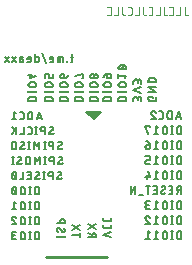
<source format=gbr>
G04 EAGLE Gerber RS-274X export*
G75*
%MOMM*%
%FSLAX34Y34*%
%LPD*%
%INSilkscreen Bottom*%
%IPPOS*%
%AMOC8*
5,1,8,0,0,1.08239X$1,22.5*%
G01*
%ADD10C,0.076200*%
%ADD11C,0.152400*%
%ADD12C,0.200000*%
%ADD13C,0.254000*%


D10*
X156803Y219743D02*
X156803Y214014D01*
X156805Y213936D01*
X156810Y213858D01*
X156820Y213781D01*
X156833Y213704D01*
X156849Y213628D01*
X156869Y213553D01*
X156893Y213479D01*
X156920Y213406D01*
X156951Y213334D01*
X156985Y213264D01*
X157022Y213196D01*
X157063Y213129D01*
X157107Y213064D01*
X157153Y213002D01*
X157203Y212942D01*
X157255Y212884D01*
X157310Y212829D01*
X157368Y212777D01*
X157428Y212727D01*
X157490Y212681D01*
X157555Y212637D01*
X157622Y212596D01*
X157690Y212559D01*
X157760Y212525D01*
X157832Y212494D01*
X157905Y212467D01*
X157979Y212443D01*
X158054Y212423D01*
X158130Y212407D01*
X158207Y212394D01*
X158284Y212384D01*
X158362Y212379D01*
X158440Y212377D01*
X159258Y212377D01*
X153109Y212377D02*
X153109Y219743D01*
X153109Y212377D02*
X149835Y212377D01*
X145415Y212377D02*
X143778Y212377D01*
X145415Y212377D02*
X145493Y212379D01*
X145571Y212384D01*
X145648Y212394D01*
X145725Y212407D01*
X145801Y212423D01*
X145876Y212443D01*
X145950Y212467D01*
X146023Y212494D01*
X146095Y212525D01*
X146165Y212559D01*
X146234Y212596D01*
X146300Y212637D01*
X146365Y212681D01*
X146427Y212727D01*
X146487Y212777D01*
X146545Y212829D01*
X146600Y212884D01*
X146652Y212942D01*
X146702Y213002D01*
X146748Y213064D01*
X146792Y213129D01*
X146833Y213196D01*
X146870Y213264D01*
X146904Y213334D01*
X146935Y213406D01*
X146962Y213479D01*
X146986Y213553D01*
X147006Y213628D01*
X147022Y213704D01*
X147035Y213781D01*
X147045Y213858D01*
X147050Y213936D01*
X147052Y214014D01*
X147051Y214014D02*
X147051Y218106D01*
X147052Y218106D02*
X147050Y218184D01*
X147045Y218262D01*
X147035Y218339D01*
X147022Y218416D01*
X147006Y218492D01*
X146986Y218567D01*
X146962Y218641D01*
X146935Y218714D01*
X146904Y218786D01*
X146870Y218856D01*
X146833Y218925D01*
X146792Y218991D01*
X146748Y219056D01*
X146702Y219118D01*
X146652Y219178D01*
X146600Y219236D01*
X146545Y219291D01*
X146487Y219343D01*
X146427Y219393D01*
X146365Y219439D01*
X146300Y219483D01*
X146234Y219524D01*
X146165Y219561D01*
X146095Y219595D01*
X146023Y219626D01*
X145950Y219653D01*
X145876Y219677D01*
X145801Y219697D01*
X145725Y219713D01*
X145648Y219726D01*
X145571Y219736D01*
X145493Y219741D01*
X145415Y219743D01*
X143778Y219743D01*
X139246Y219743D02*
X139246Y214014D01*
X139248Y213936D01*
X139253Y213858D01*
X139263Y213781D01*
X139276Y213704D01*
X139292Y213628D01*
X139312Y213553D01*
X139336Y213479D01*
X139363Y213406D01*
X139394Y213334D01*
X139428Y213264D01*
X139465Y213196D01*
X139506Y213129D01*
X139550Y213064D01*
X139596Y213002D01*
X139646Y212942D01*
X139698Y212884D01*
X139753Y212829D01*
X139811Y212777D01*
X139871Y212727D01*
X139933Y212681D01*
X139998Y212637D01*
X140065Y212596D01*
X140133Y212559D01*
X140203Y212525D01*
X140275Y212494D01*
X140348Y212467D01*
X140422Y212443D01*
X140497Y212423D01*
X140573Y212407D01*
X140650Y212394D01*
X140727Y212384D01*
X140805Y212379D01*
X140883Y212377D01*
X141702Y212377D01*
X135552Y212377D02*
X135552Y219743D01*
X135552Y212377D02*
X132279Y212377D01*
X127858Y212377D02*
X126221Y212377D01*
X127858Y212377D02*
X127936Y212379D01*
X128014Y212384D01*
X128091Y212394D01*
X128168Y212407D01*
X128244Y212423D01*
X128319Y212443D01*
X128393Y212467D01*
X128466Y212494D01*
X128538Y212525D01*
X128608Y212559D01*
X128677Y212596D01*
X128743Y212637D01*
X128808Y212681D01*
X128870Y212727D01*
X128930Y212777D01*
X128988Y212829D01*
X129043Y212884D01*
X129095Y212942D01*
X129145Y213002D01*
X129191Y213064D01*
X129235Y213129D01*
X129276Y213196D01*
X129313Y213264D01*
X129347Y213334D01*
X129378Y213406D01*
X129405Y213479D01*
X129429Y213553D01*
X129449Y213628D01*
X129465Y213704D01*
X129478Y213781D01*
X129488Y213858D01*
X129493Y213936D01*
X129495Y214014D01*
X129495Y218106D01*
X129493Y218184D01*
X129488Y218262D01*
X129478Y218339D01*
X129465Y218416D01*
X129449Y218492D01*
X129429Y218567D01*
X129405Y218641D01*
X129378Y218714D01*
X129347Y218786D01*
X129313Y218856D01*
X129276Y218925D01*
X129235Y218991D01*
X129191Y219056D01*
X129145Y219118D01*
X129095Y219178D01*
X129043Y219236D01*
X128988Y219291D01*
X128930Y219343D01*
X128870Y219393D01*
X128808Y219439D01*
X128743Y219483D01*
X128677Y219524D01*
X128608Y219561D01*
X128538Y219595D01*
X128466Y219626D01*
X128393Y219653D01*
X128319Y219677D01*
X128244Y219697D01*
X128168Y219713D01*
X128091Y219726D01*
X128014Y219736D01*
X127936Y219741D01*
X127858Y219743D01*
X126221Y219743D01*
X121690Y219743D02*
X121690Y214014D01*
X121692Y213936D01*
X121697Y213858D01*
X121707Y213781D01*
X121720Y213704D01*
X121736Y213628D01*
X121756Y213553D01*
X121780Y213479D01*
X121807Y213406D01*
X121838Y213334D01*
X121872Y213264D01*
X121909Y213196D01*
X121950Y213129D01*
X121994Y213064D01*
X122040Y213002D01*
X122090Y212942D01*
X122142Y212884D01*
X122197Y212829D01*
X122255Y212777D01*
X122315Y212727D01*
X122377Y212681D01*
X122442Y212637D01*
X122509Y212596D01*
X122577Y212559D01*
X122647Y212525D01*
X122719Y212494D01*
X122792Y212467D01*
X122866Y212443D01*
X122941Y212423D01*
X123017Y212407D01*
X123094Y212394D01*
X123171Y212384D01*
X123249Y212379D01*
X123327Y212377D01*
X124145Y212377D01*
X117996Y212377D02*
X117996Y219743D01*
X117996Y212377D02*
X114722Y212377D01*
X110302Y212377D02*
X108665Y212377D01*
X110302Y212377D02*
X110380Y212379D01*
X110458Y212384D01*
X110535Y212394D01*
X110612Y212407D01*
X110688Y212423D01*
X110763Y212443D01*
X110837Y212467D01*
X110910Y212494D01*
X110982Y212525D01*
X111052Y212559D01*
X111121Y212596D01*
X111187Y212637D01*
X111252Y212681D01*
X111314Y212727D01*
X111374Y212777D01*
X111432Y212829D01*
X111487Y212884D01*
X111539Y212942D01*
X111589Y213002D01*
X111635Y213064D01*
X111679Y213129D01*
X111720Y213196D01*
X111757Y213264D01*
X111791Y213334D01*
X111822Y213406D01*
X111849Y213479D01*
X111873Y213553D01*
X111893Y213628D01*
X111909Y213704D01*
X111922Y213781D01*
X111932Y213858D01*
X111937Y213936D01*
X111939Y214014D01*
X111939Y218106D01*
X111937Y218184D01*
X111932Y218262D01*
X111922Y218339D01*
X111909Y218416D01*
X111893Y218492D01*
X111873Y218567D01*
X111849Y218641D01*
X111822Y218714D01*
X111791Y218786D01*
X111757Y218856D01*
X111720Y218925D01*
X111679Y218991D01*
X111635Y219056D01*
X111589Y219118D01*
X111539Y219178D01*
X111487Y219236D01*
X111432Y219291D01*
X111374Y219343D01*
X111314Y219393D01*
X111252Y219439D01*
X111187Y219483D01*
X111121Y219524D01*
X111052Y219561D01*
X110982Y219595D01*
X110910Y219626D01*
X110837Y219653D01*
X110763Y219677D01*
X110688Y219697D01*
X110612Y219713D01*
X110535Y219726D01*
X110458Y219736D01*
X110380Y219741D01*
X110302Y219743D01*
X108665Y219743D01*
X104134Y219743D02*
X104134Y214014D01*
X104133Y214014D02*
X104135Y213936D01*
X104140Y213858D01*
X104150Y213781D01*
X104163Y213704D01*
X104179Y213628D01*
X104199Y213553D01*
X104223Y213479D01*
X104250Y213406D01*
X104281Y213334D01*
X104315Y213264D01*
X104352Y213196D01*
X104393Y213129D01*
X104437Y213064D01*
X104483Y213002D01*
X104533Y212942D01*
X104585Y212884D01*
X104640Y212829D01*
X104698Y212777D01*
X104758Y212727D01*
X104820Y212681D01*
X104885Y212637D01*
X104952Y212596D01*
X105020Y212559D01*
X105090Y212525D01*
X105162Y212494D01*
X105235Y212467D01*
X105309Y212443D01*
X105384Y212423D01*
X105460Y212407D01*
X105537Y212394D01*
X105614Y212384D01*
X105692Y212379D01*
X105770Y212377D01*
X106589Y212377D01*
X100440Y212377D02*
X100440Y219743D01*
X100440Y212377D02*
X97166Y212377D01*
X92745Y212377D02*
X91109Y212377D01*
X92745Y212377D02*
X92823Y212379D01*
X92901Y212384D01*
X92978Y212394D01*
X93055Y212407D01*
X93131Y212423D01*
X93206Y212443D01*
X93280Y212467D01*
X93353Y212494D01*
X93425Y212525D01*
X93495Y212559D01*
X93564Y212596D01*
X93630Y212637D01*
X93695Y212681D01*
X93757Y212727D01*
X93817Y212777D01*
X93875Y212829D01*
X93930Y212884D01*
X93982Y212942D01*
X94032Y213002D01*
X94078Y213064D01*
X94122Y213129D01*
X94163Y213196D01*
X94200Y213264D01*
X94234Y213334D01*
X94265Y213406D01*
X94292Y213479D01*
X94316Y213553D01*
X94336Y213628D01*
X94352Y213704D01*
X94365Y213781D01*
X94375Y213858D01*
X94380Y213936D01*
X94382Y214014D01*
X94382Y218106D01*
X94380Y218184D01*
X94375Y218262D01*
X94365Y218339D01*
X94352Y218416D01*
X94336Y218492D01*
X94316Y218567D01*
X94292Y218641D01*
X94265Y218714D01*
X94234Y218786D01*
X94200Y218856D01*
X94163Y218925D01*
X94122Y218991D01*
X94078Y219056D01*
X94032Y219118D01*
X93982Y219178D01*
X93930Y219236D01*
X93875Y219291D01*
X93817Y219343D01*
X93757Y219393D01*
X93695Y219439D01*
X93630Y219483D01*
X93564Y219524D01*
X93495Y219561D01*
X93425Y219595D01*
X93353Y219626D01*
X93280Y219653D01*
X93206Y219677D01*
X93131Y219697D01*
X93055Y219713D01*
X92978Y219726D01*
X92901Y219736D01*
X92823Y219741D01*
X92745Y219743D01*
X91109Y219743D01*
D11*
X33650Y130808D02*
X35852Y124204D01*
X31449Y124204D02*
X33650Y130808D01*
X31999Y125855D02*
X35301Y125855D01*
X27926Y124204D02*
X27926Y130808D01*
X26091Y130808D01*
X26006Y130806D01*
X25922Y130800D01*
X25838Y130790D01*
X25754Y130777D01*
X25671Y130759D01*
X25589Y130738D01*
X25508Y130713D01*
X25428Y130684D01*
X25350Y130652D01*
X25274Y130616D01*
X25199Y130576D01*
X25126Y130533D01*
X25055Y130487D01*
X24986Y130438D01*
X24919Y130385D01*
X24855Y130329D01*
X24794Y130271D01*
X24736Y130210D01*
X24680Y130146D01*
X24627Y130079D01*
X24578Y130010D01*
X24532Y129939D01*
X24489Y129866D01*
X24449Y129791D01*
X24413Y129715D01*
X24381Y129637D01*
X24352Y129557D01*
X24327Y129476D01*
X24306Y129394D01*
X24288Y129311D01*
X24275Y129227D01*
X24265Y129143D01*
X24259Y129059D01*
X24257Y128974D01*
X24257Y126038D01*
X24259Y125953D01*
X24265Y125869D01*
X24275Y125785D01*
X24288Y125701D01*
X24306Y125618D01*
X24327Y125536D01*
X24352Y125455D01*
X24381Y125375D01*
X24413Y125297D01*
X24449Y125221D01*
X24489Y125146D01*
X24532Y125073D01*
X24578Y125002D01*
X24627Y124933D01*
X24680Y124866D01*
X24736Y124802D01*
X24794Y124741D01*
X24855Y124683D01*
X24919Y124627D01*
X24986Y124574D01*
X25055Y124525D01*
X25126Y124479D01*
X25199Y124436D01*
X25274Y124396D01*
X25350Y124360D01*
X25428Y124328D01*
X25508Y124299D01*
X25589Y124274D01*
X25671Y124253D01*
X25754Y124235D01*
X25838Y124222D01*
X25922Y124212D01*
X26006Y124206D01*
X26091Y124204D01*
X27926Y124204D01*
X18935Y124204D02*
X17467Y124204D01*
X18935Y124204D02*
X19009Y124206D01*
X19084Y124212D01*
X19157Y124221D01*
X19231Y124234D01*
X19303Y124251D01*
X19374Y124271D01*
X19445Y124295D01*
X19514Y124323D01*
X19582Y124354D01*
X19647Y124388D01*
X19712Y124426D01*
X19774Y124467D01*
X19834Y124511D01*
X19891Y124558D01*
X19946Y124608D01*
X19999Y124661D01*
X20049Y124716D01*
X20096Y124773D01*
X20140Y124833D01*
X20181Y124895D01*
X20219Y124960D01*
X20253Y125026D01*
X20284Y125093D01*
X20312Y125162D01*
X20336Y125233D01*
X20356Y125304D01*
X20373Y125377D01*
X20386Y125450D01*
X20395Y125524D01*
X20401Y125598D01*
X20403Y125672D01*
X20402Y125672D02*
X20402Y129340D01*
X20403Y129340D02*
X20401Y129414D01*
X20395Y129489D01*
X20386Y129562D01*
X20373Y129635D01*
X20356Y129708D01*
X20336Y129779D01*
X20312Y129850D01*
X20284Y129919D01*
X20253Y129986D01*
X20219Y130052D01*
X20181Y130117D01*
X20140Y130179D01*
X20096Y130239D01*
X20049Y130296D01*
X19999Y130351D01*
X19946Y130404D01*
X19891Y130454D01*
X19834Y130501D01*
X19774Y130545D01*
X19712Y130586D01*
X19647Y130624D01*
X19582Y130658D01*
X19514Y130689D01*
X19445Y130717D01*
X19375Y130741D01*
X19303Y130761D01*
X19231Y130778D01*
X19157Y130791D01*
X19084Y130800D01*
X19009Y130806D01*
X18935Y130808D01*
X17467Y130808D01*
X14271Y129340D02*
X12436Y130808D01*
X12436Y124204D01*
X10602Y124204D02*
X14271Y124204D01*
X42238Y112972D02*
X42240Y112898D01*
X42246Y112823D01*
X42255Y112750D01*
X42268Y112676D01*
X42285Y112604D01*
X42305Y112533D01*
X42329Y112462D01*
X42357Y112393D01*
X42388Y112326D01*
X42422Y112260D01*
X42460Y112195D01*
X42501Y112133D01*
X42545Y112073D01*
X42592Y112016D01*
X42642Y111961D01*
X42695Y111908D01*
X42750Y111858D01*
X42807Y111811D01*
X42867Y111767D01*
X42929Y111726D01*
X42994Y111688D01*
X43060Y111654D01*
X43127Y111623D01*
X43196Y111595D01*
X43267Y111571D01*
X43338Y111551D01*
X43410Y111534D01*
X43484Y111521D01*
X43557Y111512D01*
X43632Y111506D01*
X43706Y111504D01*
X43817Y111506D01*
X43928Y111512D01*
X44039Y111522D01*
X44150Y111536D01*
X44259Y111554D01*
X44368Y111576D01*
X44477Y111601D01*
X44584Y111631D01*
X44690Y111664D01*
X44795Y111702D01*
X44898Y111742D01*
X45000Y111787D01*
X45100Y111835D01*
X45199Y111887D01*
X45295Y111942D01*
X45390Y112001D01*
X45482Y112063D01*
X45572Y112129D01*
X45660Y112197D01*
X45745Y112269D01*
X45827Y112344D01*
X45907Y112421D01*
X45724Y116640D02*
X45722Y116714D01*
X45716Y116789D01*
X45707Y116862D01*
X45694Y116936D01*
X45677Y117008D01*
X45657Y117079D01*
X45633Y117150D01*
X45605Y117219D01*
X45574Y117286D01*
X45540Y117352D01*
X45502Y117417D01*
X45461Y117479D01*
X45417Y117539D01*
X45370Y117596D01*
X45320Y117651D01*
X45267Y117704D01*
X45212Y117754D01*
X45155Y117801D01*
X45095Y117845D01*
X45033Y117886D01*
X44968Y117924D01*
X44902Y117958D01*
X44835Y117989D01*
X44766Y118017D01*
X44695Y118041D01*
X44624Y118061D01*
X44552Y118078D01*
X44478Y118091D01*
X44405Y118100D01*
X44330Y118106D01*
X44256Y118108D01*
X44152Y118106D01*
X44048Y118100D01*
X43944Y118090D01*
X43841Y118077D01*
X43738Y118059D01*
X43636Y118037D01*
X43535Y118012D01*
X43435Y117983D01*
X43336Y117950D01*
X43239Y117913D01*
X43143Y117873D01*
X43048Y117829D01*
X42956Y117781D01*
X42865Y117731D01*
X42776Y117676D01*
X42689Y117619D01*
X42605Y117558D01*
X44990Y115355D02*
X45053Y115394D01*
X45113Y115436D01*
X45172Y115481D01*
X45228Y115529D01*
X45281Y115580D01*
X45332Y115633D01*
X45381Y115688D01*
X45426Y115746D01*
X45469Y115806D01*
X45509Y115868D01*
X45545Y115932D01*
X45579Y115998D01*
X45609Y116066D01*
X45636Y116134D01*
X45659Y116204D01*
X45679Y116275D01*
X45695Y116347D01*
X45708Y116420D01*
X45717Y116493D01*
X45722Y116566D01*
X45724Y116640D01*
X42972Y114257D02*
X42909Y114218D01*
X42849Y114176D01*
X42791Y114131D01*
X42734Y114083D01*
X42681Y114032D01*
X42630Y113979D01*
X42581Y113924D01*
X42536Y113866D01*
X42493Y113806D01*
X42453Y113744D01*
X42417Y113680D01*
X42383Y113614D01*
X42353Y113546D01*
X42326Y113478D01*
X42303Y113408D01*
X42283Y113337D01*
X42267Y113265D01*
X42254Y113192D01*
X42245Y113119D01*
X42240Y113046D01*
X42238Y112972D01*
X42972Y114256D02*
X44990Y115356D01*
X38411Y118108D02*
X38411Y111504D01*
X38411Y118108D02*
X36577Y118108D01*
X36492Y118106D01*
X36408Y118100D01*
X36324Y118090D01*
X36240Y118077D01*
X36157Y118059D01*
X36075Y118038D01*
X35994Y118013D01*
X35914Y117984D01*
X35836Y117952D01*
X35760Y117916D01*
X35685Y117876D01*
X35612Y117833D01*
X35541Y117787D01*
X35472Y117738D01*
X35405Y117685D01*
X35341Y117629D01*
X35280Y117571D01*
X35222Y117510D01*
X35166Y117446D01*
X35113Y117379D01*
X35064Y117310D01*
X35018Y117239D01*
X34975Y117166D01*
X34935Y117091D01*
X34899Y117015D01*
X34867Y116937D01*
X34838Y116857D01*
X34813Y116776D01*
X34792Y116694D01*
X34774Y116611D01*
X34761Y116527D01*
X34751Y116443D01*
X34745Y116359D01*
X34743Y116274D01*
X34745Y116189D01*
X34751Y116105D01*
X34761Y116021D01*
X34774Y115937D01*
X34792Y115854D01*
X34813Y115772D01*
X34838Y115691D01*
X34867Y115611D01*
X34899Y115533D01*
X34935Y115457D01*
X34975Y115382D01*
X35018Y115309D01*
X35064Y115238D01*
X35113Y115169D01*
X35166Y115102D01*
X35222Y115038D01*
X35280Y114977D01*
X35341Y114919D01*
X35405Y114863D01*
X35472Y114810D01*
X35541Y114761D01*
X35612Y114715D01*
X35685Y114672D01*
X35760Y114632D01*
X35836Y114596D01*
X35914Y114564D01*
X35994Y114535D01*
X36075Y114510D01*
X36157Y114489D01*
X36240Y114471D01*
X36324Y114458D01*
X36408Y114448D01*
X36492Y114442D01*
X36577Y114440D01*
X36577Y114439D02*
X38411Y114439D01*
X31149Y111504D02*
X31149Y118108D01*
X31883Y111504D02*
X30416Y111504D01*
X30416Y118108D02*
X31883Y118108D01*
X25700Y111504D02*
X24232Y111504D01*
X25700Y111504D02*
X25774Y111506D01*
X25849Y111512D01*
X25922Y111521D01*
X25996Y111534D01*
X26068Y111551D01*
X26139Y111571D01*
X26210Y111595D01*
X26279Y111623D01*
X26347Y111654D01*
X26412Y111688D01*
X26477Y111726D01*
X26539Y111767D01*
X26599Y111811D01*
X26656Y111858D01*
X26711Y111908D01*
X26764Y111961D01*
X26814Y112016D01*
X26861Y112073D01*
X26905Y112133D01*
X26946Y112195D01*
X26984Y112260D01*
X27018Y112326D01*
X27049Y112393D01*
X27077Y112462D01*
X27101Y112533D01*
X27121Y112604D01*
X27138Y112677D01*
X27151Y112750D01*
X27160Y112824D01*
X27166Y112898D01*
X27168Y112972D01*
X27167Y112972D02*
X27167Y116640D01*
X27168Y116640D02*
X27166Y116714D01*
X27160Y116789D01*
X27151Y116862D01*
X27138Y116935D01*
X27121Y117008D01*
X27101Y117079D01*
X27077Y117150D01*
X27049Y117219D01*
X27018Y117286D01*
X26984Y117352D01*
X26946Y117417D01*
X26905Y117479D01*
X26861Y117539D01*
X26814Y117596D01*
X26764Y117651D01*
X26711Y117704D01*
X26656Y117754D01*
X26599Y117801D01*
X26539Y117845D01*
X26477Y117886D01*
X26412Y117924D01*
X26347Y117958D01*
X26279Y117989D01*
X26210Y118017D01*
X26140Y118041D01*
X26068Y118061D01*
X25996Y118078D01*
X25922Y118091D01*
X25849Y118100D01*
X25774Y118106D01*
X25700Y118108D01*
X24232Y118108D01*
X20768Y118108D02*
X20768Y111504D01*
X17833Y111504D01*
X14271Y111504D02*
X14271Y118108D01*
X10602Y118108D02*
X14271Y114072D01*
X12803Y115540D02*
X10602Y111504D01*
X49372Y100272D02*
X49374Y100198D01*
X49380Y100123D01*
X49389Y100050D01*
X49402Y99976D01*
X49419Y99904D01*
X49439Y99833D01*
X49463Y99762D01*
X49491Y99693D01*
X49522Y99626D01*
X49556Y99560D01*
X49594Y99495D01*
X49635Y99433D01*
X49679Y99373D01*
X49726Y99316D01*
X49776Y99261D01*
X49829Y99208D01*
X49884Y99158D01*
X49941Y99111D01*
X50001Y99067D01*
X50063Y99026D01*
X50128Y98988D01*
X50194Y98954D01*
X50261Y98923D01*
X50330Y98895D01*
X50401Y98871D01*
X50472Y98851D01*
X50544Y98834D01*
X50618Y98821D01*
X50691Y98812D01*
X50766Y98806D01*
X50840Y98804D01*
X50951Y98806D01*
X51062Y98812D01*
X51173Y98822D01*
X51284Y98836D01*
X51393Y98854D01*
X51502Y98876D01*
X51611Y98901D01*
X51718Y98931D01*
X51824Y98964D01*
X51929Y99002D01*
X52032Y99042D01*
X52134Y99087D01*
X52234Y99135D01*
X52333Y99187D01*
X52429Y99242D01*
X52524Y99301D01*
X52616Y99363D01*
X52706Y99429D01*
X52794Y99497D01*
X52879Y99569D01*
X52961Y99644D01*
X53041Y99721D01*
X52858Y103940D02*
X52856Y104014D01*
X52850Y104089D01*
X52841Y104162D01*
X52828Y104236D01*
X52811Y104308D01*
X52791Y104379D01*
X52767Y104450D01*
X52739Y104519D01*
X52708Y104586D01*
X52674Y104652D01*
X52636Y104717D01*
X52595Y104779D01*
X52551Y104839D01*
X52504Y104896D01*
X52454Y104951D01*
X52401Y105004D01*
X52346Y105054D01*
X52289Y105101D01*
X52229Y105145D01*
X52167Y105186D01*
X52102Y105224D01*
X52036Y105258D01*
X51969Y105289D01*
X51900Y105317D01*
X51829Y105341D01*
X51758Y105361D01*
X51686Y105378D01*
X51612Y105391D01*
X51539Y105400D01*
X51464Y105406D01*
X51390Y105408D01*
X51286Y105406D01*
X51182Y105400D01*
X51078Y105390D01*
X50975Y105377D01*
X50872Y105359D01*
X50770Y105337D01*
X50669Y105312D01*
X50569Y105283D01*
X50470Y105250D01*
X50373Y105213D01*
X50277Y105173D01*
X50182Y105129D01*
X50090Y105081D01*
X49999Y105031D01*
X49910Y104976D01*
X49823Y104919D01*
X49739Y104858D01*
X52124Y102655D02*
X52187Y102694D01*
X52247Y102736D01*
X52306Y102781D01*
X52362Y102829D01*
X52415Y102880D01*
X52466Y102933D01*
X52515Y102988D01*
X52560Y103046D01*
X52603Y103106D01*
X52643Y103168D01*
X52679Y103232D01*
X52713Y103298D01*
X52743Y103366D01*
X52770Y103434D01*
X52793Y103504D01*
X52813Y103575D01*
X52829Y103647D01*
X52842Y103720D01*
X52851Y103793D01*
X52856Y103866D01*
X52858Y103940D01*
X50106Y101557D02*
X50043Y101518D01*
X49983Y101476D01*
X49925Y101431D01*
X49868Y101383D01*
X49815Y101332D01*
X49764Y101279D01*
X49715Y101224D01*
X49670Y101166D01*
X49627Y101106D01*
X49587Y101044D01*
X49551Y100980D01*
X49517Y100914D01*
X49487Y100846D01*
X49460Y100778D01*
X49437Y100708D01*
X49417Y100637D01*
X49401Y100565D01*
X49388Y100492D01*
X49379Y100419D01*
X49374Y100346D01*
X49372Y100272D01*
X50106Y101556D02*
X52124Y102656D01*
X45545Y105408D02*
X45545Y98804D01*
X45545Y105408D02*
X43711Y105408D01*
X43626Y105406D01*
X43542Y105400D01*
X43458Y105390D01*
X43374Y105377D01*
X43291Y105359D01*
X43209Y105338D01*
X43128Y105313D01*
X43048Y105284D01*
X42970Y105252D01*
X42894Y105216D01*
X42819Y105176D01*
X42746Y105133D01*
X42675Y105087D01*
X42606Y105038D01*
X42539Y104985D01*
X42475Y104929D01*
X42414Y104871D01*
X42356Y104810D01*
X42300Y104746D01*
X42247Y104679D01*
X42198Y104610D01*
X42152Y104539D01*
X42109Y104466D01*
X42069Y104391D01*
X42033Y104315D01*
X42001Y104237D01*
X41972Y104157D01*
X41947Y104076D01*
X41926Y103994D01*
X41908Y103911D01*
X41895Y103827D01*
X41885Y103743D01*
X41879Y103659D01*
X41877Y103574D01*
X41879Y103489D01*
X41885Y103405D01*
X41895Y103321D01*
X41908Y103237D01*
X41926Y103154D01*
X41947Y103072D01*
X41972Y102991D01*
X42001Y102911D01*
X42033Y102833D01*
X42069Y102757D01*
X42109Y102682D01*
X42152Y102609D01*
X42198Y102538D01*
X42247Y102469D01*
X42300Y102402D01*
X42356Y102338D01*
X42414Y102277D01*
X42475Y102219D01*
X42539Y102163D01*
X42606Y102110D01*
X42675Y102061D01*
X42746Y102015D01*
X42819Y101972D01*
X42894Y101932D01*
X42970Y101896D01*
X43048Y101864D01*
X43128Y101835D01*
X43209Y101810D01*
X43291Y101789D01*
X43374Y101771D01*
X43458Y101758D01*
X43542Y101748D01*
X43626Y101742D01*
X43711Y101740D01*
X43711Y101739D02*
X45545Y101739D01*
X38283Y98804D02*
X38283Y105408D01*
X39017Y98804D02*
X37550Y98804D01*
X37550Y105408D02*
X39017Y105408D01*
X33901Y105408D02*
X33901Y98804D01*
X31700Y101739D02*
X33901Y105408D01*
X31700Y101739D02*
X29498Y105408D01*
X29498Y98804D01*
X25116Y98804D02*
X25116Y105408D01*
X25850Y98804D02*
X24382Y98804D01*
X24382Y105408D02*
X25850Y105408D01*
X19141Y98804D02*
X19067Y98806D01*
X18992Y98812D01*
X18919Y98821D01*
X18845Y98834D01*
X18773Y98851D01*
X18702Y98871D01*
X18631Y98895D01*
X18562Y98923D01*
X18495Y98954D01*
X18429Y98988D01*
X18364Y99026D01*
X18302Y99067D01*
X18242Y99111D01*
X18185Y99158D01*
X18130Y99208D01*
X18077Y99261D01*
X18027Y99316D01*
X17980Y99373D01*
X17936Y99433D01*
X17895Y99495D01*
X17857Y99560D01*
X17823Y99626D01*
X17792Y99693D01*
X17764Y99762D01*
X17740Y99833D01*
X17720Y99904D01*
X17703Y99976D01*
X17690Y100050D01*
X17681Y100123D01*
X17675Y100198D01*
X17673Y100272D01*
X19141Y98804D02*
X19252Y98806D01*
X19363Y98812D01*
X19474Y98822D01*
X19585Y98836D01*
X19694Y98854D01*
X19803Y98876D01*
X19912Y98901D01*
X20019Y98931D01*
X20125Y98964D01*
X20230Y99002D01*
X20333Y99042D01*
X20435Y99087D01*
X20535Y99135D01*
X20634Y99187D01*
X20730Y99242D01*
X20825Y99301D01*
X20917Y99363D01*
X21007Y99429D01*
X21095Y99497D01*
X21180Y99569D01*
X21262Y99644D01*
X21342Y99721D01*
X21159Y103940D02*
X21157Y104014D01*
X21151Y104089D01*
X21142Y104162D01*
X21129Y104236D01*
X21112Y104308D01*
X21092Y104379D01*
X21068Y104450D01*
X21040Y104519D01*
X21009Y104586D01*
X20975Y104652D01*
X20937Y104717D01*
X20896Y104779D01*
X20852Y104839D01*
X20805Y104896D01*
X20755Y104951D01*
X20702Y105004D01*
X20647Y105054D01*
X20590Y105101D01*
X20530Y105145D01*
X20468Y105186D01*
X20403Y105224D01*
X20337Y105258D01*
X20270Y105289D01*
X20201Y105317D01*
X20130Y105341D01*
X20059Y105361D01*
X19987Y105378D01*
X19913Y105391D01*
X19840Y105400D01*
X19765Y105406D01*
X19691Y105408D01*
X19587Y105406D01*
X19483Y105400D01*
X19379Y105390D01*
X19276Y105377D01*
X19173Y105359D01*
X19071Y105337D01*
X18970Y105312D01*
X18870Y105283D01*
X18771Y105250D01*
X18674Y105213D01*
X18578Y105173D01*
X18483Y105129D01*
X18391Y105081D01*
X18300Y105031D01*
X18211Y104976D01*
X18124Y104919D01*
X18040Y104858D01*
X20425Y102655D02*
X20488Y102694D01*
X20548Y102736D01*
X20607Y102781D01*
X20663Y102829D01*
X20716Y102880D01*
X20767Y102933D01*
X20816Y102988D01*
X20861Y103046D01*
X20904Y103106D01*
X20944Y103168D01*
X20980Y103232D01*
X21014Y103298D01*
X21044Y103366D01*
X21071Y103434D01*
X21094Y103504D01*
X21114Y103575D01*
X21130Y103647D01*
X21143Y103720D01*
X21152Y103793D01*
X21157Y103866D01*
X21159Y103940D01*
X18407Y101557D02*
X18344Y101518D01*
X18284Y101476D01*
X18226Y101431D01*
X18169Y101383D01*
X18116Y101332D01*
X18065Y101279D01*
X18016Y101224D01*
X17971Y101166D01*
X17928Y101106D01*
X17888Y101044D01*
X17852Y100980D01*
X17818Y100914D01*
X17788Y100846D01*
X17761Y100778D01*
X17738Y100708D01*
X17718Y100637D01*
X17702Y100565D01*
X17689Y100492D01*
X17680Y100419D01*
X17675Y100346D01*
X17673Y100272D01*
X18407Y101556D02*
X20425Y102656D01*
X14271Y103574D02*
X14271Y100638D01*
X14270Y103574D02*
X14268Y103659D01*
X14262Y103743D01*
X14252Y103827D01*
X14239Y103911D01*
X14221Y103994D01*
X14200Y104076D01*
X14175Y104157D01*
X14146Y104237D01*
X14114Y104315D01*
X14078Y104391D01*
X14038Y104466D01*
X13995Y104539D01*
X13949Y104610D01*
X13900Y104679D01*
X13847Y104746D01*
X13791Y104810D01*
X13733Y104871D01*
X13672Y104929D01*
X13608Y104985D01*
X13541Y105038D01*
X13472Y105087D01*
X13401Y105133D01*
X13328Y105176D01*
X13253Y105216D01*
X13177Y105252D01*
X13099Y105284D01*
X13019Y105313D01*
X12938Y105338D01*
X12856Y105359D01*
X12773Y105377D01*
X12689Y105390D01*
X12605Y105400D01*
X12521Y105406D01*
X12436Y105408D01*
X12351Y105406D01*
X12267Y105400D01*
X12183Y105390D01*
X12099Y105377D01*
X12016Y105359D01*
X11934Y105338D01*
X11853Y105313D01*
X11773Y105284D01*
X11695Y105252D01*
X11619Y105216D01*
X11544Y105176D01*
X11471Y105133D01*
X11400Y105087D01*
X11331Y105038D01*
X11264Y104985D01*
X11200Y104929D01*
X11139Y104871D01*
X11081Y104810D01*
X11025Y104746D01*
X10972Y104679D01*
X10923Y104610D01*
X10877Y104539D01*
X10834Y104466D01*
X10794Y104391D01*
X10758Y104315D01*
X10726Y104237D01*
X10697Y104157D01*
X10672Y104076D01*
X10651Y103994D01*
X10633Y103911D01*
X10620Y103827D01*
X10610Y103743D01*
X10604Y103659D01*
X10602Y103574D01*
X10602Y100638D01*
X10604Y100553D01*
X10610Y100469D01*
X10620Y100385D01*
X10633Y100301D01*
X10651Y100218D01*
X10672Y100136D01*
X10697Y100055D01*
X10726Y99975D01*
X10758Y99897D01*
X10794Y99821D01*
X10834Y99746D01*
X10877Y99673D01*
X10923Y99602D01*
X10972Y99533D01*
X11025Y99466D01*
X11081Y99402D01*
X11139Y99341D01*
X11200Y99283D01*
X11264Y99227D01*
X11331Y99174D01*
X11400Y99125D01*
X11471Y99079D01*
X11544Y99036D01*
X11619Y98996D01*
X11695Y98960D01*
X11773Y98928D01*
X11853Y98899D01*
X11934Y98874D01*
X12016Y98853D01*
X12099Y98835D01*
X12183Y98822D01*
X12267Y98812D01*
X12351Y98806D01*
X12436Y98804D01*
X12521Y98806D01*
X12605Y98812D01*
X12689Y98822D01*
X12773Y98835D01*
X12856Y98853D01*
X12938Y98874D01*
X13019Y98899D01*
X13099Y98928D01*
X13177Y98960D01*
X13253Y98996D01*
X13328Y99036D01*
X13401Y99079D01*
X13472Y99125D01*
X13541Y99174D01*
X13608Y99227D01*
X13672Y99283D01*
X13733Y99341D01*
X13791Y99402D01*
X13847Y99466D01*
X13900Y99533D01*
X13949Y99602D01*
X13995Y99673D01*
X14038Y99746D01*
X14078Y99821D01*
X14114Y99897D01*
X14146Y99975D01*
X14175Y100055D01*
X14200Y100136D01*
X14221Y100218D01*
X14239Y100301D01*
X14252Y100385D01*
X14262Y100469D01*
X14268Y100553D01*
X14270Y100638D01*
X49734Y87572D02*
X49736Y87498D01*
X49742Y87423D01*
X49751Y87350D01*
X49764Y87276D01*
X49781Y87204D01*
X49801Y87133D01*
X49825Y87062D01*
X49853Y86993D01*
X49884Y86926D01*
X49918Y86860D01*
X49956Y86795D01*
X49997Y86733D01*
X50041Y86673D01*
X50088Y86616D01*
X50138Y86561D01*
X50191Y86508D01*
X50246Y86458D01*
X50303Y86411D01*
X50363Y86367D01*
X50425Y86326D01*
X50490Y86288D01*
X50556Y86254D01*
X50623Y86223D01*
X50692Y86195D01*
X50763Y86171D01*
X50834Y86151D01*
X50906Y86134D01*
X50980Y86121D01*
X51053Y86112D01*
X51128Y86106D01*
X51202Y86104D01*
X51313Y86106D01*
X51424Y86112D01*
X51535Y86122D01*
X51646Y86136D01*
X51755Y86154D01*
X51864Y86176D01*
X51973Y86201D01*
X52080Y86231D01*
X52186Y86264D01*
X52291Y86302D01*
X52394Y86342D01*
X52496Y86387D01*
X52596Y86435D01*
X52695Y86487D01*
X52791Y86542D01*
X52886Y86601D01*
X52978Y86663D01*
X53068Y86729D01*
X53156Y86797D01*
X53241Y86869D01*
X53323Y86944D01*
X53403Y87021D01*
X53221Y91240D02*
X53219Y91314D01*
X53213Y91389D01*
X53204Y91462D01*
X53191Y91536D01*
X53174Y91608D01*
X53154Y91679D01*
X53130Y91750D01*
X53102Y91819D01*
X53071Y91886D01*
X53037Y91952D01*
X52999Y92017D01*
X52958Y92079D01*
X52914Y92139D01*
X52867Y92196D01*
X52817Y92251D01*
X52764Y92304D01*
X52709Y92354D01*
X52652Y92401D01*
X52592Y92445D01*
X52530Y92486D01*
X52465Y92524D01*
X52399Y92558D01*
X52332Y92589D01*
X52263Y92617D01*
X52192Y92641D01*
X52121Y92661D01*
X52049Y92678D01*
X51975Y92691D01*
X51902Y92700D01*
X51827Y92706D01*
X51753Y92708D01*
X51649Y92706D01*
X51545Y92700D01*
X51441Y92690D01*
X51338Y92677D01*
X51235Y92659D01*
X51133Y92637D01*
X51032Y92612D01*
X50932Y92583D01*
X50833Y92550D01*
X50736Y92513D01*
X50640Y92473D01*
X50545Y92429D01*
X50453Y92381D01*
X50362Y92331D01*
X50273Y92276D01*
X50186Y92219D01*
X50102Y92158D01*
X52487Y89955D02*
X52550Y89994D01*
X52610Y90036D01*
X52669Y90081D01*
X52725Y90129D01*
X52778Y90180D01*
X52829Y90233D01*
X52878Y90288D01*
X52923Y90346D01*
X52966Y90406D01*
X53006Y90468D01*
X53042Y90532D01*
X53076Y90598D01*
X53106Y90666D01*
X53133Y90734D01*
X53156Y90804D01*
X53176Y90875D01*
X53192Y90947D01*
X53205Y91020D01*
X53214Y91093D01*
X53219Y91166D01*
X53221Y91240D01*
X50468Y88857D02*
X50405Y88818D01*
X50345Y88776D01*
X50287Y88731D01*
X50230Y88683D01*
X50177Y88632D01*
X50126Y88579D01*
X50077Y88524D01*
X50032Y88466D01*
X49989Y88406D01*
X49949Y88344D01*
X49913Y88280D01*
X49879Y88214D01*
X49849Y88146D01*
X49822Y88078D01*
X49799Y88008D01*
X49779Y87937D01*
X49763Y87865D01*
X49750Y87792D01*
X49741Y87719D01*
X49736Y87646D01*
X49734Y87572D01*
X50469Y88856D02*
X52486Y89956D01*
X45907Y92708D02*
X45907Y86104D01*
X45907Y92708D02*
X44073Y92708D01*
X43988Y92706D01*
X43904Y92700D01*
X43820Y92690D01*
X43736Y92677D01*
X43653Y92659D01*
X43571Y92638D01*
X43490Y92613D01*
X43410Y92584D01*
X43332Y92552D01*
X43256Y92516D01*
X43181Y92476D01*
X43108Y92433D01*
X43037Y92387D01*
X42968Y92338D01*
X42901Y92285D01*
X42837Y92229D01*
X42776Y92171D01*
X42718Y92110D01*
X42662Y92046D01*
X42609Y91979D01*
X42560Y91910D01*
X42514Y91839D01*
X42471Y91766D01*
X42431Y91691D01*
X42395Y91615D01*
X42363Y91537D01*
X42334Y91457D01*
X42309Y91376D01*
X42288Y91294D01*
X42270Y91211D01*
X42257Y91127D01*
X42247Y91043D01*
X42241Y90959D01*
X42239Y90874D01*
X42241Y90789D01*
X42247Y90705D01*
X42257Y90621D01*
X42270Y90537D01*
X42288Y90454D01*
X42309Y90372D01*
X42334Y90291D01*
X42363Y90211D01*
X42395Y90133D01*
X42431Y90057D01*
X42471Y89982D01*
X42514Y89909D01*
X42560Y89838D01*
X42609Y89769D01*
X42662Y89702D01*
X42718Y89638D01*
X42776Y89577D01*
X42837Y89519D01*
X42901Y89463D01*
X42968Y89410D01*
X43037Y89361D01*
X43108Y89315D01*
X43181Y89272D01*
X43256Y89232D01*
X43332Y89196D01*
X43410Y89164D01*
X43490Y89135D01*
X43571Y89110D01*
X43653Y89089D01*
X43736Y89071D01*
X43820Y89058D01*
X43904Y89048D01*
X43988Y89042D01*
X44073Y89040D01*
X44073Y89039D02*
X45907Y89039D01*
X38646Y86104D02*
X38646Y92708D01*
X39380Y86104D02*
X37912Y86104D01*
X37912Y92708D02*
X39380Y92708D01*
X34263Y92708D02*
X34263Y86104D01*
X32062Y89039D02*
X34263Y92708D01*
X32062Y89039D02*
X29861Y92708D01*
X29861Y86104D01*
X25850Y87938D02*
X25850Y90874D01*
X25849Y90874D02*
X25847Y90959D01*
X25841Y91043D01*
X25831Y91127D01*
X25818Y91211D01*
X25800Y91294D01*
X25779Y91376D01*
X25754Y91457D01*
X25725Y91537D01*
X25693Y91615D01*
X25657Y91691D01*
X25617Y91766D01*
X25574Y91839D01*
X25528Y91910D01*
X25479Y91979D01*
X25426Y92046D01*
X25370Y92110D01*
X25312Y92171D01*
X25251Y92229D01*
X25187Y92285D01*
X25120Y92338D01*
X25051Y92387D01*
X24980Y92433D01*
X24907Y92476D01*
X24832Y92516D01*
X24756Y92552D01*
X24678Y92584D01*
X24598Y92613D01*
X24517Y92638D01*
X24435Y92659D01*
X24352Y92677D01*
X24268Y92690D01*
X24184Y92700D01*
X24100Y92706D01*
X24015Y92708D01*
X23930Y92706D01*
X23846Y92700D01*
X23762Y92690D01*
X23678Y92677D01*
X23595Y92659D01*
X23513Y92638D01*
X23432Y92613D01*
X23352Y92584D01*
X23274Y92552D01*
X23198Y92516D01*
X23123Y92476D01*
X23050Y92433D01*
X22979Y92387D01*
X22910Y92338D01*
X22843Y92285D01*
X22779Y92229D01*
X22718Y92171D01*
X22660Y92110D01*
X22604Y92046D01*
X22551Y91979D01*
X22502Y91910D01*
X22456Y91839D01*
X22413Y91766D01*
X22373Y91691D01*
X22337Y91615D01*
X22305Y91537D01*
X22276Y91457D01*
X22251Y91376D01*
X22230Y91294D01*
X22212Y91211D01*
X22199Y91127D01*
X22189Y91043D01*
X22183Y90959D01*
X22181Y90874D01*
X22181Y87938D01*
X22183Y87853D01*
X22189Y87769D01*
X22199Y87685D01*
X22212Y87601D01*
X22230Y87518D01*
X22251Y87436D01*
X22276Y87355D01*
X22305Y87275D01*
X22337Y87197D01*
X22373Y87121D01*
X22413Y87046D01*
X22456Y86973D01*
X22502Y86902D01*
X22551Y86833D01*
X22604Y86766D01*
X22660Y86702D01*
X22718Y86641D01*
X22779Y86583D01*
X22843Y86527D01*
X22910Y86474D01*
X22979Y86425D01*
X23050Y86379D01*
X23123Y86336D01*
X23198Y86296D01*
X23274Y86260D01*
X23352Y86228D01*
X23432Y86199D01*
X23513Y86174D01*
X23595Y86153D01*
X23678Y86135D01*
X23762Y86122D01*
X23846Y86112D01*
X23930Y86106D01*
X24015Y86104D01*
X24100Y86106D01*
X24184Y86112D01*
X24268Y86122D01*
X24352Y86135D01*
X24435Y86153D01*
X24517Y86174D01*
X24598Y86199D01*
X24678Y86228D01*
X24756Y86260D01*
X24832Y86296D01*
X24907Y86336D01*
X24980Y86379D01*
X25051Y86425D01*
X25120Y86474D01*
X25187Y86527D01*
X25251Y86583D01*
X25312Y86641D01*
X25370Y86702D01*
X25426Y86766D01*
X25479Y86833D01*
X25528Y86902D01*
X25574Y86973D01*
X25617Y87046D01*
X25657Y87121D01*
X25693Y87197D01*
X25725Y87275D01*
X25754Y87355D01*
X25779Y87436D01*
X25800Y87518D01*
X25818Y87601D01*
X25831Y87685D01*
X25841Y87769D01*
X25847Y87853D01*
X25849Y87938D01*
X16577Y86104D02*
X16503Y86106D01*
X16429Y86112D01*
X16355Y86121D01*
X16282Y86134D01*
X16209Y86151D01*
X16138Y86171D01*
X16067Y86195D01*
X15998Y86223D01*
X15931Y86254D01*
X15865Y86288D01*
X15800Y86326D01*
X15738Y86367D01*
X15678Y86411D01*
X15621Y86458D01*
X15566Y86508D01*
X15513Y86561D01*
X15463Y86616D01*
X15416Y86673D01*
X15372Y86733D01*
X15331Y86795D01*
X15293Y86860D01*
X15259Y86925D01*
X15228Y86993D01*
X15200Y87062D01*
X15176Y87133D01*
X15156Y87204D01*
X15139Y87276D01*
X15126Y87350D01*
X15117Y87423D01*
X15111Y87498D01*
X15109Y87572D01*
X16577Y86104D02*
X16688Y86106D01*
X16799Y86112D01*
X16910Y86122D01*
X17021Y86136D01*
X17130Y86154D01*
X17239Y86176D01*
X17348Y86201D01*
X17455Y86231D01*
X17561Y86264D01*
X17666Y86302D01*
X17769Y86342D01*
X17871Y86387D01*
X17971Y86435D01*
X18070Y86487D01*
X18166Y86542D01*
X18261Y86601D01*
X18353Y86663D01*
X18443Y86729D01*
X18531Y86797D01*
X18616Y86869D01*
X18698Y86944D01*
X18778Y87021D01*
X18596Y91240D02*
X18594Y91314D01*
X18588Y91389D01*
X18579Y91462D01*
X18566Y91536D01*
X18549Y91608D01*
X18529Y91679D01*
X18505Y91750D01*
X18477Y91819D01*
X18446Y91886D01*
X18412Y91952D01*
X18374Y92017D01*
X18333Y92079D01*
X18289Y92139D01*
X18242Y92196D01*
X18192Y92251D01*
X18139Y92304D01*
X18084Y92354D01*
X18027Y92401D01*
X17967Y92445D01*
X17905Y92486D01*
X17840Y92524D01*
X17774Y92558D01*
X17707Y92589D01*
X17638Y92617D01*
X17567Y92641D01*
X17496Y92661D01*
X17424Y92678D01*
X17350Y92691D01*
X17277Y92700D01*
X17202Y92706D01*
X17128Y92708D01*
X17024Y92706D01*
X16920Y92700D01*
X16816Y92690D01*
X16713Y92677D01*
X16610Y92659D01*
X16508Y92637D01*
X16407Y92612D01*
X16307Y92583D01*
X16208Y92550D01*
X16111Y92513D01*
X16015Y92473D01*
X15920Y92429D01*
X15828Y92381D01*
X15737Y92331D01*
X15648Y92276D01*
X15561Y92219D01*
X15477Y92158D01*
X17862Y89955D02*
X17925Y89994D01*
X17985Y90036D01*
X18044Y90081D01*
X18100Y90129D01*
X18153Y90180D01*
X18204Y90233D01*
X18253Y90288D01*
X18298Y90346D01*
X18341Y90406D01*
X18381Y90468D01*
X18417Y90532D01*
X18451Y90598D01*
X18481Y90666D01*
X18508Y90734D01*
X18531Y90804D01*
X18551Y90875D01*
X18567Y90947D01*
X18580Y91020D01*
X18589Y91093D01*
X18594Y91166D01*
X18596Y91240D01*
X15843Y88857D02*
X15780Y88818D01*
X15720Y88776D01*
X15662Y88731D01*
X15605Y88683D01*
X15552Y88632D01*
X15501Y88579D01*
X15452Y88524D01*
X15407Y88466D01*
X15364Y88406D01*
X15324Y88344D01*
X15288Y88280D01*
X15254Y88214D01*
X15224Y88146D01*
X15197Y88078D01*
X15174Y88008D01*
X15154Y87937D01*
X15138Y87865D01*
X15125Y87792D01*
X15116Y87719D01*
X15111Y87646D01*
X15109Y87572D01*
X15843Y88856D02*
X17861Y89956D01*
X11336Y92708D02*
X11336Y86104D01*
X12070Y86104D02*
X10602Y86104D01*
X10602Y92708D02*
X12070Y92708D01*
X48884Y74872D02*
X48886Y74798D01*
X48892Y74723D01*
X48901Y74650D01*
X48914Y74576D01*
X48931Y74504D01*
X48951Y74433D01*
X48975Y74362D01*
X49003Y74293D01*
X49034Y74226D01*
X49068Y74160D01*
X49106Y74095D01*
X49147Y74033D01*
X49191Y73973D01*
X49238Y73916D01*
X49288Y73861D01*
X49341Y73808D01*
X49396Y73758D01*
X49453Y73711D01*
X49513Y73667D01*
X49575Y73626D01*
X49640Y73588D01*
X49706Y73554D01*
X49773Y73523D01*
X49842Y73495D01*
X49913Y73471D01*
X49984Y73451D01*
X50056Y73434D01*
X50130Y73421D01*
X50203Y73412D01*
X50278Y73406D01*
X50352Y73404D01*
X50463Y73406D01*
X50574Y73412D01*
X50685Y73422D01*
X50796Y73436D01*
X50905Y73454D01*
X51014Y73476D01*
X51123Y73501D01*
X51230Y73531D01*
X51336Y73564D01*
X51441Y73602D01*
X51544Y73642D01*
X51646Y73687D01*
X51746Y73735D01*
X51845Y73787D01*
X51941Y73842D01*
X52036Y73901D01*
X52128Y73963D01*
X52218Y74029D01*
X52306Y74097D01*
X52391Y74169D01*
X52473Y74244D01*
X52553Y74321D01*
X52371Y78540D02*
X52369Y78614D01*
X52363Y78689D01*
X52354Y78762D01*
X52341Y78836D01*
X52324Y78908D01*
X52304Y78979D01*
X52280Y79050D01*
X52252Y79119D01*
X52221Y79186D01*
X52187Y79252D01*
X52149Y79317D01*
X52108Y79379D01*
X52064Y79439D01*
X52017Y79496D01*
X51967Y79551D01*
X51914Y79604D01*
X51859Y79654D01*
X51802Y79701D01*
X51742Y79745D01*
X51680Y79786D01*
X51615Y79824D01*
X51549Y79858D01*
X51482Y79889D01*
X51413Y79917D01*
X51342Y79941D01*
X51271Y79961D01*
X51199Y79978D01*
X51125Y79991D01*
X51052Y80000D01*
X50977Y80006D01*
X50903Y80008D01*
X50799Y80006D01*
X50695Y80000D01*
X50591Y79990D01*
X50488Y79977D01*
X50385Y79959D01*
X50283Y79937D01*
X50182Y79912D01*
X50082Y79883D01*
X49983Y79850D01*
X49886Y79813D01*
X49790Y79773D01*
X49695Y79729D01*
X49603Y79681D01*
X49512Y79631D01*
X49423Y79576D01*
X49336Y79519D01*
X49252Y79458D01*
X51637Y77255D02*
X51700Y77294D01*
X51760Y77336D01*
X51819Y77381D01*
X51875Y77429D01*
X51928Y77480D01*
X51979Y77533D01*
X52028Y77588D01*
X52073Y77646D01*
X52116Y77706D01*
X52156Y77768D01*
X52192Y77832D01*
X52226Y77898D01*
X52256Y77966D01*
X52283Y78034D01*
X52306Y78104D01*
X52326Y78175D01*
X52342Y78247D01*
X52355Y78320D01*
X52364Y78393D01*
X52369Y78466D01*
X52371Y78540D01*
X49618Y76157D02*
X49555Y76118D01*
X49495Y76076D01*
X49437Y76031D01*
X49380Y75983D01*
X49327Y75932D01*
X49276Y75879D01*
X49227Y75824D01*
X49182Y75766D01*
X49139Y75706D01*
X49099Y75644D01*
X49063Y75580D01*
X49029Y75514D01*
X48999Y75446D01*
X48972Y75378D01*
X48949Y75308D01*
X48929Y75237D01*
X48913Y75165D01*
X48900Y75092D01*
X48891Y75019D01*
X48886Y74946D01*
X48884Y74872D01*
X49619Y76156D02*
X51636Y77256D01*
X45057Y80008D02*
X45057Y73404D01*
X45057Y80008D02*
X43223Y80008D01*
X43138Y80006D01*
X43054Y80000D01*
X42970Y79990D01*
X42886Y79977D01*
X42803Y79959D01*
X42721Y79938D01*
X42640Y79913D01*
X42560Y79884D01*
X42482Y79852D01*
X42406Y79816D01*
X42331Y79776D01*
X42258Y79733D01*
X42187Y79687D01*
X42118Y79638D01*
X42051Y79585D01*
X41987Y79529D01*
X41926Y79471D01*
X41868Y79410D01*
X41812Y79346D01*
X41759Y79279D01*
X41710Y79210D01*
X41664Y79139D01*
X41621Y79066D01*
X41581Y78991D01*
X41545Y78915D01*
X41513Y78837D01*
X41484Y78757D01*
X41459Y78676D01*
X41438Y78594D01*
X41420Y78511D01*
X41407Y78427D01*
X41397Y78343D01*
X41391Y78259D01*
X41389Y78174D01*
X41391Y78089D01*
X41397Y78005D01*
X41407Y77921D01*
X41420Y77837D01*
X41438Y77754D01*
X41459Y77672D01*
X41484Y77591D01*
X41513Y77511D01*
X41545Y77433D01*
X41581Y77357D01*
X41621Y77282D01*
X41664Y77209D01*
X41710Y77138D01*
X41759Y77069D01*
X41812Y77002D01*
X41868Y76938D01*
X41926Y76877D01*
X41987Y76819D01*
X42051Y76763D01*
X42118Y76710D01*
X42187Y76661D01*
X42258Y76615D01*
X42331Y76572D01*
X42406Y76532D01*
X42482Y76496D01*
X42560Y76464D01*
X42640Y76435D01*
X42721Y76410D01*
X42803Y76389D01*
X42886Y76371D01*
X42970Y76358D01*
X43054Y76348D01*
X43138Y76342D01*
X43223Y76340D01*
X43223Y76339D02*
X45057Y76339D01*
X37796Y73404D02*
X37796Y80008D01*
X38529Y73404D02*
X37062Y73404D01*
X37062Y80008D02*
X38529Y80008D01*
X31821Y73404D02*
X31747Y73406D01*
X31672Y73412D01*
X31599Y73421D01*
X31525Y73434D01*
X31453Y73451D01*
X31382Y73471D01*
X31311Y73495D01*
X31242Y73523D01*
X31175Y73554D01*
X31109Y73588D01*
X31044Y73626D01*
X30982Y73667D01*
X30922Y73711D01*
X30865Y73758D01*
X30810Y73808D01*
X30757Y73861D01*
X30707Y73916D01*
X30660Y73973D01*
X30616Y74033D01*
X30575Y74095D01*
X30537Y74160D01*
X30503Y74226D01*
X30472Y74293D01*
X30444Y74362D01*
X30420Y74433D01*
X30400Y74504D01*
X30383Y74576D01*
X30370Y74650D01*
X30361Y74723D01*
X30355Y74798D01*
X30353Y74872D01*
X31821Y73404D02*
X31932Y73406D01*
X32043Y73412D01*
X32154Y73422D01*
X32265Y73436D01*
X32374Y73454D01*
X32483Y73476D01*
X32592Y73501D01*
X32699Y73531D01*
X32805Y73564D01*
X32910Y73602D01*
X33013Y73642D01*
X33115Y73687D01*
X33215Y73735D01*
X33314Y73787D01*
X33410Y73842D01*
X33505Y73901D01*
X33597Y73963D01*
X33687Y74029D01*
X33775Y74097D01*
X33860Y74169D01*
X33942Y74244D01*
X34022Y74321D01*
X33839Y78540D02*
X33837Y78614D01*
X33831Y78689D01*
X33822Y78762D01*
X33809Y78836D01*
X33792Y78908D01*
X33772Y78979D01*
X33748Y79050D01*
X33720Y79119D01*
X33689Y79186D01*
X33655Y79252D01*
X33617Y79317D01*
X33576Y79379D01*
X33532Y79439D01*
X33485Y79496D01*
X33435Y79551D01*
X33382Y79604D01*
X33327Y79654D01*
X33270Y79701D01*
X33210Y79745D01*
X33148Y79786D01*
X33083Y79824D01*
X33017Y79858D01*
X32950Y79889D01*
X32881Y79917D01*
X32810Y79941D01*
X32739Y79961D01*
X32667Y79978D01*
X32593Y79991D01*
X32520Y80000D01*
X32445Y80006D01*
X32371Y80008D01*
X32267Y80006D01*
X32163Y80000D01*
X32059Y79990D01*
X31956Y79977D01*
X31853Y79959D01*
X31751Y79937D01*
X31650Y79912D01*
X31550Y79883D01*
X31451Y79850D01*
X31354Y79813D01*
X31258Y79773D01*
X31163Y79729D01*
X31071Y79681D01*
X30980Y79631D01*
X30891Y79576D01*
X30804Y79519D01*
X30720Y79458D01*
X33105Y77255D02*
X33168Y77294D01*
X33228Y77336D01*
X33287Y77381D01*
X33343Y77429D01*
X33396Y77480D01*
X33447Y77533D01*
X33496Y77588D01*
X33541Y77646D01*
X33584Y77706D01*
X33624Y77768D01*
X33660Y77832D01*
X33694Y77898D01*
X33724Y77966D01*
X33751Y78034D01*
X33774Y78104D01*
X33794Y78175D01*
X33810Y78247D01*
X33823Y78320D01*
X33832Y78393D01*
X33837Y78466D01*
X33839Y78540D01*
X31086Y76157D02*
X31023Y76118D01*
X30963Y76076D01*
X30905Y76031D01*
X30848Y75983D01*
X30795Y75932D01*
X30744Y75879D01*
X30695Y75824D01*
X30650Y75766D01*
X30607Y75706D01*
X30567Y75644D01*
X30531Y75580D01*
X30497Y75514D01*
X30467Y75446D01*
X30440Y75378D01*
X30417Y75308D01*
X30397Y75237D01*
X30381Y75165D01*
X30368Y75092D01*
X30359Y75019D01*
X30354Y74946D01*
X30352Y74872D01*
X31087Y76156D02*
X33105Y77256D01*
X26683Y73404D02*
X23747Y73404D01*
X26683Y73404D02*
X26683Y80008D01*
X23747Y80008D01*
X24481Y77073D02*
X26683Y77073D01*
X20343Y80008D02*
X20343Y73404D01*
X17408Y73404D01*
X14271Y76706D02*
X14269Y76851D01*
X14263Y76996D01*
X14254Y77141D01*
X14240Y77286D01*
X14223Y77430D01*
X14201Y77573D01*
X14176Y77717D01*
X14147Y77859D01*
X14115Y78000D01*
X14078Y78141D01*
X14038Y78280D01*
X13994Y78419D01*
X13947Y78556D01*
X13896Y78692D01*
X13841Y78826D01*
X13783Y78959D01*
X13721Y79091D01*
X13695Y79160D01*
X13666Y79227D01*
X13633Y79293D01*
X13597Y79356D01*
X13557Y79418D01*
X13514Y79477D01*
X13468Y79534D01*
X13419Y79588D01*
X13367Y79640D01*
X13312Y79689D01*
X13255Y79734D01*
X13195Y79777D01*
X13133Y79816D01*
X13070Y79852D01*
X13004Y79885D01*
X12937Y79913D01*
X12868Y79939D01*
X12798Y79960D01*
X12727Y79978D01*
X12655Y79991D01*
X12582Y80001D01*
X12509Y80007D01*
X12436Y80009D01*
X12436Y80008D02*
X12363Y80006D01*
X12290Y80000D01*
X12217Y79990D01*
X12146Y79977D01*
X12074Y79959D01*
X12004Y79938D01*
X11936Y79912D01*
X11868Y79884D01*
X11803Y79851D01*
X11739Y79815D01*
X11677Y79776D01*
X11618Y79734D01*
X11561Y79688D01*
X11506Y79639D01*
X11454Y79588D01*
X11405Y79533D01*
X11359Y79476D01*
X11316Y79417D01*
X11276Y79356D01*
X11240Y79292D01*
X11207Y79227D01*
X11178Y79160D01*
X11152Y79091D01*
X11090Y78959D01*
X11032Y78826D01*
X10977Y78692D01*
X10926Y78556D01*
X10879Y78419D01*
X10835Y78280D01*
X10795Y78141D01*
X10758Y78000D01*
X10726Y77859D01*
X10697Y77717D01*
X10672Y77574D01*
X10650Y77430D01*
X10633Y77286D01*
X10619Y77141D01*
X10610Y76996D01*
X10604Y76851D01*
X10602Y76706D01*
X14270Y76706D02*
X14268Y76561D01*
X14262Y76416D01*
X14253Y76271D01*
X14239Y76126D01*
X14222Y75982D01*
X14200Y75839D01*
X14175Y75696D01*
X14147Y75553D01*
X14114Y75412D01*
X14077Y75271D01*
X14037Y75132D01*
X13993Y74993D01*
X13946Y74856D01*
X13895Y74720D01*
X13840Y74586D01*
X13782Y74453D01*
X13720Y74321D01*
X13721Y74322D02*
X13695Y74253D01*
X13666Y74186D01*
X13633Y74120D01*
X13597Y74057D01*
X13557Y73995D01*
X13514Y73936D01*
X13468Y73879D01*
X13419Y73825D01*
X13367Y73773D01*
X13312Y73724D01*
X13255Y73679D01*
X13195Y73636D01*
X13133Y73597D01*
X13070Y73561D01*
X13004Y73528D01*
X12937Y73500D01*
X12868Y73474D01*
X12798Y73453D01*
X12727Y73435D01*
X12655Y73422D01*
X12582Y73412D01*
X12509Y73406D01*
X12436Y73404D01*
X11152Y74321D02*
X11090Y74453D01*
X11032Y74586D01*
X10977Y74720D01*
X10926Y74856D01*
X10879Y74993D01*
X10835Y75132D01*
X10795Y75271D01*
X10758Y75412D01*
X10726Y75553D01*
X10697Y75695D01*
X10672Y75838D01*
X10650Y75982D01*
X10633Y76126D01*
X10619Y76271D01*
X10610Y76416D01*
X10604Y76561D01*
X10602Y76706D01*
X11152Y74321D02*
X11178Y74252D01*
X11207Y74185D01*
X11240Y74120D01*
X11276Y74056D01*
X11316Y73995D01*
X11359Y73936D01*
X11405Y73879D01*
X11454Y73824D01*
X11506Y73773D01*
X11561Y73724D01*
X11618Y73678D01*
X11677Y73636D01*
X11739Y73597D01*
X11803Y73561D01*
X11868Y73528D01*
X11936Y73500D01*
X12004Y73474D01*
X12074Y73453D01*
X12146Y73435D01*
X12217Y73422D01*
X12290Y73412D01*
X12363Y73406D01*
X12436Y73404D01*
X13904Y74872D02*
X10969Y78540D01*
X33534Y67308D02*
X33534Y60704D01*
X33534Y67308D02*
X31700Y67308D01*
X31615Y67306D01*
X31531Y67300D01*
X31447Y67290D01*
X31363Y67277D01*
X31280Y67259D01*
X31198Y67238D01*
X31117Y67213D01*
X31037Y67184D01*
X30959Y67152D01*
X30883Y67116D01*
X30808Y67076D01*
X30735Y67033D01*
X30664Y66987D01*
X30595Y66938D01*
X30528Y66885D01*
X30464Y66829D01*
X30403Y66771D01*
X30345Y66710D01*
X30289Y66646D01*
X30236Y66579D01*
X30187Y66510D01*
X30141Y66439D01*
X30098Y66366D01*
X30058Y66291D01*
X30022Y66215D01*
X29990Y66137D01*
X29961Y66057D01*
X29936Y65976D01*
X29915Y65894D01*
X29897Y65811D01*
X29884Y65727D01*
X29874Y65643D01*
X29868Y65559D01*
X29866Y65474D01*
X29865Y65474D02*
X29865Y62538D01*
X29866Y62538D02*
X29868Y62453D01*
X29874Y62369D01*
X29884Y62285D01*
X29897Y62201D01*
X29915Y62118D01*
X29936Y62036D01*
X29961Y61955D01*
X29990Y61875D01*
X30022Y61797D01*
X30058Y61721D01*
X30098Y61646D01*
X30141Y61573D01*
X30187Y61502D01*
X30236Y61433D01*
X30289Y61366D01*
X30345Y61302D01*
X30403Y61241D01*
X30464Y61183D01*
X30528Y61127D01*
X30595Y61074D01*
X30664Y61025D01*
X30735Y60979D01*
X30808Y60936D01*
X30883Y60896D01*
X30959Y60860D01*
X31037Y60828D01*
X31117Y60799D01*
X31198Y60774D01*
X31280Y60753D01*
X31363Y60735D01*
X31447Y60722D01*
X31531Y60712D01*
X31615Y60706D01*
X31700Y60704D01*
X33534Y60704D01*
X25604Y60704D02*
X25604Y67308D01*
X26338Y60704D02*
X24870Y60704D01*
X24870Y67308D02*
X26338Y67308D01*
X21586Y65474D02*
X21586Y62538D01*
X21586Y65474D02*
X21584Y65559D01*
X21578Y65643D01*
X21568Y65727D01*
X21555Y65811D01*
X21537Y65894D01*
X21516Y65976D01*
X21491Y66057D01*
X21462Y66137D01*
X21430Y66215D01*
X21394Y66291D01*
X21354Y66366D01*
X21311Y66439D01*
X21265Y66510D01*
X21216Y66579D01*
X21163Y66646D01*
X21107Y66710D01*
X21049Y66771D01*
X20988Y66829D01*
X20924Y66885D01*
X20857Y66938D01*
X20788Y66987D01*
X20717Y67033D01*
X20644Y67076D01*
X20569Y67116D01*
X20493Y67152D01*
X20415Y67184D01*
X20335Y67213D01*
X20254Y67238D01*
X20172Y67259D01*
X20089Y67277D01*
X20005Y67290D01*
X19921Y67300D01*
X19837Y67306D01*
X19752Y67308D01*
X19667Y67306D01*
X19583Y67300D01*
X19499Y67290D01*
X19415Y67277D01*
X19332Y67259D01*
X19250Y67238D01*
X19169Y67213D01*
X19089Y67184D01*
X19011Y67152D01*
X18935Y67116D01*
X18860Y67076D01*
X18787Y67033D01*
X18716Y66987D01*
X18647Y66938D01*
X18580Y66885D01*
X18516Y66829D01*
X18455Y66771D01*
X18397Y66710D01*
X18341Y66646D01*
X18288Y66579D01*
X18239Y66510D01*
X18193Y66439D01*
X18150Y66366D01*
X18110Y66291D01*
X18074Y66215D01*
X18042Y66137D01*
X18013Y66057D01*
X17988Y65976D01*
X17967Y65894D01*
X17949Y65811D01*
X17936Y65727D01*
X17926Y65643D01*
X17920Y65559D01*
X17918Y65474D01*
X17917Y65474D02*
X17917Y62538D01*
X17918Y62538D02*
X17920Y62453D01*
X17926Y62369D01*
X17936Y62285D01*
X17949Y62201D01*
X17967Y62118D01*
X17988Y62036D01*
X18013Y61955D01*
X18042Y61875D01*
X18074Y61797D01*
X18110Y61721D01*
X18150Y61646D01*
X18193Y61573D01*
X18239Y61502D01*
X18288Y61433D01*
X18341Y61366D01*
X18397Y61302D01*
X18455Y61241D01*
X18516Y61183D01*
X18580Y61127D01*
X18647Y61074D01*
X18716Y61025D01*
X18787Y60979D01*
X18860Y60936D01*
X18935Y60896D01*
X19011Y60860D01*
X19089Y60828D01*
X19169Y60799D01*
X19250Y60774D01*
X19332Y60753D01*
X19415Y60735D01*
X19499Y60722D01*
X19583Y60712D01*
X19667Y60706D01*
X19752Y60704D01*
X19837Y60706D01*
X19921Y60712D01*
X20005Y60722D01*
X20089Y60735D01*
X20172Y60753D01*
X20254Y60774D01*
X20335Y60799D01*
X20415Y60828D01*
X20493Y60860D01*
X20569Y60896D01*
X20644Y60936D01*
X20717Y60979D01*
X20788Y61025D01*
X20857Y61074D01*
X20924Y61127D01*
X20988Y61183D01*
X21049Y61241D01*
X21107Y61302D01*
X21163Y61366D01*
X21216Y61433D01*
X21265Y61502D01*
X21311Y61573D01*
X21354Y61646D01*
X21394Y61721D01*
X21430Y61797D01*
X21462Y61875D01*
X21491Y61955D01*
X21516Y62036D01*
X21537Y62118D01*
X21555Y62201D01*
X21568Y62285D01*
X21578Y62369D01*
X21584Y62453D01*
X21586Y62538D01*
X14271Y64006D02*
X14269Y64151D01*
X14263Y64296D01*
X14254Y64441D01*
X14240Y64586D01*
X14223Y64730D01*
X14201Y64873D01*
X14176Y65017D01*
X14147Y65159D01*
X14115Y65300D01*
X14078Y65441D01*
X14038Y65580D01*
X13994Y65719D01*
X13947Y65856D01*
X13896Y65992D01*
X13841Y66126D01*
X13783Y66259D01*
X13721Y66391D01*
X13695Y66460D01*
X13666Y66527D01*
X13633Y66593D01*
X13597Y66656D01*
X13557Y66718D01*
X13514Y66777D01*
X13468Y66834D01*
X13419Y66888D01*
X13367Y66940D01*
X13312Y66989D01*
X13255Y67034D01*
X13195Y67077D01*
X13133Y67116D01*
X13070Y67152D01*
X13004Y67185D01*
X12937Y67213D01*
X12868Y67239D01*
X12798Y67260D01*
X12727Y67278D01*
X12655Y67291D01*
X12582Y67301D01*
X12509Y67307D01*
X12436Y67309D01*
X12436Y67308D02*
X12363Y67306D01*
X12290Y67300D01*
X12217Y67290D01*
X12146Y67277D01*
X12074Y67259D01*
X12004Y67238D01*
X11936Y67212D01*
X11868Y67184D01*
X11803Y67151D01*
X11739Y67115D01*
X11677Y67076D01*
X11618Y67034D01*
X11561Y66988D01*
X11506Y66939D01*
X11454Y66888D01*
X11405Y66833D01*
X11359Y66776D01*
X11316Y66717D01*
X11276Y66656D01*
X11240Y66592D01*
X11207Y66527D01*
X11178Y66460D01*
X11152Y66391D01*
X11090Y66259D01*
X11032Y66126D01*
X10977Y65992D01*
X10926Y65856D01*
X10879Y65719D01*
X10835Y65580D01*
X10795Y65441D01*
X10758Y65300D01*
X10726Y65159D01*
X10697Y65017D01*
X10672Y64874D01*
X10650Y64730D01*
X10633Y64586D01*
X10619Y64441D01*
X10610Y64296D01*
X10604Y64151D01*
X10602Y64006D01*
X14270Y64006D02*
X14268Y63861D01*
X14262Y63716D01*
X14253Y63571D01*
X14239Y63426D01*
X14222Y63282D01*
X14200Y63139D01*
X14175Y62996D01*
X14147Y62853D01*
X14114Y62712D01*
X14077Y62571D01*
X14037Y62432D01*
X13993Y62293D01*
X13946Y62156D01*
X13895Y62020D01*
X13840Y61886D01*
X13782Y61753D01*
X13720Y61621D01*
X13721Y61622D02*
X13695Y61553D01*
X13666Y61486D01*
X13633Y61420D01*
X13597Y61357D01*
X13557Y61295D01*
X13514Y61236D01*
X13468Y61179D01*
X13419Y61125D01*
X13367Y61073D01*
X13312Y61024D01*
X13255Y60979D01*
X13195Y60936D01*
X13133Y60897D01*
X13070Y60861D01*
X13004Y60828D01*
X12937Y60800D01*
X12868Y60774D01*
X12798Y60753D01*
X12727Y60735D01*
X12655Y60722D01*
X12582Y60712D01*
X12509Y60706D01*
X12436Y60704D01*
X11152Y61621D02*
X11090Y61753D01*
X11032Y61886D01*
X10977Y62020D01*
X10926Y62156D01*
X10879Y62293D01*
X10835Y62432D01*
X10795Y62571D01*
X10758Y62712D01*
X10726Y62853D01*
X10697Y62995D01*
X10672Y63138D01*
X10650Y63282D01*
X10633Y63426D01*
X10619Y63571D01*
X10610Y63716D01*
X10604Y63861D01*
X10602Y64006D01*
X11152Y61621D02*
X11178Y61552D01*
X11207Y61485D01*
X11240Y61420D01*
X11276Y61356D01*
X11316Y61295D01*
X11359Y61236D01*
X11405Y61179D01*
X11454Y61124D01*
X11506Y61073D01*
X11561Y61024D01*
X11618Y60978D01*
X11677Y60936D01*
X11739Y60897D01*
X11803Y60861D01*
X11868Y60828D01*
X11936Y60800D01*
X12004Y60774D01*
X12074Y60753D01*
X12146Y60735D01*
X12217Y60722D01*
X12290Y60712D01*
X12363Y60706D01*
X12436Y60704D01*
X13904Y62172D02*
X10969Y65840D01*
X33534Y54608D02*
X33534Y48004D01*
X33534Y54608D02*
X31700Y54608D01*
X31615Y54606D01*
X31531Y54600D01*
X31447Y54590D01*
X31363Y54577D01*
X31280Y54559D01*
X31198Y54538D01*
X31117Y54513D01*
X31037Y54484D01*
X30959Y54452D01*
X30883Y54416D01*
X30808Y54376D01*
X30735Y54333D01*
X30664Y54287D01*
X30595Y54238D01*
X30528Y54185D01*
X30464Y54129D01*
X30403Y54071D01*
X30345Y54010D01*
X30289Y53946D01*
X30236Y53879D01*
X30187Y53810D01*
X30141Y53739D01*
X30098Y53666D01*
X30058Y53591D01*
X30022Y53515D01*
X29990Y53437D01*
X29961Y53357D01*
X29936Y53276D01*
X29915Y53194D01*
X29897Y53111D01*
X29884Y53027D01*
X29874Y52943D01*
X29868Y52859D01*
X29866Y52774D01*
X29865Y52774D02*
X29865Y49838D01*
X29866Y49838D02*
X29868Y49753D01*
X29874Y49669D01*
X29884Y49585D01*
X29897Y49501D01*
X29915Y49418D01*
X29936Y49336D01*
X29961Y49255D01*
X29990Y49175D01*
X30022Y49097D01*
X30058Y49021D01*
X30098Y48946D01*
X30141Y48873D01*
X30187Y48802D01*
X30236Y48733D01*
X30289Y48666D01*
X30345Y48602D01*
X30403Y48541D01*
X30464Y48483D01*
X30528Y48427D01*
X30595Y48374D01*
X30664Y48325D01*
X30735Y48279D01*
X30808Y48236D01*
X30883Y48196D01*
X30959Y48160D01*
X31037Y48128D01*
X31117Y48099D01*
X31198Y48074D01*
X31280Y48053D01*
X31363Y48035D01*
X31447Y48022D01*
X31531Y48012D01*
X31615Y48006D01*
X31700Y48004D01*
X33534Y48004D01*
X25604Y48004D02*
X25604Y54608D01*
X26338Y48004D02*
X24870Y48004D01*
X24870Y54608D02*
X26338Y54608D01*
X21586Y52774D02*
X21586Y49838D01*
X21586Y52774D02*
X21584Y52859D01*
X21578Y52943D01*
X21568Y53027D01*
X21555Y53111D01*
X21537Y53194D01*
X21516Y53276D01*
X21491Y53357D01*
X21462Y53437D01*
X21430Y53515D01*
X21394Y53591D01*
X21354Y53666D01*
X21311Y53739D01*
X21265Y53810D01*
X21216Y53879D01*
X21163Y53946D01*
X21107Y54010D01*
X21049Y54071D01*
X20988Y54129D01*
X20924Y54185D01*
X20857Y54238D01*
X20788Y54287D01*
X20717Y54333D01*
X20644Y54376D01*
X20569Y54416D01*
X20493Y54452D01*
X20415Y54484D01*
X20335Y54513D01*
X20254Y54538D01*
X20172Y54559D01*
X20089Y54577D01*
X20005Y54590D01*
X19921Y54600D01*
X19837Y54606D01*
X19752Y54608D01*
X19667Y54606D01*
X19583Y54600D01*
X19499Y54590D01*
X19415Y54577D01*
X19332Y54559D01*
X19250Y54538D01*
X19169Y54513D01*
X19089Y54484D01*
X19011Y54452D01*
X18935Y54416D01*
X18860Y54376D01*
X18787Y54333D01*
X18716Y54287D01*
X18647Y54238D01*
X18580Y54185D01*
X18516Y54129D01*
X18455Y54071D01*
X18397Y54010D01*
X18341Y53946D01*
X18288Y53879D01*
X18239Y53810D01*
X18193Y53739D01*
X18150Y53666D01*
X18110Y53591D01*
X18074Y53515D01*
X18042Y53437D01*
X18013Y53357D01*
X17988Y53276D01*
X17967Y53194D01*
X17949Y53111D01*
X17936Y53027D01*
X17926Y52943D01*
X17920Y52859D01*
X17918Y52774D01*
X17917Y52774D02*
X17917Y49838D01*
X17918Y49838D02*
X17920Y49753D01*
X17926Y49669D01*
X17936Y49585D01*
X17949Y49501D01*
X17967Y49418D01*
X17988Y49336D01*
X18013Y49255D01*
X18042Y49175D01*
X18074Y49097D01*
X18110Y49021D01*
X18150Y48946D01*
X18193Y48873D01*
X18239Y48802D01*
X18288Y48733D01*
X18341Y48666D01*
X18397Y48602D01*
X18455Y48541D01*
X18516Y48483D01*
X18580Y48427D01*
X18647Y48374D01*
X18716Y48325D01*
X18787Y48279D01*
X18860Y48236D01*
X18935Y48196D01*
X19011Y48160D01*
X19089Y48128D01*
X19169Y48099D01*
X19250Y48074D01*
X19332Y48053D01*
X19415Y48035D01*
X19499Y48022D01*
X19583Y48012D01*
X19667Y48006D01*
X19752Y48004D01*
X19837Y48006D01*
X19921Y48012D01*
X20005Y48022D01*
X20089Y48035D01*
X20172Y48053D01*
X20254Y48074D01*
X20335Y48099D01*
X20415Y48128D01*
X20493Y48160D01*
X20569Y48196D01*
X20644Y48236D01*
X20717Y48279D01*
X20788Y48325D01*
X20857Y48374D01*
X20924Y48427D01*
X20988Y48483D01*
X21049Y48541D01*
X21107Y48602D01*
X21163Y48666D01*
X21216Y48733D01*
X21265Y48802D01*
X21311Y48873D01*
X21354Y48946D01*
X21394Y49021D01*
X21430Y49097D01*
X21462Y49175D01*
X21491Y49255D01*
X21516Y49336D01*
X21537Y49418D01*
X21555Y49501D01*
X21568Y49585D01*
X21578Y49669D01*
X21584Y49753D01*
X21586Y49838D01*
X14271Y53140D02*
X12436Y54608D01*
X12436Y48004D01*
X10602Y48004D02*
X14271Y48004D01*
X33534Y41908D02*
X33534Y35304D01*
X33534Y41908D02*
X31700Y41908D01*
X31615Y41906D01*
X31531Y41900D01*
X31447Y41890D01*
X31363Y41877D01*
X31280Y41859D01*
X31198Y41838D01*
X31117Y41813D01*
X31037Y41784D01*
X30959Y41752D01*
X30883Y41716D01*
X30808Y41676D01*
X30735Y41633D01*
X30664Y41587D01*
X30595Y41538D01*
X30528Y41485D01*
X30464Y41429D01*
X30403Y41371D01*
X30345Y41310D01*
X30289Y41246D01*
X30236Y41179D01*
X30187Y41110D01*
X30141Y41039D01*
X30098Y40966D01*
X30058Y40891D01*
X30022Y40815D01*
X29990Y40737D01*
X29961Y40657D01*
X29936Y40576D01*
X29915Y40494D01*
X29897Y40411D01*
X29884Y40327D01*
X29874Y40243D01*
X29868Y40159D01*
X29866Y40074D01*
X29865Y40074D02*
X29865Y37138D01*
X29866Y37138D02*
X29868Y37053D01*
X29874Y36969D01*
X29884Y36885D01*
X29897Y36801D01*
X29915Y36718D01*
X29936Y36636D01*
X29961Y36555D01*
X29990Y36475D01*
X30022Y36397D01*
X30058Y36321D01*
X30098Y36246D01*
X30141Y36173D01*
X30187Y36102D01*
X30236Y36033D01*
X30289Y35966D01*
X30345Y35902D01*
X30403Y35841D01*
X30464Y35783D01*
X30528Y35727D01*
X30595Y35674D01*
X30664Y35625D01*
X30735Y35579D01*
X30808Y35536D01*
X30883Y35496D01*
X30959Y35460D01*
X31037Y35428D01*
X31117Y35399D01*
X31198Y35374D01*
X31280Y35353D01*
X31363Y35335D01*
X31447Y35322D01*
X31531Y35312D01*
X31615Y35306D01*
X31700Y35304D01*
X33534Y35304D01*
X25604Y35304D02*
X25604Y41908D01*
X26338Y35304D02*
X24870Y35304D01*
X24870Y41908D02*
X26338Y41908D01*
X21586Y40074D02*
X21586Y37138D01*
X21586Y40074D02*
X21584Y40159D01*
X21578Y40243D01*
X21568Y40327D01*
X21555Y40411D01*
X21537Y40494D01*
X21516Y40576D01*
X21491Y40657D01*
X21462Y40737D01*
X21430Y40815D01*
X21394Y40891D01*
X21354Y40966D01*
X21311Y41039D01*
X21265Y41110D01*
X21216Y41179D01*
X21163Y41246D01*
X21107Y41310D01*
X21049Y41371D01*
X20988Y41429D01*
X20924Y41485D01*
X20857Y41538D01*
X20788Y41587D01*
X20717Y41633D01*
X20644Y41676D01*
X20569Y41716D01*
X20493Y41752D01*
X20415Y41784D01*
X20335Y41813D01*
X20254Y41838D01*
X20172Y41859D01*
X20089Y41877D01*
X20005Y41890D01*
X19921Y41900D01*
X19837Y41906D01*
X19752Y41908D01*
X19667Y41906D01*
X19583Y41900D01*
X19499Y41890D01*
X19415Y41877D01*
X19332Y41859D01*
X19250Y41838D01*
X19169Y41813D01*
X19089Y41784D01*
X19011Y41752D01*
X18935Y41716D01*
X18860Y41676D01*
X18787Y41633D01*
X18716Y41587D01*
X18647Y41538D01*
X18580Y41485D01*
X18516Y41429D01*
X18455Y41371D01*
X18397Y41310D01*
X18341Y41246D01*
X18288Y41179D01*
X18239Y41110D01*
X18193Y41039D01*
X18150Y40966D01*
X18110Y40891D01*
X18074Y40815D01*
X18042Y40737D01*
X18013Y40657D01*
X17988Y40576D01*
X17967Y40494D01*
X17949Y40411D01*
X17936Y40327D01*
X17926Y40243D01*
X17920Y40159D01*
X17918Y40074D01*
X17917Y40074D02*
X17917Y37138D01*
X17918Y37138D02*
X17920Y37053D01*
X17926Y36969D01*
X17936Y36885D01*
X17949Y36801D01*
X17967Y36718D01*
X17988Y36636D01*
X18013Y36555D01*
X18042Y36475D01*
X18074Y36397D01*
X18110Y36321D01*
X18150Y36246D01*
X18193Y36173D01*
X18239Y36102D01*
X18288Y36033D01*
X18341Y35966D01*
X18397Y35902D01*
X18455Y35841D01*
X18516Y35783D01*
X18580Y35727D01*
X18647Y35674D01*
X18716Y35625D01*
X18787Y35579D01*
X18860Y35536D01*
X18935Y35496D01*
X19011Y35460D01*
X19089Y35428D01*
X19169Y35399D01*
X19250Y35374D01*
X19332Y35353D01*
X19415Y35335D01*
X19499Y35322D01*
X19583Y35312D01*
X19667Y35306D01*
X19752Y35304D01*
X19837Y35306D01*
X19921Y35312D01*
X20005Y35322D01*
X20089Y35335D01*
X20172Y35353D01*
X20254Y35374D01*
X20335Y35399D01*
X20415Y35428D01*
X20493Y35460D01*
X20569Y35496D01*
X20644Y35536D01*
X20717Y35579D01*
X20788Y35625D01*
X20857Y35674D01*
X20924Y35727D01*
X20988Y35783D01*
X21049Y35841D01*
X21107Y35902D01*
X21163Y35966D01*
X21216Y36033D01*
X21265Y36102D01*
X21311Y36173D01*
X21354Y36246D01*
X21394Y36321D01*
X21430Y36397D01*
X21462Y36475D01*
X21491Y36555D01*
X21516Y36636D01*
X21537Y36718D01*
X21555Y36801D01*
X21568Y36885D01*
X21578Y36969D01*
X21584Y37053D01*
X21586Y37138D01*
X12253Y41908D02*
X12174Y41906D01*
X12096Y41901D01*
X12018Y41891D01*
X11941Y41878D01*
X11864Y41861D01*
X11788Y41841D01*
X11713Y41817D01*
X11639Y41790D01*
X11567Y41759D01*
X11496Y41724D01*
X11428Y41687D01*
X11360Y41646D01*
X11295Y41602D01*
X11232Y41555D01*
X11172Y41505D01*
X11114Y41452D01*
X11058Y41396D01*
X11005Y41338D01*
X10955Y41278D01*
X10908Y41215D01*
X10864Y41150D01*
X10823Y41083D01*
X10786Y41014D01*
X10751Y40943D01*
X10720Y40871D01*
X10693Y40797D01*
X10669Y40722D01*
X10649Y40646D01*
X10632Y40569D01*
X10619Y40492D01*
X10609Y40414D01*
X10604Y40336D01*
X10602Y40257D01*
X12253Y41908D02*
X12342Y41906D01*
X12431Y41901D01*
X12519Y41891D01*
X12607Y41878D01*
X12694Y41862D01*
X12781Y41841D01*
X12866Y41817D01*
X12951Y41790D01*
X13034Y41759D01*
X13116Y41724D01*
X13197Y41686D01*
X13276Y41645D01*
X13352Y41601D01*
X13428Y41553D01*
X13501Y41502D01*
X13571Y41449D01*
X13640Y41392D01*
X13706Y41332D01*
X13769Y41270D01*
X13830Y41205D01*
X13888Y41138D01*
X13943Y41068D01*
X13996Y40996D01*
X14045Y40922D01*
X14091Y40846D01*
X14133Y40768D01*
X14173Y40688D01*
X14209Y40607D01*
X14242Y40524D01*
X14271Y40440D01*
X11152Y38973D02*
X11096Y39029D01*
X11042Y39088D01*
X10991Y39149D01*
X10942Y39213D01*
X10897Y39278D01*
X10854Y39346D01*
X10815Y39415D01*
X10778Y39486D01*
X10745Y39559D01*
X10716Y39633D01*
X10689Y39708D01*
X10666Y39784D01*
X10647Y39862D01*
X10631Y39940D01*
X10618Y40018D01*
X10609Y40098D01*
X10604Y40177D01*
X10602Y40257D01*
X11152Y38973D02*
X14271Y35304D01*
X10602Y35304D01*
X33534Y29208D02*
X33534Y22604D01*
X33534Y29208D02*
X31700Y29208D01*
X31615Y29206D01*
X31531Y29200D01*
X31447Y29190D01*
X31363Y29177D01*
X31280Y29159D01*
X31198Y29138D01*
X31117Y29113D01*
X31037Y29084D01*
X30959Y29052D01*
X30883Y29016D01*
X30808Y28976D01*
X30735Y28933D01*
X30664Y28887D01*
X30595Y28838D01*
X30528Y28785D01*
X30464Y28729D01*
X30403Y28671D01*
X30345Y28610D01*
X30289Y28546D01*
X30236Y28479D01*
X30187Y28410D01*
X30141Y28339D01*
X30098Y28266D01*
X30058Y28191D01*
X30022Y28115D01*
X29990Y28037D01*
X29961Y27957D01*
X29936Y27876D01*
X29915Y27794D01*
X29897Y27711D01*
X29884Y27627D01*
X29874Y27543D01*
X29868Y27459D01*
X29866Y27374D01*
X29865Y27374D02*
X29865Y24438D01*
X29866Y24438D02*
X29868Y24353D01*
X29874Y24269D01*
X29884Y24185D01*
X29897Y24101D01*
X29915Y24018D01*
X29936Y23936D01*
X29961Y23855D01*
X29990Y23775D01*
X30022Y23697D01*
X30058Y23621D01*
X30098Y23546D01*
X30141Y23473D01*
X30187Y23402D01*
X30236Y23333D01*
X30289Y23266D01*
X30345Y23202D01*
X30403Y23141D01*
X30464Y23083D01*
X30528Y23027D01*
X30595Y22974D01*
X30664Y22925D01*
X30735Y22879D01*
X30808Y22836D01*
X30883Y22796D01*
X30959Y22760D01*
X31037Y22728D01*
X31117Y22699D01*
X31198Y22674D01*
X31280Y22653D01*
X31363Y22635D01*
X31447Y22622D01*
X31531Y22612D01*
X31615Y22606D01*
X31700Y22604D01*
X33534Y22604D01*
X25604Y22604D02*
X25604Y29208D01*
X26338Y22604D02*
X24870Y22604D01*
X24870Y29208D02*
X26338Y29208D01*
X21586Y27374D02*
X21586Y24438D01*
X21586Y27374D02*
X21584Y27459D01*
X21578Y27543D01*
X21568Y27627D01*
X21555Y27711D01*
X21537Y27794D01*
X21516Y27876D01*
X21491Y27957D01*
X21462Y28037D01*
X21430Y28115D01*
X21394Y28191D01*
X21354Y28266D01*
X21311Y28339D01*
X21265Y28410D01*
X21216Y28479D01*
X21163Y28546D01*
X21107Y28610D01*
X21049Y28671D01*
X20988Y28729D01*
X20924Y28785D01*
X20857Y28838D01*
X20788Y28887D01*
X20717Y28933D01*
X20644Y28976D01*
X20569Y29016D01*
X20493Y29052D01*
X20415Y29084D01*
X20335Y29113D01*
X20254Y29138D01*
X20172Y29159D01*
X20089Y29177D01*
X20005Y29190D01*
X19921Y29200D01*
X19837Y29206D01*
X19752Y29208D01*
X19667Y29206D01*
X19583Y29200D01*
X19499Y29190D01*
X19415Y29177D01*
X19332Y29159D01*
X19250Y29138D01*
X19169Y29113D01*
X19089Y29084D01*
X19011Y29052D01*
X18935Y29016D01*
X18860Y28976D01*
X18787Y28933D01*
X18716Y28887D01*
X18647Y28838D01*
X18580Y28785D01*
X18516Y28729D01*
X18455Y28671D01*
X18397Y28610D01*
X18341Y28546D01*
X18288Y28479D01*
X18239Y28410D01*
X18193Y28339D01*
X18150Y28266D01*
X18110Y28191D01*
X18074Y28115D01*
X18042Y28037D01*
X18013Y27957D01*
X17988Y27876D01*
X17967Y27794D01*
X17949Y27711D01*
X17936Y27627D01*
X17926Y27543D01*
X17920Y27459D01*
X17918Y27374D01*
X17917Y27374D02*
X17917Y24438D01*
X17918Y24438D02*
X17920Y24353D01*
X17926Y24269D01*
X17936Y24185D01*
X17949Y24101D01*
X17967Y24018D01*
X17988Y23936D01*
X18013Y23855D01*
X18042Y23775D01*
X18074Y23697D01*
X18110Y23621D01*
X18150Y23546D01*
X18193Y23473D01*
X18239Y23402D01*
X18288Y23333D01*
X18341Y23266D01*
X18397Y23202D01*
X18455Y23141D01*
X18516Y23083D01*
X18580Y23027D01*
X18647Y22974D01*
X18716Y22925D01*
X18787Y22879D01*
X18860Y22836D01*
X18935Y22796D01*
X19011Y22760D01*
X19089Y22728D01*
X19169Y22699D01*
X19250Y22674D01*
X19332Y22653D01*
X19415Y22635D01*
X19499Y22622D01*
X19583Y22612D01*
X19667Y22606D01*
X19752Y22604D01*
X19837Y22606D01*
X19921Y22612D01*
X20005Y22622D01*
X20089Y22635D01*
X20172Y22653D01*
X20254Y22674D01*
X20335Y22699D01*
X20415Y22728D01*
X20493Y22760D01*
X20569Y22796D01*
X20644Y22836D01*
X20717Y22879D01*
X20788Y22925D01*
X20857Y22974D01*
X20924Y23027D01*
X20988Y23083D01*
X21049Y23141D01*
X21107Y23202D01*
X21163Y23266D01*
X21216Y23333D01*
X21265Y23402D01*
X21311Y23473D01*
X21354Y23546D01*
X21394Y23621D01*
X21430Y23697D01*
X21462Y23775D01*
X21491Y23855D01*
X21516Y23936D01*
X21537Y24018D01*
X21555Y24101D01*
X21568Y24185D01*
X21578Y24269D01*
X21584Y24353D01*
X21586Y24438D01*
X14271Y22604D02*
X12436Y22604D01*
X12351Y22606D01*
X12267Y22612D01*
X12183Y22622D01*
X12099Y22635D01*
X12016Y22653D01*
X11934Y22674D01*
X11853Y22699D01*
X11773Y22728D01*
X11695Y22760D01*
X11619Y22796D01*
X11544Y22836D01*
X11471Y22879D01*
X11400Y22925D01*
X11331Y22974D01*
X11264Y23027D01*
X11200Y23083D01*
X11139Y23141D01*
X11081Y23202D01*
X11025Y23266D01*
X10972Y23333D01*
X10923Y23402D01*
X10877Y23473D01*
X10834Y23546D01*
X10794Y23621D01*
X10758Y23697D01*
X10726Y23775D01*
X10697Y23855D01*
X10672Y23936D01*
X10651Y24018D01*
X10633Y24101D01*
X10620Y24185D01*
X10610Y24269D01*
X10604Y24353D01*
X10602Y24438D01*
X10604Y24523D01*
X10610Y24607D01*
X10620Y24691D01*
X10633Y24775D01*
X10651Y24858D01*
X10672Y24940D01*
X10697Y25021D01*
X10726Y25101D01*
X10758Y25179D01*
X10794Y25255D01*
X10834Y25330D01*
X10877Y25403D01*
X10923Y25474D01*
X10972Y25543D01*
X11025Y25610D01*
X11081Y25674D01*
X11139Y25735D01*
X11200Y25793D01*
X11264Y25849D01*
X11331Y25902D01*
X11400Y25951D01*
X11471Y25997D01*
X11544Y26040D01*
X11619Y26080D01*
X11695Y26116D01*
X11773Y26148D01*
X11853Y26177D01*
X11934Y26202D01*
X12016Y26223D01*
X12099Y26241D01*
X12183Y26254D01*
X12267Y26264D01*
X12351Y26270D01*
X12436Y26272D01*
X12070Y29208D02*
X14271Y29208D01*
X12070Y29208D02*
X11994Y29206D01*
X11919Y29200D01*
X11844Y29191D01*
X11770Y29177D01*
X11696Y29160D01*
X11624Y29138D01*
X11552Y29114D01*
X11482Y29085D01*
X11414Y29053D01*
X11347Y29018D01*
X11282Y28979D01*
X11219Y28936D01*
X11159Y28891D01*
X11101Y28843D01*
X11045Y28791D01*
X10993Y28737D01*
X10943Y28680D01*
X10896Y28621D01*
X10852Y28560D01*
X10811Y28496D01*
X10774Y28430D01*
X10740Y28362D01*
X10710Y28293D01*
X10683Y28222D01*
X10660Y28150D01*
X10641Y28077D01*
X10626Y28003D01*
X10614Y27928D01*
X10606Y27853D01*
X10602Y27778D01*
X10602Y27702D01*
X10606Y27627D01*
X10614Y27552D01*
X10626Y27477D01*
X10641Y27403D01*
X10660Y27330D01*
X10683Y27258D01*
X10710Y27187D01*
X10740Y27118D01*
X10774Y27050D01*
X10811Y26984D01*
X10852Y26920D01*
X10896Y26859D01*
X10943Y26800D01*
X10993Y26743D01*
X11045Y26689D01*
X11101Y26637D01*
X11159Y26589D01*
X11219Y26544D01*
X11282Y26501D01*
X11347Y26462D01*
X11414Y26427D01*
X11482Y26395D01*
X11552Y26366D01*
X11624Y26342D01*
X11696Y26320D01*
X11770Y26303D01*
X11844Y26289D01*
X11919Y26280D01*
X11994Y26274D01*
X12070Y26272D01*
X12070Y26273D02*
X13537Y26273D01*
X153858Y124712D02*
X151657Y131316D01*
X149455Y124712D01*
X150006Y126363D02*
X153308Y126363D01*
X145932Y124712D02*
X145932Y131316D01*
X144098Y131316D01*
X144013Y131314D01*
X143929Y131308D01*
X143845Y131298D01*
X143761Y131285D01*
X143678Y131267D01*
X143596Y131246D01*
X143515Y131221D01*
X143435Y131192D01*
X143357Y131160D01*
X143281Y131124D01*
X143206Y131084D01*
X143133Y131041D01*
X143062Y130995D01*
X142993Y130946D01*
X142926Y130893D01*
X142862Y130837D01*
X142801Y130779D01*
X142743Y130718D01*
X142687Y130654D01*
X142634Y130587D01*
X142585Y130518D01*
X142539Y130447D01*
X142496Y130374D01*
X142456Y130299D01*
X142420Y130223D01*
X142388Y130145D01*
X142359Y130065D01*
X142334Y129984D01*
X142313Y129902D01*
X142295Y129819D01*
X142282Y129735D01*
X142272Y129651D01*
X142266Y129567D01*
X142264Y129482D01*
X142263Y129482D02*
X142263Y126546D01*
X142264Y126546D02*
X142266Y126461D01*
X142272Y126377D01*
X142282Y126293D01*
X142295Y126209D01*
X142313Y126126D01*
X142334Y126044D01*
X142359Y125963D01*
X142388Y125883D01*
X142420Y125805D01*
X142456Y125729D01*
X142496Y125654D01*
X142539Y125581D01*
X142585Y125510D01*
X142634Y125441D01*
X142687Y125374D01*
X142743Y125310D01*
X142801Y125249D01*
X142862Y125191D01*
X142926Y125135D01*
X142993Y125082D01*
X143062Y125033D01*
X143133Y124987D01*
X143206Y124944D01*
X143281Y124904D01*
X143357Y124868D01*
X143435Y124836D01*
X143515Y124807D01*
X143596Y124782D01*
X143678Y124761D01*
X143761Y124743D01*
X143845Y124730D01*
X143929Y124720D01*
X144013Y124714D01*
X144098Y124712D01*
X145932Y124712D01*
X136941Y124712D02*
X135474Y124712D01*
X136941Y124712D02*
X137015Y124714D01*
X137090Y124720D01*
X137163Y124729D01*
X137237Y124742D01*
X137309Y124759D01*
X137380Y124779D01*
X137451Y124803D01*
X137520Y124831D01*
X137588Y124862D01*
X137653Y124896D01*
X137718Y124934D01*
X137780Y124975D01*
X137840Y125019D01*
X137897Y125066D01*
X137952Y125116D01*
X138005Y125169D01*
X138055Y125224D01*
X138102Y125281D01*
X138146Y125341D01*
X138187Y125403D01*
X138225Y125468D01*
X138259Y125534D01*
X138290Y125601D01*
X138318Y125670D01*
X138342Y125741D01*
X138362Y125812D01*
X138379Y125885D01*
X138392Y125958D01*
X138401Y126032D01*
X138407Y126106D01*
X138409Y126180D01*
X138409Y129848D01*
X138407Y129922D01*
X138401Y129997D01*
X138392Y130070D01*
X138379Y130143D01*
X138362Y130216D01*
X138342Y130287D01*
X138318Y130358D01*
X138290Y130427D01*
X138259Y130494D01*
X138225Y130560D01*
X138187Y130625D01*
X138146Y130687D01*
X138102Y130747D01*
X138055Y130804D01*
X138005Y130859D01*
X137952Y130912D01*
X137897Y130962D01*
X137840Y131009D01*
X137780Y131053D01*
X137718Y131094D01*
X137653Y131132D01*
X137588Y131166D01*
X137520Y131197D01*
X137451Y131225D01*
X137381Y131249D01*
X137309Y131269D01*
X137237Y131286D01*
X137163Y131299D01*
X137090Y131308D01*
X137015Y131314D01*
X136941Y131316D01*
X135474Y131316D01*
X130259Y131316D02*
X130180Y131314D01*
X130102Y131309D01*
X130024Y131299D01*
X129947Y131286D01*
X129870Y131269D01*
X129794Y131249D01*
X129719Y131225D01*
X129645Y131198D01*
X129573Y131167D01*
X129502Y131132D01*
X129434Y131095D01*
X129366Y131054D01*
X129301Y131010D01*
X129238Y130963D01*
X129178Y130913D01*
X129120Y130860D01*
X129064Y130804D01*
X129011Y130746D01*
X128961Y130686D01*
X128914Y130623D01*
X128870Y130558D01*
X128829Y130491D01*
X128792Y130422D01*
X128757Y130351D01*
X128726Y130279D01*
X128699Y130205D01*
X128675Y130130D01*
X128655Y130054D01*
X128638Y129977D01*
X128625Y129900D01*
X128615Y129822D01*
X128610Y129744D01*
X128608Y129665D01*
X130259Y131316D02*
X130348Y131314D01*
X130437Y131309D01*
X130525Y131299D01*
X130613Y131286D01*
X130700Y131270D01*
X130787Y131249D01*
X130872Y131225D01*
X130957Y131198D01*
X131040Y131167D01*
X131122Y131132D01*
X131203Y131094D01*
X131282Y131053D01*
X131358Y131009D01*
X131434Y130961D01*
X131507Y130910D01*
X131577Y130857D01*
X131646Y130800D01*
X131712Y130740D01*
X131775Y130678D01*
X131836Y130613D01*
X131894Y130546D01*
X131949Y130476D01*
X132002Y130404D01*
X132051Y130330D01*
X132097Y130254D01*
X132139Y130176D01*
X132179Y130096D01*
X132215Y130015D01*
X132248Y129932D01*
X132277Y129848D01*
X129159Y128381D02*
X129103Y128437D01*
X129049Y128496D01*
X128998Y128557D01*
X128949Y128621D01*
X128904Y128686D01*
X128861Y128754D01*
X128822Y128823D01*
X128785Y128894D01*
X128752Y128967D01*
X128723Y129041D01*
X128696Y129116D01*
X128673Y129192D01*
X128654Y129270D01*
X128638Y129348D01*
X128625Y129426D01*
X128616Y129506D01*
X128611Y129585D01*
X128609Y129665D01*
X129159Y128381D02*
X132277Y124712D01*
X128608Y124712D01*
X153858Y118616D02*
X153858Y112012D01*
X153858Y118616D02*
X152024Y118616D01*
X151939Y118614D01*
X151855Y118608D01*
X151771Y118598D01*
X151687Y118585D01*
X151604Y118567D01*
X151522Y118546D01*
X151441Y118521D01*
X151361Y118492D01*
X151283Y118460D01*
X151207Y118424D01*
X151132Y118384D01*
X151059Y118341D01*
X150988Y118295D01*
X150919Y118246D01*
X150852Y118193D01*
X150788Y118137D01*
X150727Y118079D01*
X150669Y118018D01*
X150613Y117954D01*
X150560Y117887D01*
X150511Y117818D01*
X150465Y117747D01*
X150422Y117674D01*
X150382Y117599D01*
X150346Y117523D01*
X150314Y117445D01*
X150285Y117365D01*
X150260Y117284D01*
X150239Y117202D01*
X150221Y117119D01*
X150208Y117035D01*
X150198Y116951D01*
X150192Y116867D01*
X150190Y116782D01*
X150189Y116782D02*
X150189Y113846D01*
X150190Y113846D02*
X150192Y113761D01*
X150198Y113677D01*
X150208Y113593D01*
X150221Y113509D01*
X150239Y113426D01*
X150260Y113344D01*
X150285Y113263D01*
X150314Y113183D01*
X150346Y113105D01*
X150382Y113029D01*
X150422Y112954D01*
X150465Y112881D01*
X150511Y112810D01*
X150560Y112741D01*
X150613Y112674D01*
X150669Y112610D01*
X150727Y112549D01*
X150788Y112491D01*
X150852Y112435D01*
X150919Y112382D01*
X150988Y112333D01*
X151059Y112287D01*
X151132Y112244D01*
X151207Y112204D01*
X151283Y112168D01*
X151361Y112136D01*
X151441Y112107D01*
X151522Y112082D01*
X151604Y112061D01*
X151687Y112043D01*
X151771Y112030D01*
X151855Y112020D01*
X151939Y112014D01*
X152024Y112012D01*
X153858Y112012D01*
X145928Y112012D02*
X145928Y118616D01*
X146661Y112012D02*
X145194Y112012D01*
X145194Y118616D02*
X146661Y118616D01*
X141910Y116782D02*
X141910Y113846D01*
X141909Y116782D02*
X141907Y116867D01*
X141901Y116951D01*
X141891Y117035D01*
X141878Y117119D01*
X141860Y117202D01*
X141839Y117284D01*
X141814Y117365D01*
X141785Y117445D01*
X141753Y117523D01*
X141717Y117599D01*
X141677Y117674D01*
X141634Y117747D01*
X141588Y117818D01*
X141539Y117887D01*
X141486Y117954D01*
X141430Y118018D01*
X141372Y118079D01*
X141311Y118137D01*
X141247Y118193D01*
X141180Y118246D01*
X141111Y118295D01*
X141040Y118341D01*
X140967Y118384D01*
X140892Y118424D01*
X140816Y118460D01*
X140738Y118492D01*
X140658Y118521D01*
X140577Y118546D01*
X140495Y118567D01*
X140412Y118585D01*
X140328Y118598D01*
X140244Y118608D01*
X140160Y118614D01*
X140075Y118616D01*
X139990Y118614D01*
X139906Y118608D01*
X139822Y118598D01*
X139738Y118585D01*
X139655Y118567D01*
X139573Y118546D01*
X139492Y118521D01*
X139412Y118492D01*
X139334Y118460D01*
X139258Y118424D01*
X139183Y118384D01*
X139110Y118341D01*
X139039Y118295D01*
X138970Y118246D01*
X138903Y118193D01*
X138839Y118137D01*
X138778Y118079D01*
X138720Y118018D01*
X138664Y117954D01*
X138611Y117887D01*
X138562Y117818D01*
X138516Y117747D01*
X138473Y117674D01*
X138433Y117599D01*
X138397Y117523D01*
X138365Y117445D01*
X138336Y117365D01*
X138311Y117284D01*
X138290Y117202D01*
X138272Y117119D01*
X138259Y117035D01*
X138249Y116951D01*
X138243Y116867D01*
X138241Y116782D01*
X138241Y113846D01*
X138243Y113761D01*
X138249Y113677D01*
X138259Y113593D01*
X138272Y113509D01*
X138290Y113426D01*
X138311Y113344D01*
X138336Y113263D01*
X138365Y113183D01*
X138397Y113105D01*
X138433Y113029D01*
X138473Y112954D01*
X138516Y112881D01*
X138562Y112810D01*
X138611Y112741D01*
X138664Y112674D01*
X138720Y112610D01*
X138778Y112549D01*
X138839Y112491D01*
X138903Y112435D01*
X138970Y112382D01*
X139039Y112333D01*
X139110Y112287D01*
X139183Y112244D01*
X139258Y112204D01*
X139334Y112168D01*
X139412Y112136D01*
X139492Y112107D01*
X139573Y112082D01*
X139655Y112061D01*
X139738Y112043D01*
X139822Y112030D01*
X139906Y112020D01*
X139990Y112014D01*
X140075Y112012D01*
X140160Y112014D01*
X140244Y112020D01*
X140328Y112030D01*
X140412Y112043D01*
X140495Y112061D01*
X140577Y112082D01*
X140658Y112107D01*
X140738Y112136D01*
X140816Y112168D01*
X140892Y112204D01*
X140967Y112244D01*
X141040Y112287D01*
X141111Y112333D01*
X141180Y112382D01*
X141247Y112435D01*
X141311Y112491D01*
X141372Y112549D01*
X141430Y112610D01*
X141486Y112674D01*
X141539Y112741D01*
X141588Y112810D01*
X141634Y112881D01*
X141677Y112954D01*
X141717Y113029D01*
X141753Y113105D01*
X141785Y113183D01*
X141814Y113263D01*
X141839Y113344D01*
X141860Y113426D01*
X141878Y113509D01*
X141891Y113593D01*
X141901Y113677D01*
X141907Y113761D01*
X141909Y113846D01*
X134595Y117148D02*
X132760Y118616D01*
X132760Y112012D01*
X130926Y112012D02*
X134595Y112012D01*
X127280Y117882D02*
X127280Y118616D01*
X123611Y118616D01*
X125445Y112012D01*
X153858Y105916D02*
X153858Y99312D01*
X153858Y105916D02*
X152024Y105916D01*
X151939Y105914D01*
X151855Y105908D01*
X151771Y105898D01*
X151687Y105885D01*
X151604Y105867D01*
X151522Y105846D01*
X151441Y105821D01*
X151361Y105792D01*
X151283Y105760D01*
X151207Y105724D01*
X151132Y105684D01*
X151059Y105641D01*
X150988Y105595D01*
X150919Y105546D01*
X150852Y105493D01*
X150788Y105437D01*
X150727Y105379D01*
X150669Y105318D01*
X150613Y105254D01*
X150560Y105187D01*
X150511Y105118D01*
X150465Y105047D01*
X150422Y104974D01*
X150382Y104899D01*
X150346Y104823D01*
X150314Y104745D01*
X150285Y104665D01*
X150260Y104584D01*
X150239Y104502D01*
X150221Y104419D01*
X150208Y104335D01*
X150198Y104251D01*
X150192Y104167D01*
X150190Y104082D01*
X150189Y104082D02*
X150189Y101146D01*
X150190Y101146D02*
X150192Y101061D01*
X150198Y100977D01*
X150208Y100893D01*
X150221Y100809D01*
X150239Y100726D01*
X150260Y100644D01*
X150285Y100563D01*
X150314Y100483D01*
X150346Y100405D01*
X150382Y100329D01*
X150422Y100254D01*
X150465Y100181D01*
X150511Y100110D01*
X150560Y100041D01*
X150613Y99974D01*
X150669Y99910D01*
X150727Y99849D01*
X150788Y99791D01*
X150852Y99735D01*
X150919Y99682D01*
X150988Y99633D01*
X151059Y99587D01*
X151132Y99544D01*
X151207Y99504D01*
X151283Y99468D01*
X151361Y99436D01*
X151441Y99407D01*
X151522Y99382D01*
X151604Y99361D01*
X151687Y99343D01*
X151771Y99330D01*
X151855Y99320D01*
X151939Y99314D01*
X152024Y99312D01*
X153858Y99312D01*
X145928Y99312D02*
X145928Y105916D01*
X146661Y99312D02*
X145194Y99312D01*
X145194Y105916D02*
X146661Y105916D01*
X141910Y104082D02*
X141910Y101146D01*
X141909Y104082D02*
X141907Y104167D01*
X141901Y104251D01*
X141891Y104335D01*
X141878Y104419D01*
X141860Y104502D01*
X141839Y104584D01*
X141814Y104665D01*
X141785Y104745D01*
X141753Y104823D01*
X141717Y104899D01*
X141677Y104974D01*
X141634Y105047D01*
X141588Y105118D01*
X141539Y105187D01*
X141486Y105254D01*
X141430Y105318D01*
X141372Y105379D01*
X141311Y105437D01*
X141247Y105493D01*
X141180Y105546D01*
X141111Y105595D01*
X141040Y105641D01*
X140967Y105684D01*
X140892Y105724D01*
X140816Y105760D01*
X140738Y105792D01*
X140658Y105821D01*
X140577Y105846D01*
X140495Y105867D01*
X140412Y105885D01*
X140328Y105898D01*
X140244Y105908D01*
X140160Y105914D01*
X140075Y105916D01*
X139990Y105914D01*
X139906Y105908D01*
X139822Y105898D01*
X139738Y105885D01*
X139655Y105867D01*
X139573Y105846D01*
X139492Y105821D01*
X139412Y105792D01*
X139334Y105760D01*
X139258Y105724D01*
X139183Y105684D01*
X139110Y105641D01*
X139039Y105595D01*
X138970Y105546D01*
X138903Y105493D01*
X138839Y105437D01*
X138778Y105379D01*
X138720Y105318D01*
X138664Y105254D01*
X138611Y105187D01*
X138562Y105118D01*
X138516Y105047D01*
X138473Y104974D01*
X138433Y104899D01*
X138397Y104823D01*
X138365Y104745D01*
X138336Y104665D01*
X138311Y104584D01*
X138290Y104502D01*
X138272Y104419D01*
X138259Y104335D01*
X138249Y104251D01*
X138243Y104167D01*
X138241Y104082D01*
X138241Y101146D01*
X138243Y101061D01*
X138249Y100977D01*
X138259Y100893D01*
X138272Y100809D01*
X138290Y100726D01*
X138311Y100644D01*
X138336Y100563D01*
X138365Y100483D01*
X138397Y100405D01*
X138433Y100329D01*
X138473Y100254D01*
X138516Y100181D01*
X138562Y100110D01*
X138611Y100041D01*
X138664Y99974D01*
X138720Y99910D01*
X138778Y99849D01*
X138839Y99791D01*
X138903Y99735D01*
X138970Y99682D01*
X139039Y99633D01*
X139110Y99587D01*
X139183Y99544D01*
X139258Y99504D01*
X139334Y99468D01*
X139412Y99436D01*
X139492Y99407D01*
X139573Y99382D01*
X139655Y99361D01*
X139738Y99343D01*
X139822Y99330D01*
X139906Y99320D01*
X139990Y99314D01*
X140075Y99312D01*
X140160Y99314D01*
X140244Y99320D01*
X140328Y99330D01*
X140412Y99343D01*
X140495Y99361D01*
X140577Y99382D01*
X140658Y99407D01*
X140738Y99436D01*
X140816Y99468D01*
X140892Y99504D01*
X140967Y99544D01*
X141040Y99587D01*
X141111Y99633D01*
X141180Y99682D01*
X141247Y99735D01*
X141311Y99791D01*
X141372Y99849D01*
X141430Y99910D01*
X141486Y99974D01*
X141539Y100041D01*
X141588Y100110D01*
X141634Y100181D01*
X141677Y100254D01*
X141717Y100329D01*
X141753Y100405D01*
X141785Y100483D01*
X141814Y100563D01*
X141839Y100644D01*
X141860Y100726D01*
X141878Y100809D01*
X141891Y100893D01*
X141901Y100977D01*
X141907Y101061D01*
X141909Y101146D01*
X134595Y104448D02*
X132760Y105916D01*
X132760Y99312D01*
X130926Y99312D02*
X134595Y99312D01*
X127280Y102981D02*
X125078Y102981D01*
X125004Y102979D01*
X124929Y102973D01*
X124856Y102964D01*
X124782Y102951D01*
X124710Y102934D01*
X124639Y102914D01*
X124568Y102890D01*
X124499Y102862D01*
X124432Y102831D01*
X124366Y102797D01*
X124301Y102759D01*
X124239Y102718D01*
X124179Y102674D01*
X124122Y102627D01*
X124067Y102577D01*
X124014Y102524D01*
X123964Y102469D01*
X123917Y102412D01*
X123873Y102352D01*
X123832Y102290D01*
X123794Y102225D01*
X123760Y102159D01*
X123729Y102092D01*
X123701Y102023D01*
X123677Y101952D01*
X123657Y101881D01*
X123640Y101809D01*
X123627Y101735D01*
X123618Y101662D01*
X123612Y101587D01*
X123610Y101513D01*
X123611Y101513D02*
X123611Y101146D01*
X123613Y101061D01*
X123619Y100977D01*
X123629Y100893D01*
X123642Y100809D01*
X123660Y100726D01*
X123681Y100644D01*
X123706Y100563D01*
X123735Y100483D01*
X123767Y100405D01*
X123803Y100329D01*
X123843Y100254D01*
X123886Y100181D01*
X123932Y100110D01*
X123981Y100041D01*
X124034Y99974D01*
X124090Y99910D01*
X124148Y99849D01*
X124209Y99791D01*
X124273Y99735D01*
X124340Y99682D01*
X124409Y99633D01*
X124480Y99587D01*
X124553Y99544D01*
X124628Y99504D01*
X124704Y99468D01*
X124782Y99436D01*
X124862Y99407D01*
X124943Y99382D01*
X125025Y99361D01*
X125108Y99343D01*
X125192Y99330D01*
X125276Y99320D01*
X125360Y99314D01*
X125445Y99312D01*
X125530Y99314D01*
X125614Y99320D01*
X125698Y99330D01*
X125782Y99343D01*
X125865Y99361D01*
X125947Y99382D01*
X126028Y99407D01*
X126108Y99436D01*
X126186Y99468D01*
X126262Y99504D01*
X126337Y99544D01*
X126410Y99587D01*
X126481Y99633D01*
X126550Y99682D01*
X126617Y99735D01*
X126681Y99791D01*
X126742Y99849D01*
X126800Y99910D01*
X126856Y99974D01*
X126909Y100041D01*
X126958Y100110D01*
X127004Y100181D01*
X127047Y100254D01*
X127087Y100329D01*
X127123Y100405D01*
X127155Y100483D01*
X127184Y100563D01*
X127209Y100644D01*
X127230Y100726D01*
X127248Y100809D01*
X127261Y100893D01*
X127271Y100977D01*
X127277Y101061D01*
X127279Y101146D01*
X127280Y101146D02*
X127280Y102981D01*
X127279Y102981D02*
X127277Y103088D01*
X127271Y103195D01*
X127261Y103302D01*
X127248Y103408D01*
X127230Y103514D01*
X127209Y103619D01*
X127184Y103723D01*
X127155Y103827D01*
X127122Y103929D01*
X127085Y104029D01*
X127045Y104129D01*
X127001Y104227D01*
X126954Y104323D01*
X126903Y104417D01*
X126849Y104510D01*
X126792Y104600D01*
X126731Y104689D01*
X126667Y104775D01*
X126600Y104858D01*
X126530Y104940D01*
X126457Y105018D01*
X126381Y105094D01*
X126303Y105167D01*
X126221Y105237D01*
X126138Y105304D01*
X126052Y105368D01*
X125963Y105429D01*
X125873Y105486D01*
X125780Y105540D01*
X125686Y105591D01*
X125590Y105638D01*
X125492Y105682D01*
X125393Y105722D01*
X125292Y105759D01*
X125190Y105792D01*
X125086Y105821D01*
X124982Y105846D01*
X124877Y105867D01*
X124771Y105885D01*
X124665Y105898D01*
X124558Y105908D01*
X124451Y105914D01*
X124344Y105916D01*
X153858Y93216D02*
X153858Y86612D01*
X153858Y93216D02*
X152024Y93216D01*
X151939Y93214D01*
X151855Y93208D01*
X151771Y93198D01*
X151687Y93185D01*
X151604Y93167D01*
X151522Y93146D01*
X151441Y93121D01*
X151361Y93092D01*
X151283Y93060D01*
X151207Y93024D01*
X151132Y92984D01*
X151059Y92941D01*
X150988Y92895D01*
X150919Y92846D01*
X150852Y92793D01*
X150788Y92737D01*
X150727Y92679D01*
X150669Y92618D01*
X150613Y92554D01*
X150560Y92487D01*
X150511Y92418D01*
X150465Y92347D01*
X150422Y92274D01*
X150382Y92199D01*
X150346Y92123D01*
X150314Y92045D01*
X150285Y91965D01*
X150260Y91884D01*
X150239Y91802D01*
X150221Y91719D01*
X150208Y91635D01*
X150198Y91551D01*
X150192Y91467D01*
X150190Y91382D01*
X150189Y91382D02*
X150189Y88446D01*
X150190Y88446D02*
X150192Y88361D01*
X150198Y88277D01*
X150208Y88193D01*
X150221Y88109D01*
X150239Y88026D01*
X150260Y87944D01*
X150285Y87863D01*
X150314Y87783D01*
X150346Y87705D01*
X150382Y87629D01*
X150422Y87554D01*
X150465Y87481D01*
X150511Y87410D01*
X150560Y87341D01*
X150613Y87274D01*
X150669Y87210D01*
X150727Y87149D01*
X150788Y87091D01*
X150852Y87035D01*
X150919Y86982D01*
X150988Y86933D01*
X151059Y86887D01*
X151132Y86844D01*
X151207Y86804D01*
X151283Y86768D01*
X151361Y86736D01*
X151441Y86707D01*
X151522Y86682D01*
X151604Y86661D01*
X151687Y86643D01*
X151771Y86630D01*
X151855Y86620D01*
X151939Y86614D01*
X152024Y86612D01*
X153858Y86612D01*
X145928Y86612D02*
X145928Y93216D01*
X146661Y86612D02*
X145194Y86612D01*
X145194Y93216D02*
X146661Y93216D01*
X141910Y91382D02*
X141910Y88446D01*
X141909Y91382D02*
X141907Y91467D01*
X141901Y91551D01*
X141891Y91635D01*
X141878Y91719D01*
X141860Y91802D01*
X141839Y91884D01*
X141814Y91965D01*
X141785Y92045D01*
X141753Y92123D01*
X141717Y92199D01*
X141677Y92274D01*
X141634Y92347D01*
X141588Y92418D01*
X141539Y92487D01*
X141486Y92554D01*
X141430Y92618D01*
X141372Y92679D01*
X141311Y92737D01*
X141247Y92793D01*
X141180Y92846D01*
X141111Y92895D01*
X141040Y92941D01*
X140967Y92984D01*
X140892Y93024D01*
X140816Y93060D01*
X140738Y93092D01*
X140658Y93121D01*
X140577Y93146D01*
X140495Y93167D01*
X140412Y93185D01*
X140328Y93198D01*
X140244Y93208D01*
X140160Y93214D01*
X140075Y93216D01*
X139990Y93214D01*
X139906Y93208D01*
X139822Y93198D01*
X139738Y93185D01*
X139655Y93167D01*
X139573Y93146D01*
X139492Y93121D01*
X139412Y93092D01*
X139334Y93060D01*
X139258Y93024D01*
X139183Y92984D01*
X139110Y92941D01*
X139039Y92895D01*
X138970Y92846D01*
X138903Y92793D01*
X138839Y92737D01*
X138778Y92679D01*
X138720Y92618D01*
X138664Y92554D01*
X138611Y92487D01*
X138562Y92418D01*
X138516Y92347D01*
X138473Y92274D01*
X138433Y92199D01*
X138397Y92123D01*
X138365Y92045D01*
X138336Y91965D01*
X138311Y91884D01*
X138290Y91802D01*
X138272Y91719D01*
X138259Y91635D01*
X138249Y91551D01*
X138243Y91467D01*
X138241Y91382D01*
X138241Y88446D01*
X138243Y88361D01*
X138249Y88277D01*
X138259Y88193D01*
X138272Y88109D01*
X138290Y88026D01*
X138311Y87944D01*
X138336Y87863D01*
X138365Y87783D01*
X138397Y87705D01*
X138433Y87629D01*
X138473Y87554D01*
X138516Y87481D01*
X138562Y87410D01*
X138611Y87341D01*
X138664Y87274D01*
X138720Y87210D01*
X138778Y87149D01*
X138839Y87091D01*
X138903Y87035D01*
X138970Y86982D01*
X139039Y86933D01*
X139110Y86887D01*
X139183Y86844D01*
X139258Y86804D01*
X139334Y86768D01*
X139412Y86736D01*
X139492Y86707D01*
X139573Y86682D01*
X139655Y86661D01*
X139738Y86643D01*
X139822Y86630D01*
X139906Y86620D01*
X139990Y86614D01*
X140075Y86612D01*
X140160Y86614D01*
X140244Y86620D01*
X140328Y86630D01*
X140412Y86643D01*
X140495Y86661D01*
X140577Y86682D01*
X140658Y86707D01*
X140738Y86736D01*
X140816Y86768D01*
X140892Y86804D01*
X140967Y86844D01*
X141040Y86887D01*
X141111Y86933D01*
X141180Y86982D01*
X141247Y87035D01*
X141311Y87091D01*
X141372Y87149D01*
X141430Y87210D01*
X141486Y87274D01*
X141539Y87341D01*
X141588Y87410D01*
X141634Y87481D01*
X141677Y87554D01*
X141717Y87629D01*
X141753Y87705D01*
X141785Y87783D01*
X141814Y87863D01*
X141839Y87944D01*
X141860Y88026D01*
X141878Y88109D01*
X141891Y88193D01*
X141901Y88277D01*
X141907Y88361D01*
X141909Y88446D01*
X134595Y91748D02*
X132760Y93216D01*
X132760Y86612D01*
X130926Y86612D02*
X134595Y86612D01*
X127280Y86612D02*
X125078Y86612D01*
X125004Y86614D01*
X124929Y86620D01*
X124856Y86629D01*
X124782Y86642D01*
X124710Y86659D01*
X124639Y86679D01*
X124568Y86703D01*
X124499Y86731D01*
X124432Y86762D01*
X124366Y86796D01*
X124301Y86834D01*
X124239Y86875D01*
X124179Y86919D01*
X124122Y86966D01*
X124067Y87016D01*
X124014Y87069D01*
X123964Y87124D01*
X123917Y87181D01*
X123873Y87241D01*
X123832Y87303D01*
X123794Y87368D01*
X123760Y87433D01*
X123729Y87501D01*
X123701Y87570D01*
X123677Y87641D01*
X123657Y87712D01*
X123640Y87784D01*
X123627Y87858D01*
X123618Y87931D01*
X123612Y88006D01*
X123610Y88080D01*
X123611Y88080D02*
X123611Y88813D01*
X123610Y88813D02*
X123612Y88887D01*
X123618Y88962D01*
X123627Y89035D01*
X123640Y89109D01*
X123657Y89181D01*
X123677Y89252D01*
X123701Y89323D01*
X123729Y89392D01*
X123760Y89459D01*
X123794Y89525D01*
X123832Y89590D01*
X123873Y89652D01*
X123917Y89712D01*
X123964Y89769D01*
X124014Y89824D01*
X124067Y89877D01*
X124122Y89927D01*
X124179Y89974D01*
X124239Y90018D01*
X124301Y90059D01*
X124366Y90097D01*
X124432Y90131D01*
X124499Y90162D01*
X124568Y90190D01*
X124639Y90214D01*
X124710Y90234D01*
X124782Y90251D01*
X124856Y90264D01*
X124929Y90273D01*
X125004Y90279D01*
X125078Y90281D01*
X127280Y90281D01*
X127280Y93216D01*
X123611Y93216D01*
X153858Y80516D02*
X153858Y73912D01*
X153858Y80516D02*
X152024Y80516D01*
X151939Y80514D01*
X151855Y80508D01*
X151771Y80498D01*
X151687Y80485D01*
X151604Y80467D01*
X151522Y80446D01*
X151441Y80421D01*
X151361Y80392D01*
X151283Y80360D01*
X151207Y80324D01*
X151132Y80284D01*
X151059Y80241D01*
X150988Y80195D01*
X150919Y80146D01*
X150852Y80093D01*
X150788Y80037D01*
X150727Y79979D01*
X150669Y79918D01*
X150613Y79854D01*
X150560Y79787D01*
X150511Y79718D01*
X150465Y79647D01*
X150422Y79574D01*
X150382Y79499D01*
X150346Y79423D01*
X150314Y79345D01*
X150285Y79265D01*
X150260Y79184D01*
X150239Y79102D01*
X150221Y79019D01*
X150208Y78935D01*
X150198Y78851D01*
X150192Y78767D01*
X150190Y78682D01*
X150189Y78682D02*
X150189Y75746D01*
X150190Y75746D02*
X150192Y75661D01*
X150198Y75577D01*
X150208Y75493D01*
X150221Y75409D01*
X150239Y75326D01*
X150260Y75244D01*
X150285Y75163D01*
X150314Y75083D01*
X150346Y75005D01*
X150382Y74929D01*
X150422Y74854D01*
X150465Y74781D01*
X150511Y74710D01*
X150560Y74641D01*
X150613Y74574D01*
X150669Y74510D01*
X150727Y74449D01*
X150788Y74391D01*
X150852Y74335D01*
X150919Y74282D01*
X150988Y74233D01*
X151059Y74187D01*
X151132Y74144D01*
X151207Y74104D01*
X151283Y74068D01*
X151361Y74036D01*
X151441Y74007D01*
X151522Y73982D01*
X151604Y73961D01*
X151687Y73943D01*
X151771Y73930D01*
X151855Y73920D01*
X151939Y73914D01*
X152024Y73912D01*
X153858Y73912D01*
X145928Y73912D02*
X145928Y80516D01*
X146661Y73912D02*
X145194Y73912D01*
X145194Y80516D02*
X146661Y80516D01*
X141910Y78682D02*
X141910Y75746D01*
X141909Y78682D02*
X141907Y78767D01*
X141901Y78851D01*
X141891Y78935D01*
X141878Y79019D01*
X141860Y79102D01*
X141839Y79184D01*
X141814Y79265D01*
X141785Y79345D01*
X141753Y79423D01*
X141717Y79499D01*
X141677Y79574D01*
X141634Y79647D01*
X141588Y79718D01*
X141539Y79787D01*
X141486Y79854D01*
X141430Y79918D01*
X141372Y79979D01*
X141311Y80037D01*
X141247Y80093D01*
X141180Y80146D01*
X141111Y80195D01*
X141040Y80241D01*
X140967Y80284D01*
X140892Y80324D01*
X140816Y80360D01*
X140738Y80392D01*
X140658Y80421D01*
X140577Y80446D01*
X140495Y80467D01*
X140412Y80485D01*
X140328Y80498D01*
X140244Y80508D01*
X140160Y80514D01*
X140075Y80516D01*
X139990Y80514D01*
X139906Y80508D01*
X139822Y80498D01*
X139738Y80485D01*
X139655Y80467D01*
X139573Y80446D01*
X139492Y80421D01*
X139412Y80392D01*
X139334Y80360D01*
X139258Y80324D01*
X139183Y80284D01*
X139110Y80241D01*
X139039Y80195D01*
X138970Y80146D01*
X138903Y80093D01*
X138839Y80037D01*
X138778Y79979D01*
X138720Y79918D01*
X138664Y79854D01*
X138611Y79787D01*
X138562Y79718D01*
X138516Y79647D01*
X138473Y79574D01*
X138433Y79499D01*
X138397Y79423D01*
X138365Y79345D01*
X138336Y79265D01*
X138311Y79184D01*
X138290Y79102D01*
X138272Y79019D01*
X138259Y78935D01*
X138249Y78851D01*
X138243Y78767D01*
X138241Y78682D01*
X138241Y75746D01*
X138243Y75661D01*
X138249Y75577D01*
X138259Y75493D01*
X138272Y75409D01*
X138290Y75326D01*
X138311Y75244D01*
X138336Y75163D01*
X138365Y75083D01*
X138397Y75005D01*
X138433Y74929D01*
X138473Y74854D01*
X138516Y74781D01*
X138562Y74710D01*
X138611Y74641D01*
X138664Y74574D01*
X138720Y74510D01*
X138778Y74449D01*
X138839Y74391D01*
X138903Y74335D01*
X138970Y74282D01*
X139039Y74233D01*
X139110Y74187D01*
X139183Y74144D01*
X139258Y74104D01*
X139334Y74068D01*
X139412Y74036D01*
X139492Y74007D01*
X139573Y73982D01*
X139655Y73961D01*
X139738Y73943D01*
X139822Y73930D01*
X139906Y73920D01*
X139990Y73914D01*
X140075Y73912D01*
X140160Y73914D01*
X140244Y73920D01*
X140328Y73930D01*
X140412Y73943D01*
X140495Y73961D01*
X140577Y73982D01*
X140658Y74007D01*
X140738Y74036D01*
X140816Y74068D01*
X140892Y74104D01*
X140967Y74144D01*
X141040Y74187D01*
X141111Y74233D01*
X141180Y74282D01*
X141247Y74335D01*
X141311Y74391D01*
X141372Y74449D01*
X141430Y74510D01*
X141486Y74574D01*
X141539Y74641D01*
X141588Y74710D01*
X141634Y74781D01*
X141677Y74854D01*
X141717Y74929D01*
X141753Y75005D01*
X141785Y75083D01*
X141814Y75163D01*
X141839Y75244D01*
X141860Y75326D01*
X141878Y75409D01*
X141891Y75493D01*
X141901Y75577D01*
X141907Y75661D01*
X141909Y75746D01*
X134595Y79048D02*
X132760Y80516D01*
X132760Y73912D01*
X130926Y73912D02*
X134595Y73912D01*
X127280Y75380D02*
X125812Y80516D01*
X127280Y75380D02*
X123611Y75380D01*
X124711Y76847D02*
X124711Y73912D01*
X153858Y67816D02*
X153858Y61212D01*
X153858Y67816D02*
X152024Y67816D01*
X151939Y67814D01*
X151855Y67808D01*
X151771Y67798D01*
X151687Y67785D01*
X151604Y67767D01*
X151522Y67746D01*
X151441Y67721D01*
X151361Y67692D01*
X151283Y67660D01*
X151207Y67624D01*
X151132Y67584D01*
X151059Y67541D01*
X150988Y67495D01*
X150919Y67446D01*
X150852Y67393D01*
X150788Y67337D01*
X150727Y67279D01*
X150669Y67218D01*
X150613Y67154D01*
X150560Y67087D01*
X150511Y67018D01*
X150465Y66947D01*
X150422Y66874D01*
X150382Y66799D01*
X150346Y66723D01*
X150314Y66645D01*
X150285Y66565D01*
X150260Y66484D01*
X150239Y66402D01*
X150221Y66319D01*
X150208Y66235D01*
X150198Y66151D01*
X150192Y66067D01*
X150190Y65982D01*
X150192Y65897D01*
X150198Y65813D01*
X150208Y65729D01*
X150221Y65645D01*
X150239Y65562D01*
X150260Y65480D01*
X150285Y65399D01*
X150314Y65319D01*
X150346Y65241D01*
X150382Y65165D01*
X150422Y65090D01*
X150465Y65017D01*
X150511Y64946D01*
X150560Y64877D01*
X150613Y64810D01*
X150669Y64746D01*
X150727Y64685D01*
X150788Y64627D01*
X150852Y64571D01*
X150919Y64518D01*
X150988Y64469D01*
X151059Y64423D01*
X151132Y64380D01*
X151207Y64340D01*
X151283Y64304D01*
X151361Y64272D01*
X151441Y64243D01*
X151522Y64218D01*
X151604Y64197D01*
X151687Y64179D01*
X151771Y64166D01*
X151855Y64156D01*
X151939Y64150D01*
X152024Y64148D01*
X152024Y64147D02*
X153858Y64147D01*
X151657Y64147D02*
X150189Y61212D01*
X146354Y61212D02*
X143419Y61212D01*
X146354Y61212D02*
X146354Y67816D01*
X143419Y67816D01*
X144152Y64881D02*
X146354Y64881D01*
X138324Y61212D02*
X138250Y61214D01*
X138175Y61220D01*
X138102Y61229D01*
X138028Y61242D01*
X137956Y61259D01*
X137885Y61279D01*
X137814Y61303D01*
X137745Y61331D01*
X137678Y61362D01*
X137612Y61396D01*
X137547Y61434D01*
X137485Y61475D01*
X137425Y61519D01*
X137368Y61566D01*
X137313Y61616D01*
X137260Y61669D01*
X137210Y61724D01*
X137163Y61781D01*
X137119Y61841D01*
X137078Y61903D01*
X137040Y61968D01*
X137006Y62034D01*
X136975Y62101D01*
X136947Y62170D01*
X136923Y62241D01*
X136903Y62312D01*
X136886Y62384D01*
X136873Y62458D01*
X136864Y62531D01*
X136858Y62606D01*
X136856Y62680D01*
X138324Y61212D02*
X138435Y61214D01*
X138546Y61220D01*
X138657Y61230D01*
X138768Y61244D01*
X138877Y61262D01*
X138986Y61284D01*
X139095Y61309D01*
X139202Y61339D01*
X139308Y61372D01*
X139413Y61410D01*
X139516Y61450D01*
X139618Y61495D01*
X139718Y61543D01*
X139817Y61595D01*
X139913Y61650D01*
X140008Y61709D01*
X140100Y61771D01*
X140190Y61837D01*
X140278Y61905D01*
X140363Y61977D01*
X140445Y62052D01*
X140525Y62129D01*
X140343Y66348D02*
X140341Y66422D01*
X140335Y66497D01*
X140326Y66570D01*
X140313Y66644D01*
X140296Y66716D01*
X140276Y66787D01*
X140252Y66858D01*
X140224Y66927D01*
X140193Y66994D01*
X140159Y67060D01*
X140121Y67125D01*
X140080Y67187D01*
X140036Y67247D01*
X139989Y67304D01*
X139939Y67359D01*
X139886Y67412D01*
X139831Y67462D01*
X139774Y67509D01*
X139714Y67553D01*
X139652Y67594D01*
X139587Y67632D01*
X139521Y67666D01*
X139454Y67697D01*
X139385Y67725D01*
X139314Y67749D01*
X139243Y67769D01*
X139171Y67786D01*
X139097Y67799D01*
X139024Y67808D01*
X138949Y67814D01*
X138875Y67816D01*
X138771Y67814D01*
X138667Y67808D01*
X138563Y67798D01*
X138460Y67785D01*
X138357Y67767D01*
X138255Y67745D01*
X138154Y67720D01*
X138054Y67691D01*
X137955Y67658D01*
X137858Y67621D01*
X137762Y67581D01*
X137667Y67537D01*
X137575Y67489D01*
X137484Y67439D01*
X137395Y67384D01*
X137308Y67327D01*
X137224Y67266D01*
X139609Y65063D02*
X139672Y65102D01*
X139732Y65144D01*
X139791Y65189D01*
X139847Y65237D01*
X139900Y65288D01*
X139951Y65341D01*
X140000Y65396D01*
X140045Y65454D01*
X140088Y65514D01*
X140128Y65576D01*
X140164Y65640D01*
X140198Y65706D01*
X140228Y65774D01*
X140255Y65842D01*
X140278Y65912D01*
X140298Y65983D01*
X140314Y66055D01*
X140327Y66128D01*
X140336Y66201D01*
X140341Y66274D01*
X140343Y66348D01*
X137590Y63965D02*
X137527Y63926D01*
X137467Y63884D01*
X137409Y63839D01*
X137352Y63791D01*
X137299Y63740D01*
X137248Y63687D01*
X137199Y63632D01*
X137154Y63574D01*
X137111Y63514D01*
X137071Y63452D01*
X137035Y63388D01*
X137001Y63322D01*
X136971Y63254D01*
X136944Y63186D01*
X136921Y63116D01*
X136901Y63045D01*
X136885Y62973D01*
X136872Y62900D01*
X136863Y62827D01*
X136858Y62754D01*
X136856Y62680D01*
X137591Y63964D02*
X139608Y65064D01*
X133186Y61212D02*
X130251Y61212D01*
X133186Y61212D02*
X133186Y67816D01*
X130251Y67816D01*
X130985Y64881D02*
X133186Y64881D01*
X125768Y67816D02*
X125768Y61212D01*
X127602Y67816D02*
X123933Y67816D01*
X121139Y60478D02*
X118204Y60478D01*
X114679Y61212D02*
X114679Y67816D01*
X111010Y61212D01*
X111010Y67816D01*
X153858Y55116D02*
X153858Y48512D01*
X153858Y55116D02*
X152024Y55116D01*
X151939Y55114D01*
X151855Y55108D01*
X151771Y55098D01*
X151687Y55085D01*
X151604Y55067D01*
X151522Y55046D01*
X151441Y55021D01*
X151361Y54992D01*
X151283Y54960D01*
X151207Y54924D01*
X151132Y54884D01*
X151059Y54841D01*
X150988Y54795D01*
X150919Y54746D01*
X150852Y54693D01*
X150788Y54637D01*
X150727Y54579D01*
X150669Y54518D01*
X150613Y54454D01*
X150560Y54387D01*
X150511Y54318D01*
X150465Y54247D01*
X150422Y54174D01*
X150382Y54099D01*
X150346Y54023D01*
X150314Y53945D01*
X150285Y53865D01*
X150260Y53784D01*
X150239Y53702D01*
X150221Y53619D01*
X150208Y53535D01*
X150198Y53451D01*
X150192Y53367D01*
X150190Y53282D01*
X150189Y53282D02*
X150189Y50346D01*
X150190Y50346D02*
X150192Y50261D01*
X150198Y50177D01*
X150208Y50093D01*
X150221Y50009D01*
X150239Y49926D01*
X150260Y49844D01*
X150285Y49763D01*
X150314Y49683D01*
X150346Y49605D01*
X150382Y49529D01*
X150422Y49454D01*
X150465Y49381D01*
X150511Y49310D01*
X150560Y49241D01*
X150613Y49174D01*
X150669Y49110D01*
X150727Y49049D01*
X150788Y48991D01*
X150852Y48935D01*
X150919Y48882D01*
X150988Y48833D01*
X151059Y48787D01*
X151132Y48744D01*
X151207Y48704D01*
X151283Y48668D01*
X151361Y48636D01*
X151441Y48607D01*
X151522Y48582D01*
X151604Y48561D01*
X151687Y48543D01*
X151771Y48530D01*
X151855Y48520D01*
X151939Y48514D01*
X152024Y48512D01*
X153858Y48512D01*
X145928Y48512D02*
X145928Y55116D01*
X146661Y48512D02*
X145194Y48512D01*
X145194Y55116D02*
X146661Y55116D01*
X141910Y53282D02*
X141910Y50346D01*
X141909Y53282D02*
X141907Y53367D01*
X141901Y53451D01*
X141891Y53535D01*
X141878Y53619D01*
X141860Y53702D01*
X141839Y53784D01*
X141814Y53865D01*
X141785Y53945D01*
X141753Y54023D01*
X141717Y54099D01*
X141677Y54174D01*
X141634Y54247D01*
X141588Y54318D01*
X141539Y54387D01*
X141486Y54454D01*
X141430Y54518D01*
X141372Y54579D01*
X141311Y54637D01*
X141247Y54693D01*
X141180Y54746D01*
X141111Y54795D01*
X141040Y54841D01*
X140967Y54884D01*
X140892Y54924D01*
X140816Y54960D01*
X140738Y54992D01*
X140658Y55021D01*
X140577Y55046D01*
X140495Y55067D01*
X140412Y55085D01*
X140328Y55098D01*
X140244Y55108D01*
X140160Y55114D01*
X140075Y55116D01*
X139990Y55114D01*
X139906Y55108D01*
X139822Y55098D01*
X139738Y55085D01*
X139655Y55067D01*
X139573Y55046D01*
X139492Y55021D01*
X139412Y54992D01*
X139334Y54960D01*
X139258Y54924D01*
X139183Y54884D01*
X139110Y54841D01*
X139039Y54795D01*
X138970Y54746D01*
X138903Y54693D01*
X138839Y54637D01*
X138778Y54579D01*
X138720Y54518D01*
X138664Y54454D01*
X138611Y54387D01*
X138562Y54318D01*
X138516Y54247D01*
X138473Y54174D01*
X138433Y54099D01*
X138397Y54023D01*
X138365Y53945D01*
X138336Y53865D01*
X138311Y53784D01*
X138290Y53702D01*
X138272Y53619D01*
X138259Y53535D01*
X138249Y53451D01*
X138243Y53367D01*
X138241Y53282D01*
X138241Y50346D01*
X138243Y50261D01*
X138249Y50177D01*
X138259Y50093D01*
X138272Y50009D01*
X138290Y49926D01*
X138311Y49844D01*
X138336Y49763D01*
X138365Y49683D01*
X138397Y49605D01*
X138433Y49529D01*
X138473Y49454D01*
X138516Y49381D01*
X138562Y49310D01*
X138611Y49241D01*
X138664Y49174D01*
X138720Y49110D01*
X138778Y49049D01*
X138839Y48991D01*
X138903Y48935D01*
X138970Y48882D01*
X139039Y48833D01*
X139110Y48787D01*
X139183Y48744D01*
X139258Y48704D01*
X139334Y48668D01*
X139412Y48636D01*
X139492Y48607D01*
X139573Y48582D01*
X139655Y48561D01*
X139738Y48543D01*
X139822Y48530D01*
X139906Y48520D01*
X139990Y48514D01*
X140075Y48512D01*
X140160Y48514D01*
X140244Y48520D01*
X140328Y48530D01*
X140412Y48543D01*
X140495Y48561D01*
X140577Y48582D01*
X140658Y48607D01*
X140738Y48636D01*
X140816Y48668D01*
X140892Y48704D01*
X140967Y48744D01*
X141040Y48787D01*
X141111Y48833D01*
X141180Y48882D01*
X141247Y48935D01*
X141311Y48991D01*
X141372Y49049D01*
X141430Y49110D01*
X141486Y49174D01*
X141539Y49241D01*
X141588Y49310D01*
X141634Y49381D01*
X141677Y49454D01*
X141717Y49529D01*
X141753Y49605D01*
X141785Y49683D01*
X141814Y49763D01*
X141839Y49844D01*
X141860Y49926D01*
X141878Y50009D01*
X141891Y50093D01*
X141901Y50177D01*
X141907Y50261D01*
X141909Y50346D01*
X134595Y53648D02*
X132760Y55116D01*
X132760Y48512D01*
X130926Y48512D02*
X134595Y48512D01*
X127280Y48512D02*
X125445Y48512D01*
X125360Y48514D01*
X125276Y48520D01*
X125192Y48530D01*
X125108Y48543D01*
X125025Y48561D01*
X124943Y48582D01*
X124862Y48607D01*
X124782Y48636D01*
X124704Y48668D01*
X124628Y48704D01*
X124553Y48744D01*
X124480Y48787D01*
X124409Y48833D01*
X124340Y48882D01*
X124273Y48935D01*
X124209Y48991D01*
X124148Y49049D01*
X124090Y49110D01*
X124034Y49174D01*
X123981Y49241D01*
X123932Y49310D01*
X123886Y49381D01*
X123843Y49454D01*
X123803Y49529D01*
X123767Y49605D01*
X123735Y49683D01*
X123706Y49763D01*
X123681Y49844D01*
X123660Y49926D01*
X123642Y50009D01*
X123629Y50093D01*
X123619Y50177D01*
X123613Y50261D01*
X123611Y50346D01*
X123613Y50431D01*
X123619Y50515D01*
X123629Y50599D01*
X123642Y50683D01*
X123660Y50766D01*
X123681Y50848D01*
X123706Y50929D01*
X123735Y51009D01*
X123767Y51087D01*
X123803Y51163D01*
X123843Y51238D01*
X123886Y51311D01*
X123932Y51382D01*
X123981Y51451D01*
X124034Y51518D01*
X124090Y51582D01*
X124148Y51643D01*
X124209Y51701D01*
X124273Y51757D01*
X124340Y51810D01*
X124409Y51859D01*
X124480Y51905D01*
X124553Y51948D01*
X124628Y51988D01*
X124704Y52024D01*
X124782Y52056D01*
X124862Y52085D01*
X124943Y52110D01*
X125025Y52131D01*
X125108Y52149D01*
X125192Y52162D01*
X125276Y52172D01*
X125360Y52178D01*
X125445Y52180D01*
X125078Y55116D02*
X127280Y55116D01*
X125078Y55116D02*
X125002Y55114D01*
X124927Y55108D01*
X124852Y55099D01*
X124778Y55085D01*
X124704Y55068D01*
X124632Y55046D01*
X124560Y55022D01*
X124490Y54993D01*
X124422Y54961D01*
X124355Y54926D01*
X124290Y54887D01*
X124227Y54844D01*
X124167Y54799D01*
X124109Y54751D01*
X124053Y54699D01*
X124001Y54645D01*
X123951Y54588D01*
X123904Y54529D01*
X123860Y54468D01*
X123819Y54404D01*
X123782Y54338D01*
X123748Y54270D01*
X123718Y54201D01*
X123691Y54130D01*
X123668Y54058D01*
X123649Y53985D01*
X123634Y53911D01*
X123622Y53836D01*
X123614Y53761D01*
X123610Y53686D01*
X123610Y53610D01*
X123614Y53535D01*
X123622Y53460D01*
X123634Y53385D01*
X123649Y53311D01*
X123668Y53238D01*
X123691Y53166D01*
X123718Y53095D01*
X123748Y53026D01*
X123782Y52958D01*
X123819Y52892D01*
X123860Y52828D01*
X123904Y52767D01*
X123951Y52708D01*
X124001Y52651D01*
X124053Y52597D01*
X124109Y52545D01*
X124167Y52497D01*
X124227Y52452D01*
X124290Y52409D01*
X124355Y52370D01*
X124422Y52335D01*
X124490Y52303D01*
X124560Y52274D01*
X124632Y52250D01*
X124704Y52228D01*
X124778Y52211D01*
X124852Y52197D01*
X124927Y52188D01*
X125002Y52182D01*
X125078Y52180D01*
X125078Y52181D02*
X126546Y52181D01*
X153858Y42416D02*
X153858Y35812D01*
X153858Y42416D02*
X152024Y42416D01*
X151939Y42414D01*
X151855Y42408D01*
X151771Y42398D01*
X151687Y42385D01*
X151604Y42367D01*
X151522Y42346D01*
X151441Y42321D01*
X151361Y42292D01*
X151283Y42260D01*
X151207Y42224D01*
X151132Y42184D01*
X151059Y42141D01*
X150988Y42095D01*
X150919Y42046D01*
X150852Y41993D01*
X150788Y41937D01*
X150727Y41879D01*
X150669Y41818D01*
X150613Y41754D01*
X150560Y41687D01*
X150511Y41618D01*
X150465Y41547D01*
X150422Y41474D01*
X150382Y41399D01*
X150346Y41323D01*
X150314Y41245D01*
X150285Y41165D01*
X150260Y41084D01*
X150239Y41002D01*
X150221Y40919D01*
X150208Y40835D01*
X150198Y40751D01*
X150192Y40667D01*
X150190Y40582D01*
X150189Y40582D02*
X150189Y37646D01*
X150190Y37646D02*
X150192Y37561D01*
X150198Y37477D01*
X150208Y37393D01*
X150221Y37309D01*
X150239Y37226D01*
X150260Y37144D01*
X150285Y37063D01*
X150314Y36983D01*
X150346Y36905D01*
X150382Y36829D01*
X150422Y36754D01*
X150465Y36681D01*
X150511Y36610D01*
X150560Y36541D01*
X150613Y36474D01*
X150669Y36410D01*
X150727Y36349D01*
X150788Y36291D01*
X150852Y36235D01*
X150919Y36182D01*
X150988Y36133D01*
X151059Y36087D01*
X151132Y36044D01*
X151207Y36004D01*
X151283Y35968D01*
X151361Y35936D01*
X151441Y35907D01*
X151522Y35882D01*
X151604Y35861D01*
X151687Y35843D01*
X151771Y35830D01*
X151855Y35820D01*
X151939Y35814D01*
X152024Y35812D01*
X153858Y35812D01*
X145928Y35812D02*
X145928Y42416D01*
X146661Y35812D02*
X145194Y35812D01*
X145194Y42416D02*
X146661Y42416D01*
X141910Y40582D02*
X141910Y37646D01*
X141909Y40582D02*
X141907Y40667D01*
X141901Y40751D01*
X141891Y40835D01*
X141878Y40919D01*
X141860Y41002D01*
X141839Y41084D01*
X141814Y41165D01*
X141785Y41245D01*
X141753Y41323D01*
X141717Y41399D01*
X141677Y41474D01*
X141634Y41547D01*
X141588Y41618D01*
X141539Y41687D01*
X141486Y41754D01*
X141430Y41818D01*
X141372Y41879D01*
X141311Y41937D01*
X141247Y41993D01*
X141180Y42046D01*
X141111Y42095D01*
X141040Y42141D01*
X140967Y42184D01*
X140892Y42224D01*
X140816Y42260D01*
X140738Y42292D01*
X140658Y42321D01*
X140577Y42346D01*
X140495Y42367D01*
X140412Y42385D01*
X140328Y42398D01*
X140244Y42408D01*
X140160Y42414D01*
X140075Y42416D01*
X139990Y42414D01*
X139906Y42408D01*
X139822Y42398D01*
X139738Y42385D01*
X139655Y42367D01*
X139573Y42346D01*
X139492Y42321D01*
X139412Y42292D01*
X139334Y42260D01*
X139258Y42224D01*
X139183Y42184D01*
X139110Y42141D01*
X139039Y42095D01*
X138970Y42046D01*
X138903Y41993D01*
X138839Y41937D01*
X138778Y41879D01*
X138720Y41818D01*
X138664Y41754D01*
X138611Y41687D01*
X138562Y41618D01*
X138516Y41547D01*
X138473Y41474D01*
X138433Y41399D01*
X138397Y41323D01*
X138365Y41245D01*
X138336Y41165D01*
X138311Y41084D01*
X138290Y41002D01*
X138272Y40919D01*
X138259Y40835D01*
X138249Y40751D01*
X138243Y40667D01*
X138241Y40582D01*
X138241Y37646D01*
X138243Y37561D01*
X138249Y37477D01*
X138259Y37393D01*
X138272Y37309D01*
X138290Y37226D01*
X138311Y37144D01*
X138336Y37063D01*
X138365Y36983D01*
X138397Y36905D01*
X138433Y36829D01*
X138473Y36754D01*
X138516Y36681D01*
X138562Y36610D01*
X138611Y36541D01*
X138664Y36474D01*
X138720Y36410D01*
X138778Y36349D01*
X138839Y36291D01*
X138903Y36235D01*
X138970Y36182D01*
X139039Y36133D01*
X139110Y36087D01*
X139183Y36044D01*
X139258Y36004D01*
X139334Y35968D01*
X139412Y35936D01*
X139492Y35907D01*
X139573Y35882D01*
X139655Y35861D01*
X139738Y35843D01*
X139822Y35830D01*
X139906Y35820D01*
X139990Y35814D01*
X140075Y35812D01*
X140160Y35814D01*
X140244Y35820D01*
X140328Y35830D01*
X140412Y35843D01*
X140495Y35861D01*
X140577Y35882D01*
X140658Y35907D01*
X140738Y35936D01*
X140816Y35968D01*
X140892Y36004D01*
X140967Y36044D01*
X141040Y36087D01*
X141111Y36133D01*
X141180Y36182D01*
X141247Y36235D01*
X141311Y36291D01*
X141372Y36349D01*
X141430Y36410D01*
X141486Y36474D01*
X141539Y36541D01*
X141588Y36610D01*
X141634Y36681D01*
X141677Y36754D01*
X141717Y36829D01*
X141753Y36905D01*
X141785Y36983D01*
X141814Y37063D01*
X141839Y37144D01*
X141860Y37226D01*
X141878Y37309D01*
X141891Y37393D01*
X141901Y37477D01*
X141907Y37561D01*
X141909Y37646D01*
X134595Y40948D02*
X132760Y42416D01*
X132760Y35812D01*
X130926Y35812D02*
X134595Y35812D01*
X125262Y42416D02*
X125183Y42414D01*
X125105Y42409D01*
X125027Y42399D01*
X124950Y42386D01*
X124873Y42369D01*
X124797Y42349D01*
X124722Y42325D01*
X124648Y42298D01*
X124576Y42267D01*
X124505Y42232D01*
X124437Y42195D01*
X124369Y42154D01*
X124304Y42110D01*
X124241Y42063D01*
X124181Y42013D01*
X124123Y41960D01*
X124067Y41904D01*
X124014Y41846D01*
X123964Y41786D01*
X123917Y41723D01*
X123873Y41658D01*
X123832Y41591D01*
X123795Y41522D01*
X123760Y41451D01*
X123729Y41379D01*
X123702Y41305D01*
X123678Y41230D01*
X123658Y41154D01*
X123641Y41077D01*
X123628Y41000D01*
X123618Y40922D01*
X123613Y40844D01*
X123611Y40765D01*
X125262Y42416D02*
X125351Y42414D01*
X125440Y42409D01*
X125528Y42399D01*
X125616Y42386D01*
X125703Y42370D01*
X125790Y42349D01*
X125875Y42325D01*
X125960Y42298D01*
X126043Y42267D01*
X126125Y42232D01*
X126206Y42194D01*
X126285Y42153D01*
X126361Y42109D01*
X126437Y42061D01*
X126510Y42010D01*
X126580Y41957D01*
X126649Y41900D01*
X126715Y41840D01*
X126778Y41778D01*
X126839Y41713D01*
X126897Y41646D01*
X126952Y41576D01*
X127005Y41504D01*
X127054Y41430D01*
X127100Y41354D01*
X127142Y41276D01*
X127182Y41196D01*
X127218Y41115D01*
X127251Y41032D01*
X127280Y40948D01*
X124161Y39481D02*
X124105Y39537D01*
X124051Y39596D01*
X124000Y39657D01*
X123951Y39721D01*
X123906Y39786D01*
X123863Y39854D01*
X123824Y39923D01*
X123787Y39994D01*
X123754Y40067D01*
X123725Y40141D01*
X123698Y40216D01*
X123675Y40292D01*
X123656Y40370D01*
X123640Y40448D01*
X123627Y40526D01*
X123618Y40606D01*
X123613Y40685D01*
X123611Y40765D01*
X124161Y39481D02*
X127280Y35812D01*
X123611Y35812D01*
X153858Y29716D02*
X153858Y23112D01*
X153858Y29716D02*
X152024Y29716D01*
X151939Y29714D01*
X151855Y29708D01*
X151771Y29698D01*
X151687Y29685D01*
X151604Y29667D01*
X151522Y29646D01*
X151441Y29621D01*
X151361Y29592D01*
X151283Y29560D01*
X151207Y29524D01*
X151132Y29484D01*
X151059Y29441D01*
X150988Y29395D01*
X150919Y29346D01*
X150852Y29293D01*
X150788Y29237D01*
X150727Y29179D01*
X150669Y29118D01*
X150613Y29054D01*
X150560Y28987D01*
X150511Y28918D01*
X150465Y28847D01*
X150422Y28774D01*
X150382Y28699D01*
X150346Y28623D01*
X150314Y28545D01*
X150285Y28465D01*
X150260Y28384D01*
X150239Y28302D01*
X150221Y28219D01*
X150208Y28135D01*
X150198Y28051D01*
X150192Y27967D01*
X150190Y27882D01*
X150189Y27882D02*
X150189Y24946D01*
X150190Y24946D02*
X150192Y24861D01*
X150198Y24777D01*
X150208Y24693D01*
X150221Y24609D01*
X150239Y24526D01*
X150260Y24444D01*
X150285Y24363D01*
X150314Y24283D01*
X150346Y24205D01*
X150382Y24129D01*
X150422Y24054D01*
X150465Y23981D01*
X150511Y23910D01*
X150560Y23841D01*
X150613Y23774D01*
X150669Y23710D01*
X150727Y23649D01*
X150788Y23591D01*
X150852Y23535D01*
X150919Y23482D01*
X150988Y23433D01*
X151059Y23387D01*
X151132Y23344D01*
X151207Y23304D01*
X151283Y23268D01*
X151361Y23236D01*
X151441Y23207D01*
X151522Y23182D01*
X151604Y23161D01*
X151687Y23143D01*
X151771Y23130D01*
X151855Y23120D01*
X151939Y23114D01*
X152024Y23112D01*
X153858Y23112D01*
X145928Y23112D02*
X145928Y29716D01*
X146661Y23112D02*
X145194Y23112D01*
X145194Y29716D02*
X146661Y29716D01*
X141910Y27882D02*
X141910Y24946D01*
X141909Y27882D02*
X141907Y27967D01*
X141901Y28051D01*
X141891Y28135D01*
X141878Y28219D01*
X141860Y28302D01*
X141839Y28384D01*
X141814Y28465D01*
X141785Y28545D01*
X141753Y28623D01*
X141717Y28699D01*
X141677Y28774D01*
X141634Y28847D01*
X141588Y28918D01*
X141539Y28987D01*
X141486Y29054D01*
X141430Y29118D01*
X141372Y29179D01*
X141311Y29237D01*
X141247Y29293D01*
X141180Y29346D01*
X141111Y29395D01*
X141040Y29441D01*
X140967Y29484D01*
X140892Y29524D01*
X140816Y29560D01*
X140738Y29592D01*
X140658Y29621D01*
X140577Y29646D01*
X140495Y29667D01*
X140412Y29685D01*
X140328Y29698D01*
X140244Y29708D01*
X140160Y29714D01*
X140075Y29716D01*
X139990Y29714D01*
X139906Y29708D01*
X139822Y29698D01*
X139738Y29685D01*
X139655Y29667D01*
X139573Y29646D01*
X139492Y29621D01*
X139412Y29592D01*
X139334Y29560D01*
X139258Y29524D01*
X139183Y29484D01*
X139110Y29441D01*
X139039Y29395D01*
X138970Y29346D01*
X138903Y29293D01*
X138839Y29237D01*
X138778Y29179D01*
X138720Y29118D01*
X138664Y29054D01*
X138611Y28987D01*
X138562Y28918D01*
X138516Y28847D01*
X138473Y28774D01*
X138433Y28699D01*
X138397Y28623D01*
X138365Y28545D01*
X138336Y28465D01*
X138311Y28384D01*
X138290Y28302D01*
X138272Y28219D01*
X138259Y28135D01*
X138249Y28051D01*
X138243Y27967D01*
X138241Y27882D01*
X138241Y24946D01*
X138243Y24861D01*
X138249Y24777D01*
X138259Y24693D01*
X138272Y24609D01*
X138290Y24526D01*
X138311Y24444D01*
X138336Y24363D01*
X138365Y24283D01*
X138397Y24205D01*
X138433Y24129D01*
X138473Y24054D01*
X138516Y23981D01*
X138562Y23910D01*
X138611Y23841D01*
X138664Y23774D01*
X138720Y23710D01*
X138778Y23649D01*
X138839Y23591D01*
X138903Y23535D01*
X138970Y23482D01*
X139039Y23433D01*
X139110Y23387D01*
X139183Y23344D01*
X139258Y23304D01*
X139334Y23268D01*
X139412Y23236D01*
X139492Y23207D01*
X139573Y23182D01*
X139655Y23161D01*
X139738Y23143D01*
X139822Y23130D01*
X139906Y23120D01*
X139990Y23114D01*
X140075Y23112D01*
X140160Y23114D01*
X140244Y23120D01*
X140328Y23130D01*
X140412Y23143D01*
X140495Y23161D01*
X140577Y23182D01*
X140658Y23207D01*
X140738Y23236D01*
X140816Y23268D01*
X140892Y23304D01*
X140967Y23344D01*
X141040Y23387D01*
X141111Y23433D01*
X141180Y23482D01*
X141247Y23535D01*
X141311Y23591D01*
X141372Y23649D01*
X141430Y23710D01*
X141486Y23774D01*
X141539Y23841D01*
X141588Y23910D01*
X141634Y23981D01*
X141677Y24054D01*
X141717Y24129D01*
X141753Y24205D01*
X141785Y24283D01*
X141814Y24363D01*
X141839Y24444D01*
X141860Y24526D01*
X141878Y24609D01*
X141891Y24693D01*
X141901Y24777D01*
X141907Y24861D01*
X141909Y24946D01*
X134595Y28248D02*
X132760Y29716D01*
X132760Y23112D01*
X130926Y23112D02*
X134595Y23112D01*
X127280Y28248D02*
X125445Y29716D01*
X125445Y23112D01*
X123611Y23112D02*
X127280Y23112D01*
X31176Y139952D02*
X24572Y139952D01*
X31176Y139952D02*
X31176Y141786D01*
X31174Y141871D01*
X31168Y141955D01*
X31158Y142039D01*
X31145Y142123D01*
X31127Y142206D01*
X31106Y142288D01*
X31081Y142369D01*
X31052Y142449D01*
X31020Y142527D01*
X30984Y142603D01*
X30944Y142678D01*
X30901Y142751D01*
X30855Y142822D01*
X30806Y142891D01*
X30753Y142958D01*
X30697Y143022D01*
X30639Y143083D01*
X30578Y143141D01*
X30514Y143197D01*
X30447Y143250D01*
X30378Y143299D01*
X30307Y143345D01*
X30234Y143388D01*
X30159Y143428D01*
X30083Y143464D01*
X30005Y143496D01*
X29925Y143525D01*
X29844Y143550D01*
X29762Y143571D01*
X29679Y143589D01*
X29595Y143602D01*
X29511Y143612D01*
X29427Y143618D01*
X29342Y143620D01*
X29342Y143621D02*
X26406Y143621D01*
X26406Y143620D02*
X26321Y143618D01*
X26237Y143612D01*
X26153Y143602D01*
X26069Y143589D01*
X25986Y143571D01*
X25904Y143550D01*
X25823Y143525D01*
X25743Y143496D01*
X25665Y143464D01*
X25589Y143428D01*
X25514Y143388D01*
X25441Y143345D01*
X25370Y143299D01*
X25301Y143250D01*
X25234Y143197D01*
X25170Y143141D01*
X25109Y143083D01*
X25051Y143022D01*
X24995Y142958D01*
X24942Y142891D01*
X24893Y142822D01*
X24847Y142751D01*
X24804Y142678D01*
X24764Y142603D01*
X24728Y142527D01*
X24696Y142449D01*
X24667Y142369D01*
X24642Y142288D01*
X24621Y142206D01*
X24603Y142123D01*
X24590Y142039D01*
X24580Y141955D01*
X24574Y141871D01*
X24572Y141786D01*
X24572Y139952D01*
X24572Y147882D02*
X31176Y147882D01*
X24572Y147149D02*
X24572Y148616D01*
X31176Y148616D02*
X31176Y147149D01*
X29342Y151900D02*
X26406Y151900D01*
X29342Y151901D02*
X29427Y151903D01*
X29511Y151909D01*
X29595Y151919D01*
X29679Y151932D01*
X29762Y151950D01*
X29844Y151971D01*
X29925Y151996D01*
X30005Y152025D01*
X30083Y152057D01*
X30159Y152093D01*
X30234Y152133D01*
X30307Y152176D01*
X30378Y152222D01*
X30447Y152271D01*
X30514Y152324D01*
X30578Y152380D01*
X30639Y152438D01*
X30697Y152499D01*
X30753Y152563D01*
X30806Y152630D01*
X30855Y152699D01*
X30901Y152770D01*
X30944Y152843D01*
X30984Y152918D01*
X31020Y152994D01*
X31052Y153072D01*
X31081Y153152D01*
X31106Y153233D01*
X31127Y153315D01*
X31145Y153398D01*
X31158Y153482D01*
X31168Y153566D01*
X31174Y153650D01*
X31176Y153735D01*
X31174Y153820D01*
X31168Y153904D01*
X31158Y153988D01*
X31145Y154072D01*
X31127Y154155D01*
X31106Y154237D01*
X31081Y154318D01*
X31052Y154398D01*
X31020Y154476D01*
X30984Y154552D01*
X30944Y154627D01*
X30901Y154700D01*
X30855Y154771D01*
X30806Y154840D01*
X30753Y154907D01*
X30697Y154971D01*
X30639Y155032D01*
X30578Y155090D01*
X30514Y155146D01*
X30447Y155199D01*
X30378Y155248D01*
X30307Y155294D01*
X30234Y155337D01*
X30159Y155377D01*
X30083Y155413D01*
X30005Y155445D01*
X29925Y155474D01*
X29844Y155499D01*
X29762Y155520D01*
X29679Y155538D01*
X29595Y155551D01*
X29511Y155561D01*
X29427Y155567D01*
X29342Y155569D01*
X26406Y155569D01*
X26321Y155567D01*
X26237Y155561D01*
X26153Y155551D01*
X26069Y155538D01*
X25986Y155520D01*
X25904Y155499D01*
X25823Y155474D01*
X25743Y155445D01*
X25665Y155413D01*
X25589Y155377D01*
X25514Y155337D01*
X25441Y155294D01*
X25370Y155248D01*
X25301Y155199D01*
X25234Y155146D01*
X25170Y155090D01*
X25109Y155032D01*
X25051Y154971D01*
X24995Y154907D01*
X24942Y154840D01*
X24893Y154771D01*
X24847Y154700D01*
X24804Y154627D01*
X24764Y154552D01*
X24728Y154476D01*
X24696Y154398D01*
X24667Y154318D01*
X24642Y154237D01*
X24621Y154155D01*
X24603Y154072D01*
X24590Y153988D01*
X24580Y153904D01*
X24574Y153820D01*
X24572Y153735D01*
X24574Y153650D01*
X24580Y153566D01*
X24590Y153482D01*
X24603Y153398D01*
X24621Y153315D01*
X24642Y153233D01*
X24667Y153152D01*
X24696Y153072D01*
X24728Y152994D01*
X24764Y152918D01*
X24804Y152843D01*
X24847Y152770D01*
X24893Y152699D01*
X24942Y152630D01*
X24995Y152563D01*
X25051Y152499D01*
X25109Y152438D01*
X25170Y152380D01*
X25234Y152324D01*
X25301Y152271D01*
X25370Y152222D01*
X25441Y152176D01*
X25514Y152133D01*
X25589Y152093D01*
X25665Y152057D01*
X25743Y152025D01*
X25823Y151996D01*
X25904Y151971D01*
X25986Y151950D01*
X26069Y151932D01*
X26153Y151919D01*
X26237Y151909D01*
X26321Y151903D01*
X26406Y151901D01*
X26040Y159215D02*
X31176Y160683D01*
X26040Y159215D02*
X26040Y162884D01*
X27507Y161784D02*
X24572Y161784D01*
X38542Y139952D02*
X45146Y139952D01*
X45146Y141786D01*
X45144Y141871D01*
X45138Y141955D01*
X45128Y142039D01*
X45115Y142123D01*
X45097Y142206D01*
X45076Y142288D01*
X45051Y142369D01*
X45022Y142449D01*
X44990Y142527D01*
X44954Y142603D01*
X44914Y142678D01*
X44871Y142751D01*
X44825Y142822D01*
X44776Y142891D01*
X44723Y142958D01*
X44667Y143022D01*
X44609Y143083D01*
X44548Y143141D01*
X44484Y143197D01*
X44417Y143250D01*
X44348Y143299D01*
X44277Y143345D01*
X44204Y143388D01*
X44129Y143428D01*
X44053Y143464D01*
X43975Y143496D01*
X43895Y143525D01*
X43814Y143550D01*
X43732Y143571D01*
X43649Y143589D01*
X43565Y143602D01*
X43481Y143612D01*
X43397Y143618D01*
X43312Y143620D01*
X43312Y143621D02*
X40376Y143621D01*
X40376Y143620D02*
X40291Y143618D01*
X40207Y143612D01*
X40123Y143602D01*
X40039Y143589D01*
X39956Y143571D01*
X39874Y143550D01*
X39793Y143525D01*
X39713Y143496D01*
X39635Y143464D01*
X39559Y143428D01*
X39484Y143388D01*
X39411Y143345D01*
X39340Y143299D01*
X39271Y143250D01*
X39204Y143197D01*
X39140Y143141D01*
X39079Y143083D01*
X39021Y143022D01*
X38965Y142958D01*
X38912Y142891D01*
X38863Y142822D01*
X38817Y142751D01*
X38774Y142678D01*
X38734Y142603D01*
X38698Y142527D01*
X38666Y142449D01*
X38637Y142369D01*
X38612Y142288D01*
X38591Y142206D01*
X38573Y142123D01*
X38560Y142039D01*
X38550Y141955D01*
X38544Y141871D01*
X38542Y141786D01*
X38542Y139952D01*
X38542Y147882D02*
X45146Y147882D01*
X38542Y147149D02*
X38542Y148616D01*
X45146Y148616D02*
X45146Y147149D01*
X43312Y151900D02*
X40376Y151900D01*
X43312Y151901D02*
X43397Y151903D01*
X43481Y151909D01*
X43565Y151919D01*
X43649Y151932D01*
X43732Y151950D01*
X43814Y151971D01*
X43895Y151996D01*
X43975Y152025D01*
X44053Y152057D01*
X44129Y152093D01*
X44204Y152133D01*
X44277Y152176D01*
X44348Y152222D01*
X44417Y152271D01*
X44484Y152324D01*
X44548Y152380D01*
X44609Y152438D01*
X44667Y152499D01*
X44723Y152563D01*
X44776Y152630D01*
X44825Y152699D01*
X44871Y152770D01*
X44914Y152843D01*
X44954Y152918D01*
X44990Y152994D01*
X45022Y153072D01*
X45051Y153152D01*
X45076Y153233D01*
X45097Y153315D01*
X45115Y153398D01*
X45128Y153482D01*
X45138Y153566D01*
X45144Y153650D01*
X45146Y153735D01*
X45144Y153820D01*
X45138Y153904D01*
X45128Y153988D01*
X45115Y154072D01*
X45097Y154155D01*
X45076Y154237D01*
X45051Y154318D01*
X45022Y154398D01*
X44990Y154476D01*
X44954Y154552D01*
X44914Y154627D01*
X44871Y154700D01*
X44825Y154771D01*
X44776Y154840D01*
X44723Y154907D01*
X44667Y154971D01*
X44609Y155032D01*
X44548Y155090D01*
X44484Y155146D01*
X44417Y155199D01*
X44348Y155248D01*
X44277Y155294D01*
X44204Y155337D01*
X44129Y155377D01*
X44053Y155413D01*
X43975Y155445D01*
X43895Y155474D01*
X43814Y155499D01*
X43732Y155520D01*
X43649Y155538D01*
X43565Y155551D01*
X43481Y155561D01*
X43397Y155567D01*
X43312Y155569D01*
X40376Y155569D01*
X40291Y155567D01*
X40207Y155561D01*
X40123Y155551D01*
X40039Y155538D01*
X39956Y155520D01*
X39874Y155499D01*
X39793Y155474D01*
X39713Y155445D01*
X39635Y155413D01*
X39559Y155377D01*
X39484Y155337D01*
X39411Y155294D01*
X39340Y155248D01*
X39271Y155199D01*
X39204Y155146D01*
X39140Y155090D01*
X39079Y155032D01*
X39021Y154971D01*
X38965Y154907D01*
X38912Y154840D01*
X38863Y154771D01*
X38817Y154700D01*
X38774Y154627D01*
X38734Y154552D01*
X38698Y154476D01*
X38666Y154398D01*
X38637Y154318D01*
X38612Y154237D01*
X38591Y154155D01*
X38573Y154072D01*
X38560Y153988D01*
X38550Y153904D01*
X38544Y153820D01*
X38542Y153735D01*
X38544Y153650D01*
X38550Y153566D01*
X38560Y153482D01*
X38573Y153398D01*
X38591Y153315D01*
X38612Y153233D01*
X38637Y153152D01*
X38666Y153072D01*
X38698Y152994D01*
X38734Y152918D01*
X38774Y152843D01*
X38817Y152770D01*
X38863Y152699D01*
X38912Y152630D01*
X38965Y152563D01*
X39021Y152499D01*
X39079Y152438D01*
X39140Y152380D01*
X39204Y152324D01*
X39271Y152271D01*
X39340Y152222D01*
X39411Y152176D01*
X39484Y152133D01*
X39559Y152093D01*
X39635Y152057D01*
X39713Y152025D01*
X39793Y151996D01*
X39874Y151971D01*
X39956Y151950D01*
X40039Y151932D01*
X40123Y151919D01*
X40207Y151909D01*
X40291Y151903D01*
X40376Y151901D01*
X38542Y159215D02*
X38542Y161417D01*
X38544Y161491D01*
X38550Y161566D01*
X38559Y161639D01*
X38572Y161713D01*
X38589Y161785D01*
X38609Y161856D01*
X38633Y161927D01*
X38661Y161996D01*
X38692Y162063D01*
X38726Y162129D01*
X38764Y162194D01*
X38805Y162256D01*
X38849Y162316D01*
X38896Y162373D01*
X38946Y162428D01*
X38999Y162481D01*
X39054Y162531D01*
X39111Y162578D01*
X39171Y162622D01*
X39233Y162663D01*
X39298Y162701D01*
X39363Y162735D01*
X39431Y162766D01*
X39500Y162794D01*
X39571Y162818D01*
X39642Y162838D01*
X39714Y162855D01*
X39788Y162868D01*
X39861Y162877D01*
X39936Y162883D01*
X40010Y162885D01*
X40010Y162884D02*
X40743Y162884D01*
X40743Y162885D02*
X40817Y162883D01*
X40892Y162877D01*
X40965Y162868D01*
X41039Y162855D01*
X41111Y162838D01*
X41182Y162818D01*
X41253Y162794D01*
X41322Y162766D01*
X41389Y162735D01*
X41455Y162701D01*
X41520Y162663D01*
X41582Y162622D01*
X41642Y162578D01*
X41699Y162531D01*
X41754Y162481D01*
X41807Y162428D01*
X41857Y162373D01*
X41904Y162316D01*
X41948Y162256D01*
X41989Y162194D01*
X42027Y162129D01*
X42061Y162063D01*
X42092Y161996D01*
X42120Y161927D01*
X42144Y161856D01*
X42164Y161785D01*
X42181Y161713D01*
X42194Y161639D01*
X42203Y161566D01*
X42209Y161491D01*
X42211Y161417D01*
X42211Y159215D01*
X45146Y159215D01*
X45146Y162884D01*
X51242Y139952D02*
X57846Y139952D01*
X57846Y141786D01*
X57844Y141871D01*
X57838Y141955D01*
X57828Y142039D01*
X57815Y142123D01*
X57797Y142206D01*
X57776Y142288D01*
X57751Y142369D01*
X57722Y142449D01*
X57690Y142527D01*
X57654Y142603D01*
X57614Y142678D01*
X57571Y142751D01*
X57525Y142822D01*
X57476Y142891D01*
X57423Y142958D01*
X57367Y143022D01*
X57309Y143083D01*
X57248Y143141D01*
X57184Y143197D01*
X57117Y143250D01*
X57048Y143299D01*
X56977Y143345D01*
X56904Y143388D01*
X56829Y143428D01*
X56753Y143464D01*
X56675Y143496D01*
X56595Y143525D01*
X56514Y143550D01*
X56432Y143571D01*
X56349Y143589D01*
X56265Y143602D01*
X56181Y143612D01*
X56097Y143618D01*
X56012Y143620D01*
X56012Y143621D02*
X53076Y143621D01*
X53076Y143620D02*
X52991Y143618D01*
X52907Y143612D01*
X52823Y143602D01*
X52739Y143589D01*
X52656Y143571D01*
X52574Y143550D01*
X52493Y143525D01*
X52413Y143496D01*
X52335Y143464D01*
X52259Y143428D01*
X52184Y143388D01*
X52111Y143345D01*
X52040Y143299D01*
X51971Y143250D01*
X51904Y143197D01*
X51840Y143141D01*
X51779Y143083D01*
X51721Y143022D01*
X51665Y142958D01*
X51612Y142891D01*
X51563Y142822D01*
X51517Y142751D01*
X51474Y142678D01*
X51434Y142603D01*
X51398Y142527D01*
X51366Y142449D01*
X51337Y142369D01*
X51312Y142288D01*
X51291Y142206D01*
X51273Y142123D01*
X51260Y142039D01*
X51250Y141955D01*
X51244Y141871D01*
X51242Y141786D01*
X51242Y139952D01*
X51242Y147882D02*
X57846Y147882D01*
X51242Y147149D02*
X51242Y148616D01*
X57846Y148616D02*
X57846Y147149D01*
X56012Y151900D02*
X53076Y151900D01*
X56012Y151901D02*
X56097Y151903D01*
X56181Y151909D01*
X56265Y151919D01*
X56349Y151932D01*
X56432Y151950D01*
X56514Y151971D01*
X56595Y151996D01*
X56675Y152025D01*
X56753Y152057D01*
X56829Y152093D01*
X56904Y152133D01*
X56977Y152176D01*
X57048Y152222D01*
X57117Y152271D01*
X57184Y152324D01*
X57248Y152380D01*
X57309Y152438D01*
X57367Y152499D01*
X57423Y152563D01*
X57476Y152630D01*
X57525Y152699D01*
X57571Y152770D01*
X57614Y152843D01*
X57654Y152918D01*
X57690Y152994D01*
X57722Y153072D01*
X57751Y153152D01*
X57776Y153233D01*
X57797Y153315D01*
X57815Y153398D01*
X57828Y153482D01*
X57838Y153566D01*
X57844Y153650D01*
X57846Y153735D01*
X57844Y153820D01*
X57838Y153904D01*
X57828Y153988D01*
X57815Y154072D01*
X57797Y154155D01*
X57776Y154237D01*
X57751Y154318D01*
X57722Y154398D01*
X57690Y154476D01*
X57654Y154552D01*
X57614Y154627D01*
X57571Y154700D01*
X57525Y154771D01*
X57476Y154840D01*
X57423Y154907D01*
X57367Y154971D01*
X57309Y155032D01*
X57248Y155090D01*
X57184Y155146D01*
X57117Y155199D01*
X57048Y155248D01*
X56977Y155294D01*
X56904Y155337D01*
X56829Y155377D01*
X56753Y155413D01*
X56675Y155445D01*
X56595Y155474D01*
X56514Y155499D01*
X56432Y155520D01*
X56349Y155538D01*
X56265Y155551D01*
X56181Y155561D01*
X56097Y155567D01*
X56012Y155569D01*
X53076Y155569D01*
X52991Y155567D01*
X52907Y155561D01*
X52823Y155551D01*
X52739Y155538D01*
X52656Y155520D01*
X52574Y155499D01*
X52493Y155474D01*
X52413Y155445D01*
X52335Y155413D01*
X52259Y155377D01*
X52184Y155337D01*
X52111Y155294D01*
X52040Y155248D01*
X51971Y155199D01*
X51904Y155146D01*
X51840Y155090D01*
X51779Y155032D01*
X51721Y154971D01*
X51665Y154907D01*
X51612Y154840D01*
X51563Y154771D01*
X51517Y154700D01*
X51474Y154627D01*
X51434Y154552D01*
X51398Y154476D01*
X51366Y154398D01*
X51337Y154318D01*
X51312Y154237D01*
X51291Y154155D01*
X51273Y154072D01*
X51260Y153988D01*
X51250Y153904D01*
X51244Y153820D01*
X51242Y153735D01*
X51244Y153650D01*
X51250Y153566D01*
X51260Y153482D01*
X51273Y153398D01*
X51291Y153315D01*
X51312Y153233D01*
X51337Y153152D01*
X51366Y153072D01*
X51398Y152994D01*
X51434Y152918D01*
X51474Y152843D01*
X51517Y152770D01*
X51563Y152699D01*
X51612Y152630D01*
X51665Y152563D01*
X51721Y152499D01*
X51779Y152438D01*
X51840Y152380D01*
X51904Y152324D01*
X51971Y152271D01*
X52040Y152222D01*
X52111Y152176D01*
X52184Y152133D01*
X52259Y152093D01*
X52335Y152057D01*
X52413Y152025D01*
X52493Y151996D01*
X52574Y151971D01*
X52656Y151950D01*
X52739Y151932D01*
X52823Y151919D01*
X52907Y151909D01*
X52991Y151903D01*
X53076Y151901D01*
X54911Y159215D02*
X54911Y161417D01*
X54909Y161491D01*
X54903Y161566D01*
X54894Y161639D01*
X54881Y161713D01*
X54864Y161785D01*
X54844Y161856D01*
X54820Y161927D01*
X54792Y161996D01*
X54761Y162063D01*
X54727Y162129D01*
X54689Y162194D01*
X54648Y162256D01*
X54604Y162316D01*
X54557Y162373D01*
X54507Y162428D01*
X54454Y162481D01*
X54399Y162531D01*
X54342Y162578D01*
X54282Y162622D01*
X54220Y162663D01*
X54155Y162701D01*
X54089Y162735D01*
X54022Y162766D01*
X53953Y162794D01*
X53882Y162818D01*
X53811Y162838D01*
X53739Y162855D01*
X53665Y162868D01*
X53592Y162877D01*
X53517Y162883D01*
X53443Y162885D01*
X53443Y162884D02*
X53076Y162884D01*
X52991Y162882D01*
X52907Y162876D01*
X52823Y162866D01*
X52739Y162853D01*
X52656Y162835D01*
X52574Y162814D01*
X52493Y162789D01*
X52413Y162760D01*
X52335Y162728D01*
X52259Y162692D01*
X52184Y162652D01*
X52111Y162609D01*
X52040Y162563D01*
X51971Y162514D01*
X51904Y162461D01*
X51840Y162405D01*
X51779Y162347D01*
X51721Y162286D01*
X51665Y162222D01*
X51612Y162155D01*
X51563Y162086D01*
X51517Y162015D01*
X51474Y161942D01*
X51434Y161867D01*
X51398Y161791D01*
X51366Y161713D01*
X51337Y161633D01*
X51312Y161552D01*
X51291Y161470D01*
X51273Y161387D01*
X51260Y161303D01*
X51250Y161219D01*
X51244Y161135D01*
X51242Y161050D01*
X51244Y160965D01*
X51250Y160881D01*
X51260Y160797D01*
X51273Y160713D01*
X51291Y160630D01*
X51312Y160548D01*
X51337Y160467D01*
X51366Y160387D01*
X51398Y160309D01*
X51434Y160233D01*
X51474Y160158D01*
X51517Y160085D01*
X51563Y160014D01*
X51612Y159945D01*
X51665Y159878D01*
X51721Y159814D01*
X51779Y159753D01*
X51840Y159695D01*
X51904Y159639D01*
X51971Y159586D01*
X52040Y159537D01*
X52111Y159491D01*
X52184Y159448D01*
X52259Y159408D01*
X52335Y159372D01*
X52413Y159340D01*
X52493Y159311D01*
X52574Y159286D01*
X52656Y159265D01*
X52739Y159247D01*
X52823Y159234D01*
X52907Y159224D01*
X52991Y159218D01*
X53076Y159216D01*
X53076Y159215D02*
X54911Y159215D01*
X55018Y159217D01*
X55125Y159223D01*
X55232Y159233D01*
X55338Y159246D01*
X55444Y159264D01*
X55549Y159285D01*
X55653Y159310D01*
X55757Y159339D01*
X55859Y159372D01*
X55959Y159409D01*
X56059Y159449D01*
X56157Y159493D01*
X56253Y159540D01*
X56347Y159591D01*
X56440Y159645D01*
X56530Y159702D01*
X56619Y159763D01*
X56705Y159827D01*
X56788Y159894D01*
X56870Y159964D01*
X56948Y160037D01*
X57024Y160113D01*
X57097Y160191D01*
X57167Y160273D01*
X57234Y160356D01*
X57298Y160442D01*
X57359Y160531D01*
X57416Y160621D01*
X57470Y160714D01*
X57521Y160808D01*
X57568Y160904D01*
X57612Y161002D01*
X57652Y161102D01*
X57689Y161202D01*
X57722Y161304D01*
X57751Y161408D01*
X57776Y161512D01*
X57797Y161617D01*
X57815Y161723D01*
X57828Y161829D01*
X57838Y161936D01*
X57844Y162043D01*
X57846Y162150D01*
X63942Y139952D02*
X70546Y139952D01*
X70546Y141786D01*
X70544Y141871D01*
X70538Y141955D01*
X70528Y142039D01*
X70515Y142123D01*
X70497Y142206D01*
X70476Y142288D01*
X70451Y142369D01*
X70422Y142449D01*
X70390Y142527D01*
X70354Y142603D01*
X70314Y142678D01*
X70271Y142751D01*
X70225Y142822D01*
X70176Y142891D01*
X70123Y142958D01*
X70067Y143022D01*
X70009Y143083D01*
X69948Y143141D01*
X69884Y143197D01*
X69817Y143250D01*
X69748Y143299D01*
X69677Y143345D01*
X69604Y143388D01*
X69529Y143428D01*
X69453Y143464D01*
X69375Y143496D01*
X69295Y143525D01*
X69214Y143550D01*
X69132Y143571D01*
X69049Y143589D01*
X68965Y143602D01*
X68881Y143612D01*
X68797Y143618D01*
X68712Y143620D01*
X68712Y143621D02*
X65776Y143621D01*
X65776Y143620D02*
X65691Y143618D01*
X65607Y143612D01*
X65523Y143602D01*
X65439Y143589D01*
X65356Y143571D01*
X65274Y143550D01*
X65193Y143525D01*
X65113Y143496D01*
X65035Y143464D01*
X64959Y143428D01*
X64884Y143388D01*
X64811Y143345D01*
X64740Y143299D01*
X64671Y143250D01*
X64604Y143197D01*
X64540Y143141D01*
X64479Y143083D01*
X64421Y143022D01*
X64365Y142958D01*
X64312Y142891D01*
X64263Y142822D01*
X64217Y142751D01*
X64174Y142678D01*
X64134Y142603D01*
X64098Y142527D01*
X64066Y142449D01*
X64037Y142369D01*
X64012Y142288D01*
X63991Y142206D01*
X63973Y142123D01*
X63960Y142039D01*
X63950Y141955D01*
X63944Y141871D01*
X63942Y141786D01*
X63942Y139952D01*
X63942Y147882D02*
X70546Y147882D01*
X63942Y147149D02*
X63942Y148616D01*
X70546Y148616D02*
X70546Y147149D01*
X68712Y151900D02*
X65776Y151900D01*
X68712Y151901D02*
X68797Y151903D01*
X68881Y151909D01*
X68965Y151919D01*
X69049Y151932D01*
X69132Y151950D01*
X69214Y151971D01*
X69295Y151996D01*
X69375Y152025D01*
X69453Y152057D01*
X69529Y152093D01*
X69604Y152133D01*
X69677Y152176D01*
X69748Y152222D01*
X69817Y152271D01*
X69884Y152324D01*
X69948Y152380D01*
X70009Y152438D01*
X70067Y152499D01*
X70123Y152563D01*
X70176Y152630D01*
X70225Y152699D01*
X70271Y152770D01*
X70314Y152843D01*
X70354Y152918D01*
X70390Y152994D01*
X70422Y153072D01*
X70451Y153152D01*
X70476Y153233D01*
X70497Y153315D01*
X70515Y153398D01*
X70528Y153482D01*
X70538Y153566D01*
X70544Y153650D01*
X70546Y153735D01*
X70544Y153820D01*
X70538Y153904D01*
X70528Y153988D01*
X70515Y154072D01*
X70497Y154155D01*
X70476Y154237D01*
X70451Y154318D01*
X70422Y154398D01*
X70390Y154476D01*
X70354Y154552D01*
X70314Y154627D01*
X70271Y154700D01*
X70225Y154771D01*
X70176Y154840D01*
X70123Y154907D01*
X70067Y154971D01*
X70009Y155032D01*
X69948Y155090D01*
X69884Y155146D01*
X69817Y155199D01*
X69748Y155248D01*
X69677Y155294D01*
X69604Y155337D01*
X69529Y155377D01*
X69453Y155413D01*
X69375Y155445D01*
X69295Y155474D01*
X69214Y155499D01*
X69132Y155520D01*
X69049Y155538D01*
X68965Y155551D01*
X68881Y155561D01*
X68797Y155567D01*
X68712Y155569D01*
X65776Y155569D01*
X65691Y155567D01*
X65607Y155561D01*
X65523Y155551D01*
X65439Y155538D01*
X65356Y155520D01*
X65274Y155499D01*
X65193Y155474D01*
X65113Y155445D01*
X65035Y155413D01*
X64959Y155377D01*
X64884Y155337D01*
X64811Y155294D01*
X64740Y155248D01*
X64671Y155199D01*
X64604Y155146D01*
X64540Y155090D01*
X64479Y155032D01*
X64421Y154971D01*
X64365Y154907D01*
X64312Y154840D01*
X64263Y154771D01*
X64217Y154700D01*
X64174Y154627D01*
X64134Y154552D01*
X64098Y154476D01*
X64066Y154398D01*
X64037Y154318D01*
X64012Y154237D01*
X63991Y154155D01*
X63973Y154072D01*
X63960Y153988D01*
X63950Y153904D01*
X63944Y153820D01*
X63942Y153735D01*
X63944Y153650D01*
X63950Y153566D01*
X63960Y153482D01*
X63973Y153398D01*
X63991Y153315D01*
X64012Y153233D01*
X64037Y153152D01*
X64066Y153072D01*
X64098Y152994D01*
X64134Y152918D01*
X64174Y152843D01*
X64217Y152770D01*
X64263Y152699D01*
X64312Y152630D01*
X64365Y152563D01*
X64421Y152499D01*
X64479Y152438D01*
X64540Y152380D01*
X64604Y152324D01*
X64671Y152271D01*
X64740Y152222D01*
X64811Y152176D01*
X64884Y152133D01*
X64959Y152093D01*
X65035Y152057D01*
X65113Y152025D01*
X65193Y151996D01*
X65274Y151971D01*
X65356Y151950D01*
X65439Y151932D01*
X65523Y151919D01*
X65607Y151909D01*
X65691Y151903D01*
X65776Y151901D01*
X69812Y159215D02*
X70546Y159215D01*
X70546Y162884D01*
X63942Y161050D01*
X76642Y139952D02*
X83246Y139952D01*
X83246Y141786D01*
X83244Y141871D01*
X83238Y141955D01*
X83228Y142039D01*
X83215Y142123D01*
X83197Y142206D01*
X83176Y142288D01*
X83151Y142369D01*
X83122Y142449D01*
X83090Y142527D01*
X83054Y142603D01*
X83014Y142678D01*
X82971Y142751D01*
X82925Y142822D01*
X82876Y142891D01*
X82823Y142958D01*
X82767Y143022D01*
X82709Y143083D01*
X82648Y143141D01*
X82584Y143197D01*
X82517Y143250D01*
X82448Y143299D01*
X82377Y143345D01*
X82304Y143388D01*
X82229Y143428D01*
X82153Y143464D01*
X82075Y143496D01*
X81995Y143525D01*
X81914Y143550D01*
X81832Y143571D01*
X81749Y143589D01*
X81665Y143602D01*
X81581Y143612D01*
X81497Y143618D01*
X81412Y143620D01*
X81412Y143621D02*
X78476Y143621D01*
X78476Y143620D02*
X78391Y143618D01*
X78307Y143612D01*
X78223Y143602D01*
X78139Y143589D01*
X78056Y143571D01*
X77974Y143550D01*
X77893Y143525D01*
X77813Y143496D01*
X77735Y143464D01*
X77659Y143428D01*
X77584Y143388D01*
X77511Y143345D01*
X77440Y143299D01*
X77371Y143250D01*
X77304Y143197D01*
X77240Y143141D01*
X77179Y143083D01*
X77121Y143022D01*
X77065Y142958D01*
X77012Y142891D01*
X76963Y142822D01*
X76917Y142751D01*
X76874Y142678D01*
X76834Y142603D01*
X76798Y142527D01*
X76766Y142449D01*
X76737Y142369D01*
X76712Y142288D01*
X76691Y142206D01*
X76673Y142123D01*
X76660Y142039D01*
X76650Y141955D01*
X76644Y141871D01*
X76642Y141786D01*
X76642Y139952D01*
X76642Y147882D02*
X83246Y147882D01*
X76642Y147149D02*
X76642Y148616D01*
X83246Y148616D02*
X83246Y147149D01*
X81412Y151900D02*
X78476Y151900D01*
X81412Y151901D02*
X81497Y151903D01*
X81581Y151909D01*
X81665Y151919D01*
X81749Y151932D01*
X81832Y151950D01*
X81914Y151971D01*
X81995Y151996D01*
X82075Y152025D01*
X82153Y152057D01*
X82229Y152093D01*
X82304Y152133D01*
X82377Y152176D01*
X82448Y152222D01*
X82517Y152271D01*
X82584Y152324D01*
X82648Y152380D01*
X82709Y152438D01*
X82767Y152499D01*
X82823Y152563D01*
X82876Y152630D01*
X82925Y152699D01*
X82971Y152770D01*
X83014Y152843D01*
X83054Y152918D01*
X83090Y152994D01*
X83122Y153072D01*
X83151Y153152D01*
X83176Y153233D01*
X83197Y153315D01*
X83215Y153398D01*
X83228Y153482D01*
X83238Y153566D01*
X83244Y153650D01*
X83246Y153735D01*
X83244Y153820D01*
X83238Y153904D01*
X83228Y153988D01*
X83215Y154072D01*
X83197Y154155D01*
X83176Y154237D01*
X83151Y154318D01*
X83122Y154398D01*
X83090Y154476D01*
X83054Y154552D01*
X83014Y154627D01*
X82971Y154700D01*
X82925Y154771D01*
X82876Y154840D01*
X82823Y154907D01*
X82767Y154971D01*
X82709Y155032D01*
X82648Y155090D01*
X82584Y155146D01*
X82517Y155199D01*
X82448Y155248D01*
X82377Y155294D01*
X82304Y155337D01*
X82229Y155377D01*
X82153Y155413D01*
X82075Y155445D01*
X81995Y155474D01*
X81914Y155499D01*
X81832Y155520D01*
X81749Y155538D01*
X81665Y155551D01*
X81581Y155561D01*
X81497Y155567D01*
X81412Y155569D01*
X78476Y155569D01*
X78391Y155567D01*
X78307Y155561D01*
X78223Y155551D01*
X78139Y155538D01*
X78056Y155520D01*
X77974Y155499D01*
X77893Y155474D01*
X77813Y155445D01*
X77735Y155413D01*
X77659Y155377D01*
X77584Y155337D01*
X77511Y155294D01*
X77440Y155248D01*
X77371Y155199D01*
X77304Y155146D01*
X77240Y155090D01*
X77179Y155032D01*
X77121Y154971D01*
X77065Y154907D01*
X77012Y154840D01*
X76963Y154771D01*
X76917Y154700D01*
X76874Y154627D01*
X76834Y154552D01*
X76798Y154476D01*
X76766Y154398D01*
X76737Y154318D01*
X76712Y154237D01*
X76691Y154155D01*
X76673Y154072D01*
X76660Y153988D01*
X76650Y153904D01*
X76644Y153820D01*
X76642Y153735D01*
X76644Y153650D01*
X76650Y153566D01*
X76660Y153482D01*
X76673Y153398D01*
X76691Y153315D01*
X76712Y153233D01*
X76737Y153152D01*
X76766Y153072D01*
X76798Y152994D01*
X76834Y152918D01*
X76874Y152843D01*
X76917Y152770D01*
X76963Y152699D01*
X77012Y152630D01*
X77065Y152563D01*
X77121Y152499D01*
X77179Y152438D01*
X77240Y152380D01*
X77304Y152324D01*
X77371Y152271D01*
X77440Y152222D01*
X77511Y152176D01*
X77584Y152133D01*
X77659Y152093D01*
X77735Y152057D01*
X77813Y152025D01*
X77893Y151996D01*
X77974Y151971D01*
X78056Y151950D01*
X78139Y151932D01*
X78223Y151919D01*
X78307Y151909D01*
X78391Y151903D01*
X78476Y151901D01*
X78476Y159216D02*
X78561Y159218D01*
X78645Y159224D01*
X78729Y159234D01*
X78813Y159247D01*
X78896Y159265D01*
X78978Y159286D01*
X79059Y159311D01*
X79139Y159340D01*
X79217Y159372D01*
X79293Y159408D01*
X79368Y159448D01*
X79441Y159491D01*
X79512Y159537D01*
X79581Y159586D01*
X79648Y159639D01*
X79712Y159695D01*
X79773Y159753D01*
X79831Y159814D01*
X79887Y159878D01*
X79940Y159945D01*
X79989Y160014D01*
X80035Y160085D01*
X80078Y160158D01*
X80118Y160233D01*
X80154Y160309D01*
X80186Y160387D01*
X80215Y160467D01*
X80240Y160548D01*
X80261Y160630D01*
X80279Y160713D01*
X80292Y160797D01*
X80302Y160881D01*
X80308Y160965D01*
X80310Y161050D01*
X80308Y161135D01*
X80302Y161219D01*
X80292Y161303D01*
X80279Y161387D01*
X80261Y161470D01*
X80240Y161552D01*
X80215Y161633D01*
X80186Y161713D01*
X80154Y161791D01*
X80118Y161867D01*
X80078Y161942D01*
X80035Y162015D01*
X79989Y162086D01*
X79940Y162155D01*
X79887Y162222D01*
X79831Y162286D01*
X79773Y162347D01*
X79712Y162405D01*
X79648Y162461D01*
X79581Y162514D01*
X79512Y162563D01*
X79441Y162609D01*
X79368Y162652D01*
X79293Y162692D01*
X79217Y162728D01*
X79139Y162760D01*
X79059Y162789D01*
X78978Y162814D01*
X78896Y162835D01*
X78813Y162853D01*
X78729Y162866D01*
X78645Y162876D01*
X78561Y162882D01*
X78476Y162884D01*
X78391Y162882D01*
X78307Y162876D01*
X78223Y162866D01*
X78139Y162853D01*
X78056Y162835D01*
X77974Y162814D01*
X77893Y162789D01*
X77813Y162760D01*
X77735Y162728D01*
X77659Y162692D01*
X77584Y162652D01*
X77511Y162609D01*
X77440Y162563D01*
X77371Y162514D01*
X77304Y162461D01*
X77240Y162405D01*
X77179Y162347D01*
X77121Y162286D01*
X77065Y162222D01*
X77012Y162155D01*
X76963Y162086D01*
X76917Y162015D01*
X76874Y161942D01*
X76834Y161867D01*
X76798Y161791D01*
X76766Y161713D01*
X76737Y161633D01*
X76712Y161552D01*
X76691Y161470D01*
X76673Y161387D01*
X76660Y161303D01*
X76650Y161219D01*
X76644Y161135D01*
X76642Y161050D01*
X76644Y160965D01*
X76650Y160881D01*
X76660Y160797D01*
X76673Y160713D01*
X76691Y160630D01*
X76712Y160548D01*
X76737Y160467D01*
X76766Y160387D01*
X76798Y160309D01*
X76834Y160233D01*
X76874Y160158D01*
X76917Y160085D01*
X76963Y160014D01*
X77012Y159945D01*
X77065Y159878D01*
X77121Y159814D01*
X77179Y159753D01*
X77240Y159695D01*
X77304Y159639D01*
X77371Y159586D01*
X77440Y159537D01*
X77511Y159491D01*
X77584Y159448D01*
X77659Y159408D01*
X77735Y159372D01*
X77813Y159340D01*
X77893Y159311D01*
X77974Y159286D01*
X78056Y159265D01*
X78139Y159247D01*
X78223Y159234D01*
X78307Y159224D01*
X78391Y159218D01*
X78476Y159216D01*
X81778Y159582D02*
X81854Y159584D01*
X81929Y159590D01*
X82004Y159599D01*
X82078Y159613D01*
X82152Y159630D01*
X82224Y159652D01*
X82296Y159676D01*
X82366Y159705D01*
X82434Y159737D01*
X82501Y159772D01*
X82566Y159811D01*
X82629Y159854D01*
X82689Y159899D01*
X82747Y159947D01*
X82803Y159999D01*
X82855Y160053D01*
X82905Y160110D01*
X82952Y160169D01*
X82996Y160230D01*
X83037Y160294D01*
X83074Y160360D01*
X83108Y160428D01*
X83138Y160497D01*
X83165Y160568D01*
X83188Y160640D01*
X83207Y160713D01*
X83222Y160787D01*
X83234Y160862D01*
X83242Y160937D01*
X83246Y161012D01*
X83246Y161088D01*
X83242Y161163D01*
X83234Y161238D01*
X83222Y161313D01*
X83207Y161387D01*
X83188Y161460D01*
X83165Y161532D01*
X83138Y161603D01*
X83108Y161672D01*
X83074Y161740D01*
X83037Y161806D01*
X82996Y161870D01*
X82952Y161931D01*
X82905Y161990D01*
X82855Y162047D01*
X82803Y162101D01*
X82747Y162153D01*
X82689Y162201D01*
X82629Y162246D01*
X82566Y162289D01*
X82501Y162328D01*
X82434Y162363D01*
X82366Y162395D01*
X82296Y162424D01*
X82224Y162448D01*
X82152Y162470D01*
X82078Y162487D01*
X82004Y162501D01*
X81929Y162510D01*
X81854Y162516D01*
X81778Y162518D01*
X81702Y162516D01*
X81627Y162510D01*
X81552Y162501D01*
X81478Y162487D01*
X81404Y162470D01*
X81332Y162448D01*
X81260Y162424D01*
X81190Y162395D01*
X81122Y162363D01*
X81055Y162328D01*
X80990Y162289D01*
X80927Y162246D01*
X80867Y162201D01*
X80809Y162153D01*
X80753Y162101D01*
X80701Y162047D01*
X80651Y161990D01*
X80604Y161931D01*
X80560Y161870D01*
X80519Y161806D01*
X80482Y161740D01*
X80448Y161672D01*
X80418Y161603D01*
X80391Y161532D01*
X80368Y161460D01*
X80349Y161387D01*
X80334Y161313D01*
X80322Y161238D01*
X80314Y161163D01*
X80310Y161088D01*
X80310Y161012D01*
X80314Y160937D01*
X80322Y160862D01*
X80334Y160787D01*
X80349Y160713D01*
X80368Y160640D01*
X80391Y160568D01*
X80418Y160497D01*
X80448Y160428D01*
X80482Y160360D01*
X80519Y160294D01*
X80560Y160230D01*
X80604Y160169D01*
X80651Y160110D01*
X80701Y160053D01*
X80753Y159999D01*
X80809Y159947D01*
X80867Y159899D01*
X80927Y159854D01*
X80990Y159811D01*
X81055Y159772D01*
X81122Y159737D01*
X81190Y159705D01*
X81260Y159676D01*
X81332Y159652D01*
X81404Y159630D01*
X81478Y159613D01*
X81552Y159599D01*
X81627Y159590D01*
X81702Y159584D01*
X81778Y159582D01*
X88072Y139952D02*
X94676Y139952D01*
X94676Y141786D01*
X94674Y141871D01*
X94668Y141955D01*
X94658Y142039D01*
X94645Y142123D01*
X94627Y142206D01*
X94606Y142288D01*
X94581Y142369D01*
X94552Y142449D01*
X94520Y142527D01*
X94484Y142603D01*
X94444Y142678D01*
X94401Y142751D01*
X94355Y142822D01*
X94306Y142891D01*
X94253Y142958D01*
X94197Y143022D01*
X94139Y143083D01*
X94078Y143141D01*
X94014Y143197D01*
X93947Y143250D01*
X93878Y143299D01*
X93807Y143345D01*
X93734Y143388D01*
X93659Y143428D01*
X93583Y143464D01*
X93505Y143496D01*
X93425Y143525D01*
X93344Y143550D01*
X93262Y143571D01*
X93179Y143589D01*
X93095Y143602D01*
X93011Y143612D01*
X92927Y143618D01*
X92842Y143620D01*
X92842Y143621D02*
X89906Y143621D01*
X89906Y143620D02*
X89821Y143618D01*
X89737Y143612D01*
X89653Y143602D01*
X89569Y143589D01*
X89486Y143571D01*
X89404Y143550D01*
X89323Y143525D01*
X89243Y143496D01*
X89165Y143464D01*
X89089Y143428D01*
X89014Y143388D01*
X88941Y143345D01*
X88870Y143299D01*
X88801Y143250D01*
X88734Y143197D01*
X88670Y143141D01*
X88609Y143083D01*
X88551Y143022D01*
X88495Y142958D01*
X88442Y142891D01*
X88393Y142822D01*
X88347Y142751D01*
X88304Y142678D01*
X88264Y142603D01*
X88228Y142527D01*
X88196Y142449D01*
X88167Y142369D01*
X88142Y142288D01*
X88121Y142206D01*
X88103Y142123D01*
X88090Y142039D01*
X88080Y141955D01*
X88074Y141871D01*
X88072Y141786D01*
X88072Y139952D01*
X88072Y147882D02*
X94676Y147882D01*
X88072Y147149D02*
X88072Y148616D01*
X94676Y148616D02*
X94676Y147149D01*
X92842Y151900D02*
X89906Y151900D01*
X92842Y151901D02*
X92927Y151903D01*
X93011Y151909D01*
X93095Y151919D01*
X93179Y151932D01*
X93262Y151950D01*
X93344Y151971D01*
X93425Y151996D01*
X93505Y152025D01*
X93583Y152057D01*
X93659Y152093D01*
X93734Y152133D01*
X93807Y152176D01*
X93878Y152222D01*
X93947Y152271D01*
X94014Y152324D01*
X94078Y152380D01*
X94139Y152438D01*
X94197Y152499D01*
X94253Y152563D01*
X94306Y152630D01*
X94355Y152699D01*
X94401Y152770D01*
X94444Y152843D01*
X94484Y152918D01*
X94520Y152994D01*
X94552Y153072D01*
X94581Y153152D01*
X94606Y153233D01*
X94627Y153315D01*
X94645Y153398D01*
X94658Y153482D01*
X94668Y153566D01*
X94674Y153650D01*
X94676Y153735D01*
X94674Y153820D01*
X94668Y153904D01*
X94658Y153988D01*
X94645Y154072D01*
X94627Y154155D01*
X94606Y154237D01*
X94581Y154318D01*
X94552Y154398D01*
X94520Y154476D01*
X94484Y154552D01*
X94444Y154627D01*
X94401Y154700D01*
X94355Y154771D01*
X94306Y154840D01*
X94253Y154907D01*
X94197Y154971D01*
X94139Y155032D01*
X94078Y155090D01*
X94014Y155146D01*
X93947Y155199D01*
X93878Y155248D01*
X93807Y155294D01*
X93734Y155337D01*
X93659Y155377D01*
X93583Y155413D01*
X93505Y155445D01*
X93425Y155474D01*
X93344Y155499D01*
X93262Y155520D01*
X93179Y155538D01*
X93095Y155551D01*
X93011Y155561D01*
X92927Y155567D01*
X92842Y155569D01*
X89906Y155569D01*
X89821Y155567D01*
X89737Y155561D01*
X89653Y155551D01*
X89569Y155538D01*
X89486Y155520D01*
X89404Y155499D01*
X89323Y155474D01*
X89243Y155445D01*
X89165Y155413D01*
X89089Y155377D01*
X89014Y155337D01*
X88941Y155294D01*
X88870Y155248D01*
X88801Y155199D01*
X88734Y155146D01*
X88670Y155090D01*
X88609Y155032D01*
X88551Y154971D01*
X88495Y154907D01*
X88442Y154840D01*
X88393Y154771D01*
X88347Y154700D01*
X88304Y154627D01*
X88264Y154552D01*
X88228Y154476D01*
X88196Y154398D01*
X88167Y154318D01*
X88142Y154237D01*
X88121Y154155D01*
X88103Y154072D01*
X88090Y153988D01*
X88080Y153904D01*
X88074Y153820D01*
X88072Y153735D01*
X88074Y153650D01*
X88080Y153566D01*
X88090Y153482D01*
X88103Y153398D01*
X88121Y153315D01*
X88142Y153233D01*
X88167Y153152D01*
X88196Y153072D01*
X88228Y152994D01*
X88264Y152918D01*
X88304Y152843D01*
X88347Y152770D01*
X88393Y152699D01*
X88442Y152630D01*
X88495Y152563D01*
X88551Y152499D01*
X88609Y152438D01*
X88670Y152380D01*
X88734Y152324D01*
X88801Y152271D01*
X88870Y152222D01*
X88941Y152176D01*
X89014Y152133D01*
X89089Y152093D01*
X89165Y152057D01*
X89243Y152025D01*
X89323Y151996D01*
X89404Y151971D01*
X89486Y151950D01*
X89569Y151932D01*
X89653Y151919D01*
X89737Y151909D01*
X89821Y151903D01*
X89906Y151901D01*
X91007Y160683D02*
X91007Y162884D01*
X91007Y160683D02*
X91009Y160609D01*
X91015Y160534D01*
X91024Y160461D01*
X91037Y160387D01*
X91054Y160315D01*
X91074Y160244D01*
X91098Y160173D01*
X91126Y160104D01*
X91157Y160037D01*
X91191Y159971D01*
X91229Y159906D01*
X91270Y159844D01*
X91314Y159784D01*
X91361Y159727D01*
X91411Y159672D01*
X91464Y159619D01*
X91519Y159569D01*
X91576Y159522D01*
X91636Y159478D01*
X91698Y159437D01*
X91763Y159399D01*
X91829Y159365D01*
X91896Y159334D01*
X91965Y159306D01*
X92036Y159282D01*
X92107Y159262D01*
X92179Y159245D01*
X92253Y159232D01*
X92326Y159223D01*
X92401Y159217D01*
X92475Y159215D01*
X92842Y159215D01*
X92842Y159216D02*
X92927Y159218D01*
X93011Y159224D01*
X93095Y159234D01*
X93179Y159247D01*
X93262Y159265D01*
X93344Y159286D01*
X93425Y159311D01*
X93505Y159340D01*
X93583Y159372D01*
X93659Y159408D01*
X93734Y159448D01*
X93807Y159491D01*
X93878Y159537D01*
X93947Y159586D01*
X94014Y159639D01*
X94078Y159695D01*
X94139Y159753D01*
X94197Y159814D01*
X94253Y159878D01*
X94306Y159945D01*
X94355Y160014D01*
X94401Y160085D01*
X94444Y160158D01*
X94484Y160233D01*
X94520Y160309D01*
X94552Y160387D01*
X94581Y160467D01*
X94606Y160548D01*
X94627Y160630D01*
X94645Y160713D01*
X94658Y160797D01*
X94668Y160881D01*
X94674Y160965D01*
X94676Y161050D01*
X94674Y161135D01*
X94668Y161219D01*
X94658Y161303D01*
X94645Y161387D01*
X94627Y161470D01*
X94606Y161552D01*
X94581Y161633D01*
X94552Y161713D01*
X94520Y161791D01*
X94484Y161867D01*
X94444Y161942D01*
X94401Y162015D01*
X94355Y162086D01*
X94306Y162155D01*
X94253Y162222D01*
X94197Y162286D01*
X94139Y162347D01*
X94078Y162405D01*
X94014Y162461D01*
X93947Y162514D01*
X93878Y162563D01*
X93807Y162609D01*
X93734Y162652D01*
X93659Y162692D01*
X93583Y162728D01*
X93505Y162760D01*
X93425Y162789D01*
X93344Y162814D01*
X93262Y162835D01*
X93179Y162853D01*
X93095Y162866D01*
X93011Y162876D01*
X92927Y162882D01*
X92842Y162884D01*
X91007Y162884D01*
X90900Y162882D01*
X90793Y162876D01*
X90686Y162866D01*
X90580Y162853D01*
X90474Y162835D01*
X90369Y162814D01*
X90265Y162789D01*
X90161Y162760D01*
X90059Y162727D01*
X89959Y162690D01*
X89859Y162650D01*
X89761Y162606D01*
X89665Y162559D01*
X89571Y162508D01*
X89478Y162454D01*
X89388Y162397D01*
X89299Y162336D01*
X89213Y162272D01*
X89130Y162205D01*
X89048Y162135D01*
X88970Y162062D01*
X88894Y161986D01*
X88821Y161908D01*
X88751Y161826D01*
X88684Y161743D01*
X88620Y161657D01*
X88559Y161568D01*
X88502Y161478D01*
X88448Y161385D01*
X88397Y161291D01*
X88350Y161195D01*
X88306Y161097D01*
X88266Y160997D01*
X88229Y160897D01*
X88196Y160795D01*
X88167Y160691D01*
X88142Y160587D01*
X88121Y160482D01*
X88103Y160376D01*
X88090Y160270D01*
X88080Y160163D01*
X88074Y160056D01*
X88072Y159949D01*
X100772Y139952D02*
X107376Y139952D01*
X107376Y141786D01*
X107374Y141871D01*
X107368Y141955D01*
X107358Y142039D01*
X107345Y142123D01*
X107327Y142206D01*
X107306Y142288D01*
X107281Y142369D01*
X107252Y142449D01*
X107220Y142527D01*
X107184Y142603D01*
X107144Y142678D01*
X107101Y142751D01*
X107055Y142822D01*
X107006Y142891D01*
X106953Y142958D01*
X106897Y143022D01*
X106839Y143083D01*
X106778Y143141D01*
X106714Y143197D01*
X106647Y143250D01*
X106578Y143299D01*
X106507Y143345D01*
X106434Y143388D01*
X106359Y143428D01*
X106283Y143464D01*
X106205Y143496D01*
X106125Y143525D01*
X106044Y143550D01*
X105962Y143571D01*
X105879Y143589D01*
X105795Y143602D01*
X105711Y143612D01*
X105627Y143618D01*
X105542Y143620D01*
X105542Y143621D02*
X102606Y143621D01*
X102606Y143620D02*
X102521Y143618D01*
X102437Y143612D01*
X102353Y143602D01*
X102269Y143589D01*
X102186Y143571D01*
X102104Y143550D01*
X102023Y143525D01*
X101943Y143496D01*
X101865Y143464D01*
X101789Y143428D01*
X101714Y143388D01*
X101641Y143345D01*
X101570Y143299D01*
X101501Y143250D01*
X101434Y143197D01*
X101370Y143141D01*
X101309Y143083D01*
X101251Y143022D01*
X101195Y142958D01*
X101142Y142891D01*
X101093Y142822D01*
X101047Y142751D01*
X101004Y142678D01*
X100964Y142603D01*
X100928Y142527D01*
X100896Y142449D01*
X100867Y142369D01*
X100842Y142288D01*
X100821Y142206D01*
X100803Y142123D01*
X100790Y142039D01*
X100780Y141955D01*
X100774Y141871D01*
X100772Y141786D01*
X100772Y139952D01*
X100772Y147882D02*
X107376Y147882D01*
X100772Y147149D02*
X100772Y148616D01*
X107376Y148616D02*
X107376Y147149D01*
X105542Y151900D02*
X102606Y151900D01*
X105542Y151901D02*
X105627Y151903D01*
X105711Y151909D01*
X105795Y151919D01*
X105879Y151932D01*
X105962Y151950D01*
X106044Y151971D01*
X106125Y151996D01*
X106205Y152025D01*
X106283Y152057D01*
X106359Y152093D01*
X106434Y152133D01*
X106507Y152176D01*
X106578Y152222D01*
X106647Y152271D01*
X106714Y152324D01*
X106778Y152380D01*
X106839Y152438D01*
X106897Y152499D01*
X106953Y152563D01*
X107006Y152630D01*
X107055Y152699D01*
X107101Y152770D01*
X107144Y152843D01*
X107184Y152918D01*
X107220Y152994D01*
X107252Y153072D01*
X107281Y153152D01*
X107306Y153233D01*
X107327Y153315D01*
X107345Y153398D01*
X107358Y153482D01*
X107368Y153566D01*
X107374Y153650D01*
X107376Y153735D01*
X107374Y153820D01*
X107368Y153904D01*
X107358Y153988D01*
X107345Y154072D01*
X107327Y154155D01*
X107306Y154237D01*
X107281Y154318D01*
X107252Y154398D01*
X107220Y154476D01*
X107184Y154552D01*
X107144Y154627D01*
X107101Y154700D01*
X107055Y154771D01*
X107006Y154840D01*
X106953Y154907D01*
X106897Y154971D01*
X106839Y155032D01*
X106778Y155090D01*
X106714Y155146D01*
X106647Y155199D01*
X106578Y155248D01*
X106507Y155294D01*
X106434Y155337D01*
X106359Y155377D01*
X106283Y155413D01*
X106205Y155445D01*
X106125Y155474D01*
X106044Y155499D01*
X105962Y155520D01*
X105879Y155538D01*
X105795Y155551D01*
X105711Y155561D01*
X105627Y155567D01*
X105542Y155569D01*
X102606Y155569D01*
X102521Y155567D01*
X102437Y155561D01*
X102353Y155551D01*
X102269Y155538D01*
X102186Y155520D01*
X102104Y155499D01*
X102023Y155474D01*
X101943Y155445D01*
X101865Y155413D01*
X101789Y155377D01*
X101714Y155337D01*
X101641Y155294D01*
X101570Y155248D01*
X101501Y155199D01*
X101434Y155146D01*
X101370Y155090D01*
X101309Y155032D01*
X101251Y154971D01*
X101195Y154907D01*
X101142Y154840D01*
X101093Y154771D01*
X101047Y154700D01*
X101004Y154627D01*
X100964Y154552D01*
X100928Y154476D01*
X100896Y154398D01*
X100867Y154318D01*
X100842Y154237D01*
X100821Y154155D01*
X100803Y154072D01*
X100790Y153988D01*
X100780Y153904D01*
X100774Y153820D01*
X100772Y153735D01*
X100774Y153650D01*
X100780Y153566D01*
X100790Y153482D01*
X100803Y153398D01*
X100821Y153315D01*
X100842Y153233D01*
X100867Y153152D01*
X100896Y153072D01*
X100928Y152994D01*
X100964Y152918D01*
X101004Y152843D01*
X101047Y152770D01*
X101093Y152699D01*
X101142Y152630D01*
X101195Y152563D01*
X101251Y152499D01*
X101309Y152438D01*
X101370Y152380D01*
X101434Y152324D01*
X101501Y152271D01*
X101570Y152222D01*
X101641Y152176D01*
X101714Y152133D01*
X101789Y152093D01*
X101865Y152057D01*
X101943Y152025D01*
X102023Y151996D01*
X102104Y151971D01*
X102186Y151950D01*
X102269Y151932D01*
X102353Y151919D01*
X102437Y151909D01*
X102521Y151903D01*
X102606Y151901D01*
X105908Y159215D02*
X107376Y161050D01*
X100772Y161050D01*
X100772Y162884D02*
X100772Y159215D01*
X104074Y166531D02*
X104219Y166533D01*
X104364Y166539D01*
X104509Y166548D01*
X104654Y166562D01*
X104798Y166579D01*
X104941Y166601D01*
X105085Y166626D01*
X105227Y166655D01*
X105368Y166687D01*
X105509Y166724D01*
X105648Y166764D01*
X105787Y166808D01*
X105924Y166855D01*
X106060Y166906D01*
X106194Y166961D01*
X106327Y167019D01*
X106459Y167081D01*
X106459Y167080D02*
X106528Y167106D01*
X106595Y167135D01*
X106661Y167168D01*
X106724Y167204D01*
X106786Y167244D01*
X106845Y167287D01*
X106902Y167333D01*
X106956Y167382D01*
X107008Y167434D01*
X107057Y167489D01*
X107102Y167546D01*
X107145Y167606D01*
X107184Y167668D01*
X107220Y167731D01*
X107253Y167797D01*
X107281Y167864D01*
X107307Y167933D01*
X107328Y168003D01*
X107346Y168074D01*
X107359Y168146D01*
X107369Y168219D01*
X107375Y168292D01*
X107377Y168365D01*
X107376Y168365D02*
X107374Y168438D01*
X107368Y168511D01*
X107358Y168584D01*
X107345Y168656D01*
X107327Y168727D01*
X107306Y168797D01*
X107280Y168865D01*
X107252Y168933D01*
X107219Y168998D01*
X107183Y169062D01*
X107144Y169124D01*
X107102Y169183D01*
X107056Y169240D01*
X107007Y169295D01*
X106956Y169347D01*
X106901Y169396D01*
X106844Y169442D01*
X106785Y169485D01*
X106724Y169525D01*
X106660Y169561D01*
X106595Y169594D01*
X106528Y169623D01*
X106459Y169649D01*
X106327Y169711D01*
X106194Y169769D01*
X106060Y169824D01*
X105924Y169875D01*
X105787Y169922D01*
X105648Y169966D01*
X105509Y170006D01*
X105368Y170043D01*
X105227Y170075D01*
X105085Y170104D01*
X104942Y170129D01*
X104798Y170151D01*
X104654Y170168D01*
X104509Y170182D01*
X104364Y170191D01*
X104219Y170197D01*
X104074Y170199D01*
X104074Y166531D02*
X103929Y166533D01*
X103784Y166539D01*
X103639Y166548D01*
X103494Y166562D01*
X103350Y166579D01*
X103207Y166601D01*
X103064Y166626D01*
X102921Y166654D01*
X102780Y166687D01*
X102639Y166724D01*
X102500Y166764D01*
X102361Y166808D01*
X102224Y166855D01*
X102088Y166906D01*
X101954Y166961D01*
X101821Y167019D01*
X101689Y167081D01*
X101690Y167080D02*
X101621Y167106D01*
X101554Y167135D01*
X101488Y167168D01*
X101425Y167204D01*
X101363Y167244D01*
X101304Y167287D01*
X101247Y167333D01*
X101193Y167382D01*
X101141Y167434D01*
X101092Y167489D01*
X101047Y167546D01*
X101004Y167606D01*
X100965Y167668D01*
X100929Y167731D01*
X100896Y167797D01*
X100868Y167864D01*
X100842Y167933D01*
X100821Y168003D01*
X100803Y168074D01*
X100790Y168146D01*
X100780Y168219D01*
X100774Y168292D01*
X100772Y168365D01*
X101689Y169649D02*
X101821Y169711D01*
X101954Y169769D01*
X102088Y169824D01*
X102224Y169875D01*
X102361Y169922D01*
X102500Y169966D01*
X102639Y170006D01*
X102780Y170043D01*
X102921Y170075D01*
X103063Y170104D01*
X103206Y170129D01*
X103350Y170151D01*
X103494Y170168D01*
X103639Y170182D01*
X103784Y170191D01*
X103929Y170197D01*
X104074Y170199D01*
X101689Y169649D02*
X101620Y169623D01*
X101553Y169594D01*
X101488Y169561D01*
X101424Y169525D01*
X101363Y169485D01*
X101304Y169442D01*
X101247Y169396D01*
X101192Y169347D01*
X101141Y169295D01*
X101092Y169240D01*
X101046Y169183D01*
X101004Y169124D01*
X100965Y169062D01*
X100929Y168998D01*
X100896Y168933D01*
X100868Y168865D01*
X100842Y168797D01*
X100821Y168727D01*
X100803Y168655D01*
X100790Y168584D01*
X100780Y168511D01*
X100774Y168438D01*
X100772Y168365D01*
X102240Y166897D02*
X105908Y169833D01*
X113472Y141786D02*
X113472Y139952D01*
X113472Y141786D02*
X113474Y141871D01*
X113480Y141955D01*
X113490Y142039D01*
X113503Y142123D01*
X113521Y142206D01*
X113542Y142288D01*
X113567Y142369D01*
X113596Y142449D01*
X113628Y142527D01*
X113664Y142603D01*
X113704Y142678D01*
X113747Y142751D01*
X113793Y142822D01*
X113842Y142891D01*
X113895Y142958D01*
X113951Y143022D01*
X114009Y143083D01*
X114070Y143141D01*
X114134Y143197D01*
X114201Y143250D01*
X114270Y143299D01*
X114341Y143345D01*
X114414Y143388D01*
X114489Y143428D01*
X114565Y143464D01*
X114643Y143496D01*
X114723Y143525D01*
X114804Y143550D01*
X114886Y143571D01*
X114969Y143589D01*
X115053Y143602D01*
X115137Y143612D01*
X115221Y143618D01*
X115306Y143620D01*
X115391Y143618D01*
X115475Y143612D01*
X115559Y143602D01*
X115643Y143589D01*
X115726Y143571D01*
X115808Y143550D01*
X115889Y143525D01*
X115969Y143496D01*
X116047Y143464D01*
X116123Y143428D01*
X116198Y143388D01*
X116271Y143345D01*
X116342Y143299D01*
X116411Y143250D01*
X116478Y143197D01*
X116542Y143141D01*
X116603Y143083D01*
X116661Y143022D01*
X116717Y142958D01*
X116770Y142891D01*
X116819Y142822D01*
X116865Y142751D01*
X116908Y142678D01*
X116948Y142603D01*
X116984Y142527D01*
X117016Y142449D01*
X117045Y142369D01*
X117070Y142288D01*
X117091Y142206D01*
X117109Y142123D01*
X117122Y142039D01*
X117132Y141955D01*
X117138Y141871D01*
X117140Y141786D01*
X120076Y142153D02*
X120076Y139952D01*
X120076Y142153D02*
X120074Y142229D01*
X120068Y142304D01*
X120059Y142379D01*
X120045Y142453D01*
X120028Y142527D01*
X120006Y142599D01*
X119982Y142671D01*
X119953Y142741D01*
X119921Y142809D01*
X119886Y142876D01*
X119847Y142941D01*
X119804Y143004D01*
X119759Y143064D01*
X119711Y143122D01*
X119659Y143178D01*
X119605Y143230D01*
X119548Y143280D01*
X119489Y143327D01*
X119428Y143371D01*
X119364Y143412D01*
X119298Y143449D01*
X119230Y143483D01*
X119161Y143513D01*
X119090Y143540D01*
X119018Y143563D01*
X118945Y143582D01*
X118871Y143597D01*
X118796Y143609D01*
X118721Y143617D01*
X118646Y143621D01*
X118570Y143621D01*
X118495Y143617D01*
X118420Y143609D01*
X118345Y143597D01*
X118271Y143582D01*
X118198Y143563D01*
X118126Y143540D01*
X118055Y143513D01*
X117986Y143483D01*
X117918Y143449D01*
X117852Y143412D01*
X117788Y143371D01*
X117727Y143327D01*
X117668Y143280D01*
X117611Y143230D01*
X117557Y143178D01*
X117505Y143122D01*
X117457Y143064D01*
X117412Y143004D01*
X117369Y142941D01*
X117330Y142876D01*
X117295Y142809D01*
X117263Y142741D01*
X117234Y142671D01*
X117210Y142599D01*
X117188Y142527D01*
X117171Y142453D01*
X117157Y142379D01*
X117148Y142304D01*
X117142Y142229D01*
X117140Y142153D01*
X117141Y142153D02*
X117141Y140686D01*
X120076Y146900D02*
X113472Y149102D01*
X120076Y151303D01*
X113472Y154582D02*
X113472Y156417D01*
X113474Y156502D01*
X113480Y156586D01*
X113490Y156670D01*
X113503Y156754D01*
X113521Y156837D01*
X113542Y156919D01*
X113567Y157000D01*
X113596Y157080D01*
X113628Y157158D01*
X113664Y157234D01*
X113704Y157309D01*
X113747Y157382D01*
X113793Y157453D01*
X113842Y157522D01*
X113895Y157589D01*
X113951Y157653D01*
X114009Y157714D01*
X114070Y157772D01*
X114134Y157828D01*
X114201Y157881D01*
X114270Y157930D01*
X114341Y157976D01*
X114414Y158019D01*
X114489Y158059D01*
X114565Y158095D01*
X114643Y158127D01*
X114723Y158156D01*
X114804Y158181D01*
X114886Y158202D01*
X114969Y158220D01*
X115053Y158233D01*
X115137Y158243D01*
X115221Y158249D01*
X115306Y158251D01*
X115391Y158249D01*
X115475Y158243D01*
X115559Y158233D01*
X115643Y158220D01*
X115726Y158202D01*
X115808Y158181D01*
X115889Y158156D01*
X115969Y158127D01*
X116047Y158095D01*
X116123Y158059D01*
X116198Y158019D01*
X116271Y157976D01*
X116342Y157930D01*
X116411Y157881D01*
X116478Y157828D01*
X116542Y157772D01*
X116603Y157714D01*
X116661Y157653D01*
X116717Y157589D01*
X116770Y157522D01*
X116819Y157453D01*
X116865Y157382D01*
X116908Y157309D01*
X116948Y157234D01*
X116984Y157158D01*
X117016Y157080D01*
X117045Y157000D01*
X117070Y156919D01*
X117091Y156837D01*
X117109Y156754D01*
X117122Y156670D01*
X117132Y156586D01*
X117138Y156502D01*
X117140Y156417D01*
X120076Y156784D02*
X120076Y154582D01*
X120076Y156784D02*
X120074Y156860D01*
X120068Y156935D01*
X120059Y157010D01*
X120045Y157084D01*
X120028Y157158D01*
X120006Y157230D01*
X119982Y157302D01*
X119953Y157372D01*
X119921Y157440D01*
X119886Y157507D01*
X119847Y157572D01*
X119804Y157635D01*
X119759Y157695D01*
X119711Y157753D01*
X119659Y157809D01*
X119605Y157861D01*
X119548Y157911D01*
X119489Y157958D01*
X119428Y158002D01*
X119364Y158043D01*
X119298Y158080D01*
X119230Y158114D01*
X119161Y158144D01*
X119090Y158171D01*
X119018Y158194D01*
X118945Y158213D01*
X118871Y158228D01*
X118796Y158240D01*
X118721Y158248D01*
X118646Y158252D01*
X118570Y158252D01*
X118495Y158248D01*
X118420Y158240D01*
X118345Y158228D01*
X118271Y158213D01*
X118198Y158194D01*
X118126Y158171D01*
X118055Y158144D01*
X117986Y158114D01*
X117918Y158080D01*
X117852Y158043D01*
X117788Y158002D01*
X117727Y157958D01*
X117668Y157911D01*
X117611Y157861D01*
X117557Y157809D01*
X117505Y157753D01*
X117457Y157695D01*
X117412Y157635D01*
X117369Y157572D01*
X117330Y157507D01*
X117295Y157440D01*
X117263Y157372D01*
X117234Y157302D01*
X117210Y157230D01*
X117188Y157158D01*
X117171Y157084D01*
X117157Y157010D01*
X117148Y156935D01*
X117142Y156860D01*
X117140Y156784D01*
X117141Y156784D02*
X117141Y155316D01*
X129841Y143621D02*
X129841Y142520D01*
X129841Y143621D02*
X126172Y143621D01*
X126172Y141420D01*
X126174Y141346D01*
X126180Y141271D01*
X126189Y141198D01*
X126202Y141124D01*
X126219Y141052D01*
X126239Y140981D01*
X126263Y140910D01*
X126291Y140841D01*
X126322Y140774D01*
X126356Y140708D01*
X126394Y140643D01*
X126435Y140581D01*
X126479Y140521D01*
X126526Y140464D01*
X126576Y140409D01*
X126629Y140356D01*
X126684Y140306D01*
X126741Y140259D01*
X126801Y140215D01*
X126863Y140174D01*
X126928Y140136D01*
X126994Y140102D01*
X127061Y140071D01*
X127130Y140043D01*
X127201Y140019D01*
X127272Y139999D01*
X127344Y139982D01*
X127418Y139969D01*
X127491Y139960D01*
X127566Y139954D01*
X127640Y139952D01*
X131308Y139952D01*
X131382Y139954D01*
X131457Y139960D01*
X131530Y139969D01*
X131604Y139982D01*
X131676Y139999D01*
X131747Y140019D01*
X131818Y140043D01*
X131887Y140071D01*
X131954Y140102D01*
X132020Y140136D01*
X132085Y140174D01*
X132147Y140215D01*
X132207Y140259D01*
X132264Y140306D01*
X132319Y140356D01*
X132372Y140409D01*
X132422Y140464D01*
X132469Y140521D01*
X132513Y140581D01*
X132554Y140643D01*
X132592Y140708D01*
X132626Y140773D01*
X132657Y140841D01*
X132685Y140910D01*
X132709Y140981D01*
X132729Y141052D01*
X132746Y141124D01*
X132759Y141198D01*
X132768Y141271D01*
X132774Y141346D01*
X132776Y141420D01*
X132776Y143621D01*
X132776Y147755D02*
X126172Y147755D01*
X126172Y151424D02*
X132776Y147755D01*
X132776Y151424D02*
X126172Y151424D01*
X126172Y155558D02*
X132776Y155558D01*
X132776Y157392D01*
X132774Y157477D01*
X132768Y157561D01*
X132758Y157645D01*
X132745Y157729D01*
X132727Y157812D01*
X132706Y157894D01*
X132681Y157975D01*
X132652Y158055D01*
X132620Y158133D01*
X132584Y158209D01*
X132544Y158284D01*
X132501Y158357D01*
X132455Y158428D01*
X132406Y158497D01*
X132353Y158564D01*
X132297Y158628D01*
X132239Y158689D01*
X132178Y158747D01*
X132114Y158803D01*
X132047Y158856D01*
X131978Y158905D01*
X131907Y158951D01*
X131834Y158994D01*
X131759Y159034D01*
X131683Y159070D01*
X131605Y159102D01*
X131525Y159131D01*
X131444Y159156D01*
X131362Y159177D01*
X131279Y159195D01*
X131195Y159208D01*
X131111Y159218D01*
X131027Y159224D01*
X130942Y159226D01*
X130942Y159227D02*
X128006Y159227D01*
X128006Y159226D02*
X127921Y159224D01*
X127837Y159218D01*
X127753Y159208D01*
X127669Y159195D01*
X127586Y159177D01*
X127504Y159156D01*
X127423Y159131D01*
X127343Y159102D01*
X127265Y159070D01*
X127189Y159034D01*
X127114Y158994D01*
X127041Y158951D01*
X126970Y158905D01*
X126901Y158856D01*
X126834Y158803D01*
X126770Y158747D01*
X126709Y158689D01*
X126651Y158628D01*
X126595Y158564D01*
X126542Y158497D01*
X126493Y158428D01*
X126447Y158357D01*
X126404Y158284D01*
X126364Y158209D01*
X126328Y158133D01*
X126296Y158055D01*
X126267Y157975D01*
X126242Y157894D01*
X126221Y157812D01*
X126203Y157729D01*
X126190Y157645D01*
X126180Y157561D01*
X126174Y157477D01*
X126172Y157392D01*
X126172Y155558D01*
X62418Y177375D02*
X60217Y177375D01*
X61684Y179576D02*
X61684Y174073D01*
X61685Y174073D02*
X61683Y174009D01*
X61678Y173945D01*
X61668Y173882D01*
X61655Y173819D01*
X61639Y173757D01*
X61619Y173696D01*
X61595Y173637D01*
X61568Y173579D01*
X61537Y173522D01*
X61504Y173468D01*
X61467Y173416D01*
X61427Y173365D01*
X61385Y173317D01*
X61340Y173272D01*
X61292Y173230D01*
X61241Y173190D01*
X61189Y173153D01*
X61134Y173119D01*
X61078Y173089D01*
X61020Y173062D01*
X60961Y173038D01*
X60900Y173018D01*
X60838Y173002D01*
X60775Y172989D01*
X60712Y172979D01*
X60648Y172974D01*
X60584Y172972D01*
X60217Y172972D01*
X57501Y172972D02*
X57501Y173339D01*
X57134Y173339D01*
X57134Y172972D01*
X57501Y172972D01*
X53666Y172972D02*
X53666Y177375D01*
X50364Y177375D01*
X50300Y177373D01*
X50236Y177368D01*
X50173Y177358D01*
X50110Y177345D01*
X50048Y177329D01*
X49987Y177309D01*
X49928Y177285D01*
X49870Y177258D01*
X49814Y177227D01*
X49759Y177194D01*
X49707Y177157D01*
X49656Y177117D01*
X49608Y177075D01*
X49563Y177030D01*
X49521Y176982D01*
X49481Y176931D01*
X49444Y176879D01*
X49411Y176825D01*
X49380Y176768D01*
X49353Y176710D01*
X49329Y176651D01*
X49309Y176590D01*
X49293Y176528D01*
X49280Y176465D01*
X49270Y176402D01*
X49265Y176338D01*
X49263Y176274D01*
X49264Y176274D02*
X49264Y172972D01*
X51465Y172972D02*
X51465Y177375D01*
X44273Y172972D02*
X42438Y172972D01*
X44273Y172972D02*
X44337Y172974D01*
X44401Y172979D01*
X44464Y172989D01*
X44527Y173002D01*
X44589Y173018D01*
X44650Y173038D01*
X44709Y173062D01*
X44767Y173089D01*
X44824Y173120D01*
X44878Y173153D01*
X44930Y173190D01*
X44981Y173230D01*
X45029Y173272D01*
X45074Y173317D01*
X45116Y173365D01*
X45156Y173416D01*
X45193Y173468D01*
X45227Y173523D01*
X45257Y173579D01*
X45284Y173637D01*
X45308Y173696D01*
X45328Y173757D01*
X45344Y173819D01*
X45357Y173882D01*
X45367Y173945D01*
X45372Y174009D01*
X45374Y174073D01*
X45373Y174073D02*
X45373Y175907D01*
X45374Y175907D02*
X45372Y175983D01*
X45366Y176058D01*
X45357Y176133D01*
X45343Y176207D01*
X45326Y176281D01*
X45304Y176353D01*
X45280Y176425D01*
X45251Y176495D01*
X45219Y176563D01*
X45184Y176630D01*
X45145Y176695D01*
X45102Y176758D01*
X45057Y176818D01*
X45009Y176876D01*
X44957Y176932D01*
X44903Y176984D01*
X44846Y177034D01*
X44787Y177081D01*
X44726Y177125D01*
X44662Y177166D01*
X44596Y177203D01*
X44528Y177237D01*
X44459Y177267D01*
X44388Y177294D01*
X44316Y177317D01*
X44243Y177336D01*
X44169Y177351D01*
X44094Y177363D01*
X44019Y177371D01*
X43944Y177375D01*
X43868Y177375D01*
X43793Y177371D01*
X43718Y177363D01*
X43643Y177351D01*
X43569Y177336D01*
X43496Y177317D01*
X43424Y177294D01*
X43353Y177267D01*
X43284Y177237D01*
X43216Y177203D01*
X43150Y177166D01*
X43086Y177125D01*
X43025Y177081D01*
X42966Y177034D01*
X42909Y176984D01*
X42855Y176932D01*
X42803Y176876D01*
X42755Y176818D01*
X42710Y176758D01*
X42667Y176695D01*
X42628Y176630D01*
X42593Y176563D01*
X42561Y176495D01*
X42532Y176425D01*
X42508Y176353D01*
X42486Y176281D01*
X42469Y176207D01*
X42455Y176133D01*
X42446Y176058D01*
X42440Y175983D01*
X42438Y175907D01*
X42438Y175173D01*
X45373Y175173D01*
X39277Y172238D02*
X36342Y180310D01*
X30309Y179576D02*
X30309Y172972D01*
X32144Y172972D01*
X32208Y172974D01*
X32272Y172979D01*
X32335Y172989D01*
X32398Y173002D01*
X32460Y173018D01*
X32521Y173038D01*
X32580Y173062D01*
X32638Y173089D01*
X32695Y173120D01*
X32749Y173153D01*
X32801Y173190D01*
X32852Y173230D01*
X32900Y173272D01*
X32945Y173317D01*
X32987Y173365D01*
X33027Y173416D01*
X33064Y173468D01*
X33098Y173523D01*
X33128Y173579D01*
X33155Y173637D01*
X33179Y173696D01*
X33199Y173757D01*
X33215Y173819D01*
X33228Y173882D01*
X33238Y173945D01*
X33243Y174009D01*
X33245Y174073D01*
X33245Y176274D01*
X33243Y176338D01*
X33238Y176402D01*
X33228Y176465D01*
X33215Y176528D01*
X33199Y176590D01*
X33179Y176651D01*
X33155Y176710D01*
X33128Y176768D01*
X33097Y176825D01*
X33064Y176879D01*
X33027Y176931D01*
X32987Y176982D01*
X32945Y177030D01*
X32900Y177075D01*
X32852Y177117D01*
X32801Y177157D01*
X32749Y177194D01*
X32695Y177227D01*
X32638Y177258D01*
X32580Y177285D01*
X32521Y177309D01*
X32460Y177329D01*
X32398Y177345D01*
X32335Y177358D01*
X32272Y177368D01*
X32208Y177373D01*
X32144Y177375D01*
X30309Y177375D01*
X25497Y172972D02*
X23663Y172972D01*
X25497Y172972D02*
X25561Y172974D01*
X25625Y172979D01*
X25688Y172989D01*
X25751Y173002D01*
X25813Y173018D01*
X25874Y173038D01*
X25933Y173062D01*
X25991Y173089D01*
X26048Y173120D01*
X26102Y173153D01*
X26154Y173190D01*
X26205Y173230D01*
X26253Y173272D01*
X26298Y173317D01*
X26340Y173365D01*
X26380Y173416D01*
X26417Y173468D01*
X26451Y173523D01*
X26481Y173579D01*
X26508Y173637D01*
X26532Y173696D01*
X26552Y173757D01*
X26568Y173819D01*
X26581Y173882D01*
X26591Y173945D01*
X26596Y174009D01*
X26598Y174073D01*
X26598Y175907D01*
X26596Y175983D01*
X26590Y176058D01*
X26581Y176133D01*
X26567Y176207D01*
X26550Y176281D01*
X26528Y176353D01*
X26504Y176425D01*
X26475Y176495D01*
X26443Y176563D01*
X26408Y176630D01*
X26369Y176695D01*
X26326Y176758D01*
X26281Y176818D01*
X26233Y176876D01*
X26181Y176932D01*
X26127Y176984D01*
X26070Y177034D01*
X26011Y177081D01*
X25950Y177125D01*
X25886Y177166D01*
X25820Y177203D01*
X25752Y177237D01*
X25683Y177267D01*
X25612Y177294D01*
X25540Y177317D01*
X25467Y177336D01*
X25393Y177351D01*
X25318Y177363D01*
X25243Y177371D01*
X25168Y177375D01*
X25092Y177375D01*
X25017Y177371D01*
X24942Y177363D01*
X24867Y177351D01*
X24793Y177336D01*
X24720Y177317D01*
X24648Y177294D01*
X24577Y177267D01*
X24508Y177237D01*
X24440Y177203D01*
X24374Y177166D01*
X24310Y177125D01*
X24249Y177081D01*
X24190Y177034D01*
X24133Y176984D01*
X24079Y176932D01*
X24027Y176876D01*
X23979Y176818D01*
X23934Y176758D01*
X23891Y176695D01*
X23852Y176630D01*
X23817Y176563D01*
X23785Y176495D01*
X23756Y176425D01*
X23732Y176353D01*
X23710Y176281D01*
X23693Y176207D01*
X23679Y176133D01*
X23670Y176058D01*
X23664Y175983D01*
X23662Y175907D01*
X23663Y175907D02*
X23663Y175173D01*
X26598Y175173D01*
X19037Y175540D02*
X17386Y175540D01*
X19037Y175540D02*
X19108Y175538D01*
X19178Y175532D01*
X19248Y175522D01*
X19318Y175509D01*
X19386Y175492D01*
X19454Y175470D01*
X19520Y175446D01*
X19585Y175417D01*
X19648Y175385D01*
X19709Y175350D01*
X19769Y175311D01*
X19826Y175269D01*
X19880Y175224D01*
X19932Y175176D01*
X19982Y175126D01*
X20028Y175072D01*
X20072Y175016D01*
X20112Y174958D01*
X20149Y174898D01*
X20183Y174836D01*
X20213Y174772D01*
X20239Y174706D01*
X20262Y174639D01*
X20282Y174571D01*
X20297Y174502D01*
X20309Y174432D01*
X20317Y174362D01*
X20321Y174291D01*
X20321Y174221D01*
X20317Y174150D01*
X20309Y174080D01*
X20297Y174010D01*
X20282Y173941D01*
X20262Y173873D01*
X20239Y173806D01*
X20213Y173740D01*
X20183Y173676D01*
X20149Y173614D01*
X20112Y173554D01*
X20072Y173496D01*
X20028Y173440D01*
X19982Y173386D01*
X19932Y173336D01*
X19880Y173288D01*
X19826Y173243D01*
X19769Y173201D01*
X19709Y173162D01*
X19648Y173127D01*
X19585Y173095D01*
X19520Y173066D01*
X19454Y173042D01*
X19386Y173020D01*
X19318Y173003D01*
X19248Y172990D01*
X19178Y172980D01*
X19108Y172974D01*
X19037Y172972D01*
X17386Y172972D01*
X17386Y176274D01*
X17388Y176338D01*
X17393Y176402D01*
X17403Y176465D01*
X17416Y176528D01*
X17432Y176590D01*
X17452Y176651D01*
X17476Y176710D01*
X17503Y176768D01*
X17534Y176825D01*
X17567Y176879D01*
X17604Y176931D01*
X17644Y176982D01*
X17686Y177030D01*
X17731Y177075D01*
X17779Y177117D01*
X17830Y177157D01*
X17882Y177194D01*
X17937Y177228D01*
X17993Y177258D01*
X18051Y177285D01*
X18110Y177309D01*
X18171Y177329D01*
X18233Y177345D01*
X18296Y177358D01*
X18359Y177368D01*
X18423Y177373D01*
X18487Y177375D01*
X19954Y177375D01*
X13918Y172972D02*
X10983Y177375D01*
X13918Y177375D02*
X10983Y172972D01*
X8066Y172972D02*
X5131Y177375D01*
X8066Y177375D02*
X5131Y172972D01*
X74930Y130810D02*
X80010Y125730D01*
X74930Y130810D02*
X85090Y130810D01*
X83820Y129540D01*
X80010Y125730D01*
X80010Y127000D01*
X77470Y129540D01*
X82550Y129540D01*
X83820Y129540D01*
X82550Y129540D02*
X81280Y128270D01*
X80010Y128270D01*
X81976Y24382D02*
X75372Y24382D01*
X81976Y24382D02*
X81976Y26216D01*
X81974Y26301D01*
X81968Y26385D01*
X81958Y26469D01*
X81945Y26553D01*
X81927Y26636D01*
X81906Y26718D01*
X81881Y26799D01*
X81852Y26879D01*
X81820Y26957D01*
X81784Y27033D01*
X81744Y27108D01*
X81701Y27181D01*
X81655Y27252D01*
X81606Y27321D01*
X81553Y27388D01*
X81497Y27452D01*
X81439Y27513D01*
X81378Y27571D01*
X81314Y27627D01*
X81247Y27680D01*
X81178Y27729D01*
X81107Y27775D01*
X81034Y27818D01*
X80959Y27858D01*
X80883Y27894D01*
X80805Y27926D01*
X80725Y27955D01*
X80644Y27980D01*
X80562Y28001D01*
X80479Y28019D01*
X80395Y28032D01*
X80311Y28042D01*
X80227Y28048D01*
X80142Y28050D01*
X80057Y28048D01*
X79973Y28042D01*
X79889Y28032D01*
X79805Y28019D01*
X79722Y28001D01*
X79640Y27980D01*
X79559Y27955D01*
X79479Y27926D01*
X79401Y27894D01*
X79325Y27858D01*
X79250Y27818D01*
X79177Y27775D01*
X79106Y27729D01*
X79037Y27680D01*
X78970Y27627D01*
X78906Y27571D01*
X78845Y27513D01*
X78787Y27452D01*
X78731Y27388D01*
X78678Y27321D01*
X78629Y27252D01*
X78583Y27181D01*
X78540Y27108D01*
X78500Y27033D01*
X78464Y26957D01*
X78432Y26879D01*
X78403Y26799D01*
X78378Y26718D01*
X78357Y26636D01*
X78339Y26553D01*
X78326Y26469D01*
X78316Y26385D01*
X78310Y26301D01*
X78308Y26216D01*
X78307Y26216D02*
X78307Y24382D01*
X78307Y26583D02*
X75372Y28051D01*
X75372Y31252D02*
X81976Y35654D01*
X81976Y31252D02*
X75372Y35654D01*
X68006Y26216D02*
X61402Y26216D01*
X68006Y24382D02*
X68006Y28051D01*
X61402Y30843D02*
X68006Y35245D01*
X68006Y30843D02*
X61402Y35245D01*
X88072Y26583D02*
X94676Y24382D01*
X94676Y28785D02*
X88072Y26583D01*
X88072Y33496D02*
X88072Y34964D01*
X88072Y33496D02*
X88074Y33422D01*
X88080Y33347D01*
X88089Y33274D01*
X88102Y33200D01*
X88119Y33128D01*
X88139Y33057D01*
X88163Y32986D01*
X88191Y32917D01*
X88222Y32850D01*
X88256Y32784D01*
X88294Y32719D01*
X88335Y32657D01*
X88379Y32597D01*
X88426Y32540D01*
X88476Y32485D01*
X88529Y32432D01*
X88584Y32382D01*
X88641Y32335D01*
X88701Y32291D01*
X88763Y32250D01*
X88828Y32212D01*
X88894Y32178D01*
X88961Y32147D01*
X89030Y32119D01*
X89101Y32095D01*
X89172Y32075D01*
X89244Y32058D01*
X89318Y32045D01*
X89391Y32036D01*
X89466Y32030D01*
X89540Y32028D01*
X89540Y32029D02*
X93208Y32029D01*
X93208Y32028D02*
X93282Y32030D01*
X93357Y32036D01*
X93430Y32045D01*
X93504Y32058D01*
X93576Y32075D01*
X93647Y32095D01*
X93718Y32119D01*
X93787Y32147D01*
X93854Y32178D01*
X93920Y32212D01*
X93985Y32250D01*
X94047Y32291D01*
X94107Y32335D01*
X94164Y32382D01*
X94219Y32432D01*
X94272Y32485D01*
X94322Y32540D01*
X94369Y32597D01*
X94413Y32657D01*
X94454Y32719D01*
X94492Y32784D01*
X94526Y32849D01*
X94557Y32917D01*
X94585Y32986D01*
X94609Y33057D01*
X94629Y33128D01*
X94646Y33200D01*
X94659Y33274D01*
X94668Y33347D01*
X94674Y33422D01*
X94676Y33496D01*
X94676Y34964D01*
X88072Y39592D02*
X88072Y41060D01*
X88072Y39592D02*
X88074Y39518D01*
X88080Y39443D01*
X88089Y39370D01*
X88102Y39296D01*
X88119Y39224D01*
X88139Y39153D01*
X88163Y39082D01*
X88191Y39013D01*
X88222Y38946D01*
X88256Y38880D01*
X88294Y38815D01*
X88335Y38753D01*
X88379Y38693D01*
X88426Y38636D01*
X88476Y38581D01*
X88529Y38528D01*
X88584Y38478D01*
X88641Y38431D01*
X88701Y38387D01*
X88763Y38346D01*
X88828Y38308D01*
X88894Y38274D01*
X88961Y38243D01*
X89030Y38215D01*
X89101Y38191D01*
X89172Y38171D01*
X89244Y38154D01*
X89318Y38141D01*
X89391Y38132D01*
X89466Y38126D01*
X89540Y38124D01*
X89540Y38125D02*
X93208Y38125D01*
X93208Y38124D02*
X93282Y38126D01*
X93357Y38132D01*
X93430Y38141D01*
X93504Y38154D01*
X93576Y38171D01*
X93647Y38191D01*
X93718Y38215D01*
X93787Y38243D01*
X93854Y38274D01*
X93920Y38308D01*
X93985Y38346D01*
X94047Y38387D01*
X94107Y38431D01*
X94164Y38478D01*
X94219Y38528D01*
X94272Y38581D01*
X94322Y38636D01*
X94369Y38693D01*
X94413Y38753D01*
X94454Y38815D01*
X94492Y38880D01*
X94526Y38945D01*
X94557Y39013D01*
X94585Y39082D01*
X94609Y39153D01*
X94629Y39224D01*
X94646Y39296D01*
X94659Y39370D01*
X94668Y39443D01*
X94674Y39518D01*
X94676Y39592D01*
X94676Y41060D01*
X55306Y25116D02*
X48702Y25116D01*
X48702Y24382D02*
X48702Y25850D01*
X55306Y25850D02*
X55306Y24382D01*
X48702Y31091D02*
X48704Y31165D01*
X48710Y31240D01*
X48719Y31313D01*
X48732Y31387D01*
X48749Y31459D01*
X48769Y31530D01*
X48793Y31601D01*
X48821Y31670D01*
X48852Y31737D01*
X48886Y31803D01*
X48924Y31868D01*
X48965Y31930D01*
X49009Y31990D01*
X49056Y32047D01*
X49106Y32102D01*
X49159Y32155D01*
X49214Y32205D01*
X49271Y32252D01*
X49331Y32296D01*
X49393Y32337D01*
X49458Y32375D01*
X49524Y32409D01*
X49591Y32440D01*
X49660Y32468D01*
X49731Y32492D01*
X49802Y32512D01*
X49874Y32529D01*
X49948Y32542D01*
X50021Y32551D01*
X50096Y32557D01*
X50170Y32559D01*
X48702Y31091D02*
X48704Y30980D01*
X48710Y30869D01*
X48720Y30758D01*
X48734Y30647D01*
X48752Y30538D01*
X48774Y30429D01*
X48799Y30320D01*
X48829Y30213D01*
X48862Y30107D01*
X48900Y30002D01*
X48940Y29899D01*
X48985Y29797D01*
X49033Y29697D01*
X49085Y29598D01*
X49140Y29502D01*
X49199Y29407D01*
X49261Y29315D01*
X49327Y29225D01*
X49395Y29137D01*
X49467Y29052D01*
X49542Y28970D01*
X49619Y28890D01*
X53838Y29073D02*
X53912Y29075D01*
X53987Y29081D01*
X54060Y29090D01*
X54134Y29103D01*
X54206Y29120D01*
X54277Y29140D01*
X54348Y29164D01*
X54417Y29192D01*
X54484Y29223D01*
X54550Y29257D01*
X54615Y29295D01*
X54677Y29336D01*
X54737Y29380D01*
X54794Y29427D01*
X54849Y29477D01*
X54902Y29530D01*
X54952Y29585D01*
X54999Y29642D01*
X55043Y29702D01*
X55084Y29764D01*
X55122Y29829D01*
X55156Y29895D01*
X55187Y29962D01*
X55215Y30031D01*
X55239Y30102D01*
X55259Y30173D01*
X55276Y30245D01*
X55289Y30319D01*
X55298Y30392D01*
X55304Y30467D01*
X55306Y30541D01*
X55304Y30645D01*
X55298Y30749D01*
X55288Y30853D01*
X55275Y30956D01*
X55257Y31059D01*
X55235Y31161D01*
X55210Y31262D01*
X55181Y31362D01*
X55148Y31461D01*
X55111Y31558D01*
X55071Y31654D01*
X55027Y31749D01*
X54979Y31841D01*
X54929Y31932D01*
X54874Y32021D01*
X54817Y32108D01*
X54756Y32192D01*
X52553Y29807D02*
X52592Y29744D01*
X52634Y29684D01*
X52679Y29626D01*
X52727Y29569D01*
X52778Y29516D01*
X52831Y29465D01*
X52886Y29416D01*
X52944Y29371D01*
X53004Y29328D01*
X53066Y29288D01*
X53130Y29252D01*
X53196Y29218D01*
X53264Y29188D01*
X53332Y29161D01*
X53402Y29138D01*
X53473Y29118D01*
X53545Y29102D01*
X53618Y29089D01*
X53691Y29080D01*
X53764Y29075D01*
X53838Y29073D01*
X51455Y31825D02*
X51416Y31888D01*
X51374Y31948D01*
X51329Y32007D01*
X51281Y32063D01*
X51230Y32116D01*
X51177Y32167D01*
X51122Y32216D01*
X51064Y32261D01*
X51004Y32304D01*
X50942Y32344D01*
X50878Y32380D01*
X50812Y32414D01*
X50744Y32444D01*
X50676Y32471D01*
X50606Y32494D01*
X50535Y32514D01*
X50463Y32530D01*
X50390Y32543D01*
X50317Y32552D01*
X50244Y32557D01*
X50170Y32559D01*
X51454Y31825D02*
X52554Y29807D01*
X55306Y36386D02*
X48702Y36386D01*
X55306Y36386D02*
X55306Y38220D01*
X55304Y38305D01*
X55298Y38389D01*
X55288Y38473D01*
X55275Y38557D01*
X55257Y38640D01*
X55236Y38722D01*
X55211Y38803D01*
X55182Y38883D01*
X55150Y38961D01*
X55114Y39037D01*
X55074Y39112D01*
X55031Y39185D01*
X54985Y39256D01*
X54936Y39325D01*
X54883Y39392D01*
X54827Y39456D01*
X54769Y39517D01*
X54708Y39575D01*
X54644Y39631D01*
X54577Y39684D01*
X54508Y39733D01*
X54437Y39779D01*
X54364Y39822D01*
X54289Y39862D01*
X54213Y39898D01*
X54135Y39930D01*
X54055Y39959D01*
X53974Y39984D01*
X53892Y40005D01*
X53809Y40023D01*
X53725Y40036D01*
X53641Y40046D01*
X53557Y40052D01*
X53472Y40054D01*
X53387Y40052D01*
X53303Y40046D01*
X53219Y40036D01*
X53135Y40023D01*
X53052Y40005D01*
X52970Y39984D01*
X52889Y39959D01*
X52809Y39930D01*
X52731Y39898D01*
X52655Y39862D01*
X52580Y39822D01*
X52507Y39779D01*
X52436Y39733D01*
X52367Y39684D01*
X52300Y39631D01*
X52236Y39575D01*
X52175Y39517D01*
X52117Y39456D01*
X52061Y39392D01*
X52008Y39325D01*
X51959Y39256D01*
X51913Y39185D01*
X51870Y39112D01*
X51830Y39037D01*
X51794Y38961D01*
X51762Y38883D01*
X51733Y38803D01*
X51708Y38722D01*
X51687Y38640D01*
X51669Y38557D01*
X51656Y38473D01*
X51646Y38389D01*
X51640Y38305D01*
X51638Y38220D01*
X51637Y38220D02*
X51637Y36386D01*
D12*
X73660Y130810D02*
X86360Y130810D01*
X80010Y124460D01*
X73660Y130810D01*
D13*
X91440Y7620D02*
X39370Y7620D01*
M02*

</source>
